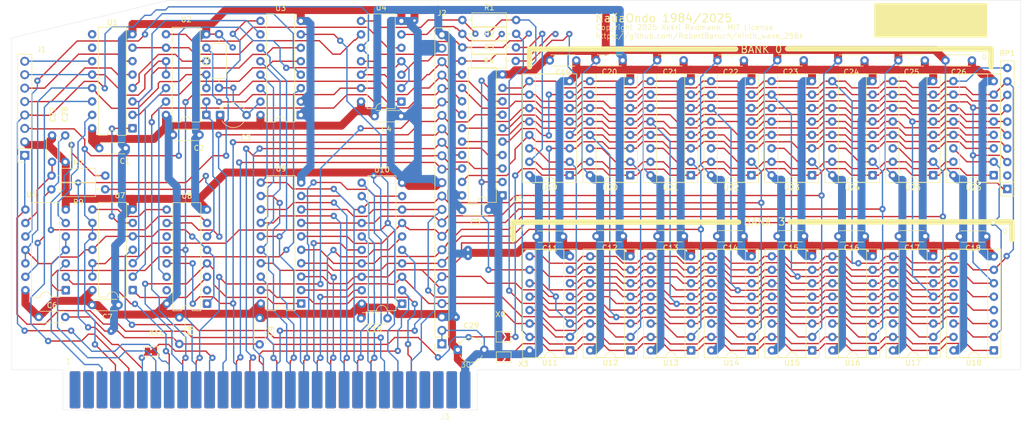
<source format=kicad_pcb>
(kicad_pcb (version 20241229) (generator "pcbnew") (generator_version "9.0")
  (layers (0 "F.Cu" signal) (2 "B.Cu" signal) (13 "F.Paste" user) (15 "B.Paste" user) (5 "F.SilkS" user "F.Silkscreen") (7 "B.SilkS" user "B.Silkscreen") (1 "F.Mask" user) (3 "B.Mask" user) (25 "Edge.Cuts" user))
  (net 0 "")
  (net 1 "GNDREF")
  (net 2 "/A7")
  (net 3 "/A0")
  (net 4 "/A5")
  (net 5 "/A1")
  (net 6 "/A4")
  (net 7 "/A3")
  (net 8 "/A6")
  (net 9 "/A2")
  (net 10 "/~{PRAS}")
  (net 11 "/~{C07X}")
  (net 12 "/~{PCAS}")
  (net 13 "/~{CASEN}")
  (net 14 "/PH1")
  (net 15 "/R{slash}~{W}")
  (net 16 "/R{slash}W80")
  (net 17 "/B3A8")
  (net 18 "/B0A8")
  (net 19 "/~{ENVID}")
  (net 20 "/~{80VID}")
  (net 21 "/~{ENTMG}")
  (net 22 "/14M")
  (net 23 "/VC")
  (net 24 "/SEGA")
  (net 25 "/~{EN80}")
  (net 26 "/~{ALTVID}")
  (net 27 "/3.58M")
  (net 28 "/~{SYNC}")
  (net 29 "/~{SEROUT}")
  (net 30 "/ROMEN2")
  (net 31 "/GR")
  (net 32 "/VID7M")
  (net 37 "/~{CLRGAT}")
  (net 39 "/ROMEN1")
  (net 40 "/H0")
  (net 41 "/SEGB")
  (net 42 "/AN3")
  (net 43 "/~{FRCTXT}")
  (net 44 "/~{WNDW}")
  (net 45 "/Q3")
  (net 46 "/7M")
  (net 47 "/~{LDPS}")
  (net 48 "/PRAS")
  (net 49 "/~{PH1}")
  (net 50 "/RST")
  (net 51 "/~{E2}")
  (net 52 "/B~{R}{slash}W")
  (net 53 "Net-(U2-Pad12)")
  (net 54 "/BRA0")
  (net 55 "/B~{RA3}")
  (net 56 "Net-(U8-Q1)")
  (net 57 "Net-(U8-~{Q1})")
  (net 58 "/PH0")
  (net 59 "/MD5")
  (net 60 "/RA6")
  (net 61 "/VID2")
  (net 62 "/VID6")
  (net 63 "/RA4")
  (net 64 "/RA1")
  (net 65 "/VID5")
  (net 66 "/MD7")
  (net 67 "/VID3")
  (net 68 "/MD1")
  (net 69 "/~{RA10}")
  (net 70 "/MD4")
  (net 71 "/MD3")
  (net 72 "/VID0")
  (net 73 "/VID4")
  (net 74 "/RA7")
  (net 75 "/MD6")
  (net 76 "/RA0")
  (net 77 "/~{RA9}")
  (net 78 "/MD0")
  (net 79 "/RA3")
  (net 80 "/VID7")
  (net 81 "/MD2")
  (net 82 "/RA5")
  (net 83 "/RA2")
  (net 84 "/VID1")
  (net 85 "+5V")
  (net 86 "/~{BANK3}")
  (net 87 "/~{BANK0}")
  (net 88 "/~{BANK0PH1}")
  (net 89 "Net-(U2-Pad8)")
  (net 90 "Net-(R2-Pad1)")
  (net 91 "Net-(R4-Pad1)")
  (net 92 "Net-(R3-Pad1)")
  (net 93 "Net-(R1-Pad1)")
  (net 94 "/~{CAS0}")
  (net 95 "/~{CAS3}")
  (net 96 "Net-(U1A-E)")
  (net 97 "/J1.8")
  (net 98 "/J1.7")
  (net 99 "/MD1'")
  (net 100 "/MD0'")
  (net 101 "/MD3'")
  (net 102 "/MD2'")
  (net 103 "/~{PH1}d")
  (net 104 "/PH1d")
  (net 105 "/~{RAS3}")
  (net 106 "/~{RAS0}")
  (net 107 "/~{E1}")
  (net 108 "/MemoryBank0/D3")
  (net 109 "/MemoryBank0/D2")
  (net 110 "/MemoryBank0/D6")
  (net 111 "/MemoryBank0/D4")
  (net 112 "/MemoryBank0/D5")
  (net 113 "/MemoryBank0/D1")
  (net 114 "/MemoryBank0/D0")
  (net 115 "/MemoryBank0/D7")
  (net 116 "/A8")
  (net 117 "/~{BANK1}")
  (net 118 "/~{BANK2}")
  (net 119 "unconnected-(RP1-R1-Pad2)")
  (footprint "Package_DIP:DIP-16_W7.62mm" (layer "F.Cu") (at 75.3618 113.3856 180)
    (property "Reference" "U1")
    (property "Value" "74LS139")
  )
  (footprint "Capacitor_THT:C_Disc_D4.3mm_W1.9mm_P5.00mm" (layer "F.Cu") (at 225.044 133.7818 180)
    (property "Reference" "C17")
    (property "Value" "100n")
  )
  (footprint "Jumper:SolderJumper-2_P1.3mm_Open_TrianglePad1.0x1.5mm" (layer "F.Cu") (at 145.452 156.6418)
    (property "Reference" "X3")
    (property "Value" "Conn_01x02")
  )
  (footprint "Package_DIP:DIP-14_W7.62mm" (layer "F.Cu") (at 89.3064 110.8556 180)
    (property "Reference" "U2")
    (property "Value" "74LS11")
  )
  (footprint "Package_DIP:DIP-16_W7.62mm" (layer "F.Cu") (at 107.1372 110.8656 180)
    (property "Reference" "U3")
    (property "Value" "74LS173")
  )
  (footprint "Resistor_THT:R_Axial_DIN0207_L6.3mm_D2.5mm_P10.16mm_Horizontal" (layer "F.Cu") (at 60.071 122.3264)
    (property "Reference" "R7")
    (property "Value" "270R")
  )
  (footprint "Package_DIP:DIP-16_W7.62mm_Socket" (layer "F.Cu") (at 180.829857 155.3718 180)
    (property "Reference" "U13")
    (property "Value" "HM50256P-15")
  )
  (footprint "Resistor_THT:R_Axial_DIN0207_L6.3mm_D2.5mm_P10.16mm_Horizontal" (layer "F.Cu") (at 137.6426 92.9132)
    (property "Reference" "R1")
    (property "Value" "560R")
  )
  (footprint "Capacitor_THT:C_Disc_D4.3mm_W1.9mm_P5.00mm" (layer "F.Cu") (at 99.3648 149.225 -90)
    (property "Reference" "C9")
    (property "Value" "100n")
  )
  (footprint "Capacitor_THT:C_Disc_D4.3mm_W1.9mm_P5.00mm" (layer "F.Cu") (at 83.011 114.6302)
    (property "Reference" "C2")
    (property "Value" "100n")
  )
  (footprint "Package_DIP:DIP-16_W7.62mm_Socket" (layer "F.Cu") (at 180.786314 122.2502 180)
    (property "Reference" "U21")
    (property "Value" "HM50256P-15")
  )
  (footprint "Package_DIP:DIP-20_W7.62mm" (layer "F.Cu") (at 145.2118 126.0602 180)
    (property "Reference" "U5")
    (property "Value" "74LS373")
  )
  (footprint "Package_DIP:DIP-16_W7.62mm_Socket" (layer "F.Cu") (at 226.564371 155.3718 180)
    (property "Reference" "U17")
    (property "Value" "HM50256P-15")
  )
  (footprint "Package_DIP:DIP-16_W7.62mm" (layer "F.Cu") (at 89.4334 146.5326 180)
    (property "Reference" "U8")
    (property "Value" "74LS175")
  )
  (footprint "Capacitor_THT:C_Disc_D4.3mm_W1.9mm_P5.00mm" (layer "F.Cu") (at 202.1586 133.7818 180)
    (property "Reference" "C15")
    (property "Value" "100n")
  )
  (footprint "Capacitor_THT:C_Disc_D4.3mm_W1.9mm_P5.00mm" (layer "F.Cu") (at 190.8048 100.5586 180)
    (property "Reference" "C22")
    (property "Value" "100n")
  )
  (footprint "Capacitor_THT:C_Disc_D4.3mm_W1.9mm_P5.00mm" (layer "F.Cu") (at 57.6618 149.0472)
    (property "Reference" "C6")
    (property "Value" "100n")
  )
  (footprint "Connector_PinSocket_2.54mm:PinSocket_1x08_P2.54mm_Vertical" (layer "F.Cu") (at 55.0164 118.491 180)
    (property "Reference" "J1")
    (property "Value" "Conn_01x08")
  )
  (footprint "Capacitor_THT:CP_Radial_Tantal_D4.5mm_P5.00mm" (layer "F.Cu") (at 91.901 110.871)
    (property "Reference" "C3")
    (property "Value" "10u")
  )
  (footprint "Connector_AppleII:AuxPeriph" (layer "F.Cu") (at 101.346 158.75)
    (property "Reference" "J3")
    (property "Value" "Aux")
    (fp_line (start -39.116 0.254) (end -39.116 7.874) (stroke (width 0.05)) (layer "Edge.Cuts"))
    (fp_line (start -39.116 7.874) (end 39.116 7.874) (stroke (width 0.05)) (layer "Edge.Cuts"))
    (fp_line (start 39.116 7.874) (end 39.116 0.254) (stroke (width 0.05)) (layer "Edge.Cuts"))
  )
  (footprint "Capacitor_THT:C_Disc_D4.3mm_W1.9mm_P5.00mm" (layer "F.Cu") (at 167.9194 100.5332 180)
    (property "Reference" "C20")
    (property "Value" "100n")
  )
  (footprint "Package_DIP:DIP-20_W7.62mm" (layer "F.Cu") (at 126.2634 146.5326 180)
    (property "Reference" "U10")
    (property "Value" "74LS374")
  )
  (footprint "Resistor_THT:R_Axial_DIN0207_L6.3mm_D2.5mm_P10.16mm_Horizontal" (layer "F.Cu") (at 60.0456 124.9172)
    (property "Reference" "R9")
    (property "Value" "560R")
  )
  (footprint "Package_DIP:DIP-16_W7.62mm_Socket" (layer "F.Cu") (at 215.130743 155.3718 180)
    (property "Reference" "U16")
    (property "Value" "HM50256P-15")
  )
  (footprint "Capacitor_THT:C_Disc_D4.3mm_W1.9mm_P5.00mm" (layer "F.Cu") (at 118.5202 149.3012)
    (property "Reference" "C10")
    (property "Value" "100n")
  )
  (footprint "Connector_PinSocket_2.54mm:PinSocket_1x24_P2.54mm_Vertical" (layer "F.Cu") (at 133.7818 154.1272 180)
    (property "Reference" "J2")
    (property "Value" "Conn_01x24")
  )
  (footprint "Capacitor_THT:C_Disc_D4.3mm_W1.9mm_P5.00mm" (layer "F.Cu") (at 167.9702 133.7818 180)
    (property "Reference" "C12")
    (property "Value" "100n")
  )
  (footprint "Capacitor_THT:C_Disc_D4.3mm_W1.9mm_P5.00mm" (layer "F.Cu") (at 236.5756 133.8326 180)
    (property "Reference" "C18")
    (property "Value" "100n")
  )
  (footprint "Package_DIP:DIP-16_W7.62mm_Socket" (layer "F.Cu") (at 226.535343 122.2502 180)
    (property "Reference" "U25")
    (property "Value" "HM50256P-15")
  )
  (footprint "Jumper:SolderJumper-2_P1.3mm_Open_TrianglePad1.0x1.5mm" (layer "F.Cu") (at 145.4266 152.8124)
    (property "Reference" "X0")
    (property "Value" "Conn_01x02")
  )
  (footprint "Capacitor_THT:C_Disc_D4.3mm_W1.9mm_P5.00mm" (layer "F.Cu") (at 159.1526 100.5586 180)
    (property "Reference" "C19")
    (property "Value" "100n")
  )
  (footprint "Package_DIP:DIP-16_W7.62mm_Socket" (layer "F.Cu") (at 203.697114 155.3718 180)
    (property "Reference" "U15")
    (property "Value" "HM50256P-15")
  )
  (footprint "Resistor_THT:R_Axial_DIN0207_L6.3mm_D2.5mm_P10.16mm_Horizontal" (layer "F.Cu") (at 137.6172 98.0948)
    (property "Reference" "R3")
    (property "Value" "560R")
  )
  (footprint "Resistor_THT:R_Axial_DIN0207_L6.3mm_D2.5mm_P10.16mm_Horizontal" (layer "F.Cu") (at 137.5664 100.6602)
    (property "Reference" "R4")
    (property "Value" "560R")
  )
  (footprint "Capacitor_THT:C_Disc_D4.3mm_W1.9mm_P5.00mm" (layer "F.Cu") (at 179.4256 100.5332 180)
    (property "Reference" "C21")
    (property "Value" "100n")
  )
  (footprint "Capacitor_THT:C_Disc_D4.3mm_W1.9mm_P5.00mm" (layer "F.Cu") (at 233.8578 100.5586 180)
    (property "Reference" "C26")
    (property "Value" "100n")
  )
  (footprint "Resistor_THT:R_Array_SIP10" (layer "F.Cu") (at 240.538 124.841 90)
    (property "Reference" "RP1")
    (property "Value" "1k00")
  )
  (footprint "Package_DIP:DIP-16_W7.62mm_Socket" (layer "F.Cu") (at 157.9626 155.3718 180)
    (property "Reference" "U11")
    (property "Value" "HM50256P-15")
  )
  (footprint "Package_DIP:DIP-14_W7.62mm" (layer "F.Cu") (at 62.7634 143.9926 180)
    (property "Reference" "U6")
    (property "Value" "74LS51")
  )
  (footprint "Capacitor_THT:C_Disc_D4.3mm_W1.9mm_P5.00mm" (layer "F.Cu") (at 190.754 133.7818 180)
    (property "Reference" "C14")
    (property "Value" "100n")
  )
  (footprint "Package_DIP:DIP-20_W7.62mm" (layer "F.Cu") (at 107.2134 146.5072 180)
    (property "Reference" "U9")
    (property "Value" "74LS245")
  )
  (footprint "Package_DIP:DIP-14_W7.62mm" (layer "F.Cu") (at 75.4126 143.9672 180)
    (property "Reference" "U7")
    (property "Value" "74LS00")
  )
  (footprint "Capacitor_THT:C_Disc_D4.3mm_W1.9mm_P5.00mm" (layer "F.Cu") (at 224.9678 100.5586 180)
    (property "Reference" "C25")
    (property "Value" "100n")
  )
  (footprint "Capacitor_THT:C_Disc_D4.3mm_W1.9mm_P5.00mm" (layer "F.Cu") (at 69.0918 117.1448)
    (property "Reference" "C1")
    (property "Value" "100n")
  )
  (footprint "Package_DIP:DIP-16_W7.62mm_Socket" (layer "F.Cu") (at 192.223571 122.2502 180)
    (property "Reference" "U22")
    (property "Value" "HM50256P-15")
  )
  (footprint "Capacitor_THT:C_Disc_D4.3mm_W1.9mm_P5.00mm" (layer "F.Cu") (at 156.6672 133.858 180)
    (property "Reference" "C11")
    (property "Value" "100n")
  )
  (footprint "Resistor_THT:R_Axial_DIN0207_L6.3mm_D2.5mm_P10.16mm_Horizontal" (layer "F.Cu") (at 137.6426 95.5294)
    (property "Reference" "R2")
    (property "Value" "560R")
  )
  (footprint "Resistor_THT:R_Axial_DIN0207_L6.3mm_D2.5mm_P10.16mm_Horizontal" (layer "F.Cu") (at 91.694 105.7402 90)
    (property "Reference" "R8")
    (property "Value" "2K2")
  )
  (footprint "Capacitor_THT:C_Disc_D4.3mm_W1.9mm_P5.00mm" (layer "F.Cu") (at 60.1726 119.7318 90)
    (property "Reference" "C27")
    (property "Value" "200p")
  )
  (footprint "Capacitor_THT:C_Disc_D4.3mm_W1.9mm_P5.00mm" (layer "F.Cu") (at 179.4764 133.7818 180)
    (property "Reference" "C13")
    (property "Value" "100n")
  )
  (footprint "Package_DIP:DIP-16_W7.62mm_Socket" (layer "F.Cu") (at 237.998 155.3718 180)
    (property "Reference" "U18")
    (property "Value" "HM50256P-15")
  )
  (footprint "Package_DIP:DIP-16_W7.62mm_Socket" (layer "F.Cu") (at 157.9118 122.2502 180)
    (property "Reference" "U19")
    (property "Value" "HM50256P-15")
  )
  (footprint "Package_DIP:DIP-14_W7.62mm" (layer "F.Cu") (at 126.1314 108.3356 180)
    (property "Reference" "U4")
    (property "Value" "74LS32")
  )
  (footprint "Package_DIP:DIP-16_W7.62mm_Socket" (layer "F.Cu") (at 169.349057 122.2502 180)
    (property "Reference" "U20")
    (property "Value" "HM50256P-15")
  )
  (footprint "Capacitor_THT:C_Disc_D4.3mm_W1.9mm_P5.00mm" (layer "F.Cu") (at 84.201 149.1488 -90)
    (property "Reference" "C8")
    (property "Value" "100n")
  )
  (footprint "Package_DIP:DIP-16_W7.62mm_Socket" (layer "F.Cu") (at 169.396229 155.3718 180)
    (property "Reference" "U12")
    (property "Value" "HM50256P-15")
  )
  (footprint "Capacitor_THT:C_Disc_D4.3mm_W1.9mm_P5.00mm" (layer "F.Cu") (at 67.7202 146.7866)
    (property "Reference" "C7")
    (property "Value" "100n")
  )
  (footprint "Package_DIP:DIP-16_W7.62mm_Socket" (layer "F.Cu") (at 237.9726 122.2502 180)
    (property "Reference" "U26")
    (property "Value" "HM50256P-15")
  )
  (footprint "Package_DIP:DIP-16_W7.62mm_Socket" (layer "F.Cu") (at 192.263486 155.3718 180)
    (property "Reference" "U14")
    (property "Value" "HM50256P-15")
  )
  (footprint "Package_DIP:DIP-16_W7.62mm_Socket" (layer "F.Cu") (at 215.098086 122.2502 180)
    (property "Reference" "U24")
    (property "Value" "HM50256P-15")
  )
  (footprint "Capacitor_THT:C_Disc_D4.3mm_W1.9mm_P5.00mm" (layer "F.Cu") (at 213.6394 133.8072 180)
    (property "Reference" "C16")
    (property "Value" "100n")
  )
  (footprint "Capacitor_THT:C_Disc_D4.3mm_W1.9mm_P5.00mm" (layer "F.Cu") (at 62.6618 114.7318 -90)
    (property "Reference" "C28")
    (property "Value" "200p")
  )
  (footprint "Capacitor_THT:CP_Radial_Tantal_D4.5mm_P5.00mm" (layer "F.Cu") (at 136.7828 155.2448)
    (property "Reference" "C29")
    (property "Value" "10u")
  )
  (footprint "Jumper:SolderJumper-2_P1.3mm_Bridged_Pad1.0x1.5mm" (layer "F.Cu") (at 78.852 155.6004)
    (property "Reference" "XA1")
    (property "Value" "Conn_01x02")
  )
  (footprint "Capacitor_THT:C_Disc_D4.3mm_W1.9mm_P5.00mm" (layer "F.Cu") (at 213.5848 100.5586 180)
    (property "Reference" "C24")
    (property "Value" "100n")
  )
  (footprint "Capacitor_THT:C_Disc_D4.3mm_W1.9mm_P5.00mm" (layer "F.Cu") (at 137.5956 128.8034)
    (property "Reference" "C5")
    (property "Value" "100n")
  )
  (footprint "Capacitor_THT:C_Disc_D4.3mm_W1.9mm_P5.00mm" (layer "F.Cu") (at 202.104 100.5332 180)
    (property "Reference" "C23")
    (property "Value" "100n")
  )
  (footprint "Package_DIP:DIP-16_W7.62mm_Socket" (layer "F.Cu") (at 203.660829 122.2502 180)
    (property "Reference" "U23")
    (property "Value" "HM50256P-15")
  )
  (footprint "Capacitor_THT:C_Disc_D4.3mm_W1.9mm_P5.00mm" (layer "F.Cu") (at 121.0856 111.0996)
    (property "Reference" "C4")
    (property "Value" "100n")
  )
  (gr_line (start 147.193 131.1148) (end 189.7888 131.1148) (stroke (width 1.016)) (layer "F.SilkS"))
  (gr_rect (start 215.4682 89.789) (end 236.6772 96.1644) (stroke (width 0.1)) (fill yes) (layer "F.SilkS"))
  (gr_line (start 150.3172 98.3996) (end 150.3172 101.7524) (stroke (width 1.016)) (layer "F.SilkS"))
  (gr_line (start 150.3172 98.3996) (end 189.2554 98.3996) (stroke (width 1.016)) (layer "F.SilkS"))
  (gr_line (start 237.4646 98.3488) (end 237.4646 101.7016) (stroke (width 1.016)) (layer "F.SilkS"))
  (gr_line (start 199.0344 98.3488) (end 237.4646 98.3488) (stroke (width 1.016)) (layer "F.SilkS"))
  (gr_line (start 241.4016 131.064) (end 241.4016 134.4168) (stroke (width 1.016)) (layer "F.SilkS"))
  (gr_line (start 199.5678 131.064) (end 241.4016 131.064) (stroke (width 1.016)) (layer "F.SilkS"))
  (gr_line (start 147.193 131.1148) (end 147.193 134.4676) (stroke (width 1.016)) (layer "F.SilkS"))
  (gr_line (start 52.578 96.266) (end 52.578 159.004) (stroke (width 0.05)) (layer "Edge.Cuts"))
  (gr_line (start 243.078 89.154) (end 82.296 89.154) (stroke (width 0.05)) (layer "Edge.Cuts"))
  (gr_line (start 140.462 159.004) (end 243.078 159.004) (stroke (width 0.05)) (layer "Edge.Cuts"))
  (gr_line (start 52.578 96.266) (end 82.296 89.154) (stroke (width 0.05)) (layer "Edge.Cuts"))
  (gr_line (start 243.078 159.004) (end 243.078 89.154) (stroke (width 0.05)) (layer "Edge.Cuts"))
  (gr_line (start 62.23 159.004) (end 52.578 159.004) (stroke (width 0.05)) (layer "Edge.Cuts"))
  (gr_text "0" (at 235.6612 100.4824 0) (layer "F.SilkS") (effects (font (size 1 1) (thickness 0.1)) (justify left bottom)))
  (gr_text "Copyright 2025 Xekri Redmane, MIT License\nhttps://github.com/RobertBaruch/ninth_wave_256k" (at 162.7378 96.4946 0) (layer "F.SilkS") (effects (font (size 1 1) (thickness 0.1)) (justify left bottom)))
  (gr_text "1" (at 62.738 157.988 0) (layer "F.SilkS") (effects (font (size 1 1) (thickness 0.1)) (justify left bottom)))
  (gr_text "0" (at 239.5474 133.4516 0) (layer "F.SilkS") (effects (font (size 1 1) (thickness 0.1)) (justify left bottom)))
  (gr_text "NaŭaOndo 1984/2025" (at 162.6108 93.4466 0) (layer "F.SilkS") (effects (font (size 1.524 1.524) (thickness 0.1905)) (justify left bottom)))
  (gr_text "BANK 3" (at 190.627 131.8768 0) (layer "F.SilkS") (effects (font (size 1.397 1.397) (thickness 0.1905)) (justify left bottom)))
  (gr_text "BANK 0" (at 190.0428 99.2632 0) (layer "F.SilkS") (effects (font (size 1.397 1.397) (thickness 0.1905)) (justify left bottom)))
  (gr_text "30" (at 137.287 158.6738 0) (layer "F.SilkS") (effects (font (size 1 1) (thickness 0.1)) (justify left bottom)))
  (gr_text "7" (at 151.4348 100.5586 0) (layer "F.SilkS") (effects (font (size 1 1) (thickness 0.1)) (justify left bottom)))
  (gr_text "7" (at 148.2598 133.2484 0) (layer "F.SilkS") (effects (font (size 1 1) (thickness 0.1)) (justify left bottom)))
  (segment (start 62.7634 126.7206) (end 75.3872 126.7206) (width 1.5) (layer "F.Cu") (net 1))
  (segment (start 185.9026 98.5774) (end 197.0786 98.5774) (width 1.5) (layer "F.Cu") (net 1))
  (segment (start 164.6428 98.7552) (end 164.8206 98.5774) (width 1.5) (layer "F.Cu") (net 1))
  (segment (start 151.2062 102.4128) (end 147.6248 102.4128) (width 1.5) (layer "F.Cu") (net 1))
  (segment (start 126.0856 91.0336) (end 128.6256 91.0336) (width 1.5) (layer "F.Cu") (net 1))
  (segment (start 88.011 127.3302) (end 88.011 126.7206) (width 1.5) (layer "F.Cu") (net 1))
  (segment (start 133.2992 123.6472) (end 133.7818 123.6472) (width 1.5) (layer "F.Cu") (net 1))
  (segment (start 107.1372 93.0856) (end 107.1372 91.0844) (width 1.5) (layer "F.Cu") (net 1))
  (segment (start 75.3872 126.7206) (end 88.011 126.7206) (width 1.5) (layer "F.Cu") (net 1))
  (segment (start 208.5848 98.6282) (end 208.6356 98.5774) (width 1.5) (layer "F.Cu") (net 1))
  (segment (start 128.6256 91.0336) (end 130.8354 91.0336) (width 1.5) (layer "F.Cu") (net 1))
  (segment (start 174.4218 99.3902) (end 174.4256 99.394) (width 1.5) (layer "F.Cu") (net 1))
  (segment (start 197.0786 98.5774) (end 208.6356 98.5774) (width 1.5) (layer "F.Cu") (net 1))
  (segment (start 164.719 91.0082) (end 164.719 98.8314) (width 1.5) (layer "F.Cu") (net 1))
  (segment (start 162.7378 98.7552) (end 162.7378 100.3516) (width 1.5) (layer "F.Cu") (net 1))
  (segment (start 107.2134 121.7676) (end 107.2388 121.7422) (width 1.5) (layer "F.Cu") (net 1))
  (segment (start 72.5932 151.7142) (end 73.8378 152.9588) (width 0.254) (layer "F.Cu") (net 1))
  (segment (start 60.1726 115.3668) (end 60.1726 114.7318) (width 1.5) (layer "F.Cu") (net 1))
  (segment (start 107.2388 121.7422) (end 125.095 121.7422) (width 1.5) (layer "F.Cu") (net 1))
  (segment (start 83.011 152.9588) (end 84.201 154.1488) (width 0.254) (layer "F.Cu") (net 1))
  (segment (start 55.6006 116.5352) (end 59.0042 116.5352) (width 1.5) (layer "F.Cu") (net 1))
  (segment (start 92.9894 121.7422) (end 107.2388 121.7422) (width 1.5) (layer "F.Cu") (net 1))
  (segment (start 62.7634 126.7206) (end 62.7634 119.8334) (width 1.5) (layer "F.Cu") (net 1))
  (segment (start 75.3872 93.6752) (end 89.281 93.6752) (width 1.5) (layer "F.Cu") (net 1))
  (segment (start 84.201 154.1488) (end 99.2886 154.1488) (width 0.254) (layer "F.Cu") (net 1))
  (segment (start 90.2716 93.6752) (end 92.9132 91.0336) (width 1.5) (layer "F.Cu") (net 1))
  (segment (start 62.7634 128.7526) (end 62.7634 126.7206) (width 1.5) (layer "F.Cu") (net 1))
  (segment (start 75.4126 126.746) (end 75.3872 126.7206) (width 1.5) (layer "F.Cu") (net 1))
  (segment (start 126.1314 93.0956) (end 126.1314 91.0794) (width 1.5) (layer "F.Cu") (net 1))
  (segment (start 208.5848 100.5586) (end 208.5848 98.6282) (width 1.5) (layer "F.Cu") (net 1))
  (segment (start 107.2134 123.6472) (end 107.2134 121.7676) (width 1.5) (layer "F.Cu") (net 1))
  (segment (start 197.0786 98.5774) (end 197.104 98.6028) (width 1.5) (layer "F.Cu") (net 1))
  (segment (start 132.6642 124.2822) (end 133.2992 123.6472) (width 1.5) (layer "F.Cu") (net 1))
  (segment (start 107.1372 91.0844) (end 107.188 91.0336) (width 1.5) (layer "F.Cu") (net 1))
  (segment (start 162.7378 100.3516) (end 162.9194 100.5332) (width 1.5) (layer "F.Cu") (net 1))
  (segment (start 89.281 95.5902) (end 89.3064 95.6156) (width 1.5) (layer "F.Cu") (net 1))
  (segment (start 70.1294 151.7142) (end 71.3232 151.7142) (width 0.254) (layer "F.Cu") (net 1))
  (segment (start 75.3618 93.7006) (end 75.3872 93.6752) (width 1.5) (layer "F.Cu") (net 1))
  (segment (start 164.6428 98.7552) (end 162.7378 98.7552) (width 1.5) (layer "F.Cu") (net 1))
  (segment (start 185.8048 98.6752) (end 185.8048 100.5586) (width 1.5) (layer "F.Cu") (net 1))
  (segment (start 174.4218 98.5774) (end 185.9026 98.5774) (width 1.5) (layer "F.Cu") (net 1))
  (segment (start 91.694 95.5802) (end 89.3418 95.5802) (width 0.254) (layer "F.Cu") (net 1))
  (segment (start 162.7378 98.7552) (end 154.8638 98.7552) (width 1.5) (layer "F.Cu") (net 1))
  (segment (start 197.104 98.6028) (end 197.104 100.5332) (width 1.5) (layer "F.Cu") (net 1))
  (segment (start 62.7634 119.8334) (end 62.6618 119.7318) (width 1.5) (layer "F.Cu") (net 1))
  (segment (start 164.8206 98.5774) (end 174.4218 98.5774) (width 1.5) (layer "F.Cu") (net 1))
  (segment (start 219.964 98.5774) (end 226.9998 98.5774) (width 1.5) (layer "F.Cu") (net 1))
  (segment (start 174.4218 98.5774) (end 174.4218 99.3902) (width 1.5) (layer "F.Cu") (net 1))
  (segment (start 59.0042 116.5352) (end 60.1726 115.3668) (width 1.5) (layer "F.Cu") (net 1))
  (segment (start 130.8354 91.0336) (end 130.8608 91.0082) (width 1.5) (layer "F.Cu") (net 1))
  (segment (start 88.011 126.7206) (end 92.9894 121.7422) (width 1.5) (layer "F.Cu") (net 1))
  (segment (start 55.0164 115.951) (end 55.6006 116.5352) (width 1.5) (layer "F.Cu") (net 1))
  (segment (start 89.281 93.6752) (end 89.281 95.5902) (width 1.5) (layer "F.Cu") (net 1))
  (segment (start 130.8608 91.0082) (end 164.719 91.0082) (width 1.5) (layer "F.Cu") (net 1))
  (segment (start 89.3418 95.5802) (end 89.3064 95.6156) (width 0.254) (layer "F.Cu") (net 1))
  (segment (start 89.4334 128.7526) (end 88.011 127.3302) (width 1.5) (layer "F.Cu") (net 1))
  (segment (start 128.6002 93.0148) (end 128.6002 91.059) (width 1.5) (layer "F.Cu") (net 1))
  (segment (start 59.4652 116.5352) (end 59.0042 116.5352) (width 1.5) (layer "F.Cu") (net 1))
  (segment (start 127.635 124.2822) (end 132.6642 124.2822) (width 1.5) (layer "F.Cu") (net 1))
  (segment (start 219.9678 98.5812) (end 219.964 98.5774) (width 1.5) (layer "F.Cu") (net 1))
  (segment (start 146.8374 103.2002) (end 145.2118 103.2002) (width 1.5) (layer "F.Cu") (net 1))
  (segment (start 67.4624 149.0472) (end 70.1294 151.7142) (width 0.254) (layer "F.Cu") (net 1))
  (segment (start 219.9678 100.5586) (end 219.9678 98.5812) (width 1.5) (layer "F.Cu") (net 1))
  (segment (start 128.6002 91.059) (end 128.6256 91.0336) (width 1.5) (layer "F.Cu") (net 1))
  (segment (start 208.6356 98.5774) (end 219.964 98.5774) (width 1.5) (layer "F.Cu") (net 1))
  (segment (start 226.9998 98.5774) (end 226.9998 98.7006) (width 1.5) (layer "F.Cu") (net 1))
  (segment (start 126.1314 91.0794) (end 126.0856 91.0336) (width 1.5) (layer "F.Cu") (net 1))
  (segment (start 154.8638 98.7552) (end 151.2062 102.4128) (width 1.5) (layer "F.Cu") (net 1))
  (segment (start 147.6248 102.4128) (end 146.8374 103.2002) (width 1.5) (layer "F.Cu") (net 1))
  (segment (start 125.095 121.7422) (end 127.635 124.2822) (width 1.5) (layer "F.Cu") (net 1))
  (segment (start 89.281 93.6752) (end 90.2716 93.6752) (width 1.5) (layer "F.Cu") (net 1))
  (segment (start 71.3232 151.7142) (end 72.5932 151.7142) (width 0.254) (layer "F.Cu") (net 1))
  (segment (start 62.6618 119.7318) (end 59.4652 116.5352) (width 1.5) (layer "F.Cu") (net 1))
  (segment (start 185.9026 98.5774) (end 185.8048 98.6752) (width 1.5) (layer "F.Cu") (net 1))
  (segment (start 92.9132 91.0336) (end 107.188 91.0336) (width 1.5) (layer "F.Cu") (net 1))
  (segment (start 62.6618 149.0472) (end 67.4624 149.0472) (width 0.254) (layer "F.Cu") (net 1))
  (segment (start 107.188 91.0336) (end 126.0856 91.0336) (width 1.5) (layer "F.Cu") (net 1))
  (segment (start 75.3618 95.6056) (end 75.3618 93.7006) (width 1.5) (layer "F.Cu") (net 1))
  (segment (start 174.4256 99.394) (end 174.4256 100.5332) (width 1.5) (layer "F.Cu") (net 1))
  (segment (start 73.8378 152.9588) (end 83.011 152.9588) (width 0.254) (layer "F.Cu") (net 1))
  (segment (start 75.4126 128.7272) (end 75.4126 126.746) (width 1.5) (layer "F.Cu") (net 1))
  (segment (start 164.719 98.8314) (end 164.6428 98.7552) (width 1.5) (layer "F.Cu") (net 1))
  (segment (start 99.2886 154.1488) (end 99.3648 154.225) (width 0.254) (layer "F.Cu") (net 1))
  (segment (start 226.9998 98.7006) (end 228.8578 100.5586) (width 1.5) (layer "F.Cu") (net 1))
  (via (at 94.2848 98.0948) (size 1.2) (drill 0.5) (layers "F.Cu" "B.Cu") (net 1))
  (via (at 120.904 122.3264) (size 1.2) (drill 0.5) (layers "F.Cu" "B.Cu") (net 1))
  (via (at 128.6002 93.0148) (size 1.2) (drill 0.5) (layers "F.Cu" "B.Cu") (net 1))
  (via (at 71.3232 151.7142) (size 1.2) (drill 0.5) (layers "F.Cu" "B.Cu") (net 1))
  (segment (start 149.1996 156.083) (end 151.3332 156.083) (width 1.5) (layer "B.Cu") (net 1))
  (segment (start 160.2486 119.1514) (end 160.274 119.126) (width 0.254) (layer "B.Cu") (net 1))
  (segment (start 71.882 147.6248) (end 71.882 151.1554) (width 1.5) (layer "B.Cu") (net 1))
  (segment (start 171.8056 120.889486) (end 173.166314 122.2502) (width 0.254) (layer "B.Cu") (net 1))
  (segment (start 129.2352 98.8822) (end 129.2352 95.1738) (width 1.5) (layer "B.Cu") (net 1))
  (segment (start 220.726 123.1392) (end 220.726 154.432) (width 1.5) (layer "B.Cu") (net 1))
  (segment (start 127.1778 111.0996) (end 129.2352 109.0422) (width 1.5) (layer "B.Cu") (net 1))
  (segment (start 217.5002 120.835057) (end 218.915343 122.2502) (width 0.254) (layer "B.Cu") (net 1))
  (segment (start 129.2352 121.8438) (end 129.2352 122.9106) (width 1.5) (layer "B.Cu") (net 1))
  (segment (start 124.1552 109.1692) (end 124.1552 93.0656) (width 1.5) (layer "B.Cu") (net 1))
  (segment (start 174.4256 100.5332) (end 171.8056 103.1532) (width 0.254) (layer "B.Cu") (net 1))
  (segment (start 133.7818 151.5872) (end 140.335 151.5872) (width 0.254) (layer "B.Cu") (net 1))
  (segment (start 144.1958 126.0602) (end 145.2118 126.0602) (width 1.5) (layer "B.Cu") (net 1))
  (segment (start 140.335 151.5872) (end 141.7828 153.035) (width 0.254) (layer "B.Cu") (net 1))
  (segment (start 74.0918 117.1448) (end 73.3552 116.4082) (width 1.5) (layer "B.Cu") (net 1))
  (segment (start 75.4126 128.7272) (end 74.2188 128.7272) (width 1.5) (layer "B.Cu") (net 1))
  (segment (start 231.1146 155.3718) (end 230.378 155.3718) (width 1.5) (layer "B.Cu") (net 1))
  (segment (start 219.7862 155.3718) (end 218.944371 155.3718) (width 1.5) (layer "B.Cu") (net 1))
  (segment (start 141.2494 156.083) (end 144.4498 156.083) (width 1.5) (layer "B.Cu") (net 1))
  (segment (start 73.3044 134.3406) (end 73.3044 130.0988) (width 1.5) (layer "B.Cu") (net 1))
  (segment (start 151.3332 156.0576) (end 152.0952 155.2956) (width 1.5) (layer "B.Cu") (net 1))
  (segment (start 196.040829 122.2502) (end 196.879029 123.0884) (width 1.5) (layer "B.Cu") (net 1))
  (segment (start 72.7202 146.7866) (end 71.882 147.6248) (width 1.5) (layer "B.Cu") (net 1))
  (segment (start 88.011 114.6302) (end 87.9348 114.6302) (width 1.5) (layer "B.Cu") (net 1))
  (segment (start 142.5956 128.8034) (end 143.6624 128.8034) (width 1.5) (layer "B.Cu") (net 1))
  (segment (start 161.729057 122.2502) (end 162.541857 123.063) (width 1.5) (layer "B.Cu") (net 1))
  (segment (start 150.2918 122.2502) (end 151.13 123.0884) (width 1.5) (layer "B.Cu") (net 1))
  (segment (start 124.6886 111.0996) (end 124.1044 111.6838) (width 1.5) (layer "B.Cu") (net 1))
  (segment (start 151.13 123.0884) (end 152.0952 123.0884) (width 1.5) (layer "B.Cu") (net 1))
  (segment (start 107.2134 122.301) (end 107.2134 123.6472) (width 1.5) (layer "B.Cu") (net 1))
  (segment (start 160.2486 120.769743) (end 160.2486 119.1514) (width 0.254) (layer "B.Cu") (net 1))
  (segment (start 231.14 123.0376) (end 232.2068 123.0376) (width 1.5) (layer "B.Cu") (net 1))
  (segment (start 228.8578 100.5586) (end 228.8578 120.7554) (width 0.254) (layer "B.Cu") (net 1))
  (segment (start 132.1816 122.9614) (end 129.286 122.9614) (width 1.5) (layer "B.Cu") (net 1))
  (segment (start 208.5848 100.5586) (end 205.8924 103.251) (width 0.254) (layer "B.Cu") (net 1))
  (segment (start 74.0918 117.6528) (end 74.0918 117.1448) (width 1.5) (layer "B.Cu") (net 1))
  (segment (start 228.8578 120.7554) (end 230.3526 122.2502) (width 0.254) (layer "B.Cu") (net 1))
  (segment (start 232.2068 123.0376) (end 232.2068 154.2796) (width 1.5) (layer "B.Cu") (net 1))
  (segment (start 194.6656 102.9716) (end 194.6656 120.874971) (width 0.254) (layer "B.Cu") (net 1))
  (segment (start 174.004514 123.0884) (end 175.0314 123.0884) (width 1.5) (layer "B.Cu") (net 1))
  (segment (start 133.7818 151.5872) (end 133.7818 154.1272) (width 0.254) (layer "B.Cu") (net 1))
  (segment (start 87.3506 113.9698) (end 87.3506 96.7232) (width 1.5) (layer "B.Cu") (net 1))
  (segment (start 185.467171 123.1138) (end 186.436 123.1138) (width 1.5) (layer "B.Cu") (net 1))
  (segment (start 107.1372 93.0856) (end 108.3764 93.0856) (width 1.5) (layer "B.Cu") (net 1))
  (segment (start 163.6522 123.063) (end 163.6522 154.305) (width 1.5) (layer "B.Cu") (net 1))
  (segment (start 129.2352 119.6086) (end 127.3302 121.5136) (width 1.5) (layer "B.Cu") (net 1))
  (segment (start 129.2098 95.1738) (end 127.9144 93.8784) (width 1.5) (layer "B.Cu") (net 1))
  (segment (start 205.8924 120.664514) (end 207.478086 122.2502) (width 0.254) (layer "B.Cu") (net 1))
  (segment (start 138.176 158.2166) (end 140.3096 156.083) (width 1.5) (layer "B.Cu") (net 1))
  (segment (start 232.2068 154.2796) (end 231.1146 155.3718) (width 1.5) (layer "B.Cu") (net 1))
  (segment (start 108.966 106.7562) (end 108.966 111.7854) (width 1.5) (layer "B.Cu") (net 1))
  (segment (start 124.1552 93.0656) (end 126.1014 93.0656) (width 1.5) (layer "B.Cu") (net 1))
  (segment (start 127.6604 121.8438) (end 127.3302 121.5136) (width 1.5) (layer "B.Cu") (net 1))
  (segment (start 219.9678 100.5586) (end 217.5002 103.0262) (width 0.254) (layer "B.Cu") (net 1))
  (segment (start 141.7828 153.035) (end 141.7828 155.2448) (width 0.254) (layer "B.Cu") (net 1))
  (segment (start 197.8406 154.2288) (end 196.6976 155.3718) (width 1.5) (layer "B.Cu") (net 1))
  (segment (start 108.3764 93.0856) (end 108.966 93.6752) (width 1.5) (layer "B.Cu") (net 1))
  (segment (start 149.1742 156.0576) (end 149.1996 156.083) (width 1.5) (layer "B.Cu") (net 1))
  (segment (start 128.5194 93.0956) (end 128.6002 93.0148) (width 1.5) (layer "B.Cu") (net 1))
  (segment (start 107.3966 108.3256) (end 107.1372 108.3256) (width 1.5) (layer "B.Cu") (net 1))
  (segment (start 133.7818 98.2472) (end 132.5626 98.2472) (width 1.5) (layer "B.Cu") (net 1))
  (segment (start 186.436 123.1138) (end 186.436 154.3304) (width 1.5) (layer "B.Cu") (net 1))
  (segment (start 74.676 128.7272) (end 75.4126 128.7272) (width 1.5) (layer "B.Cu") (net 1))
  (segment (start 126.0856 111.0996) (end 127.1778 111.0996) (width 1.5) (layer "B.Cu") (net 1))
  (segment (start 143.8148 103.2002) (end 143.1798 103.8352) (width 1.5) (layer "B.Cu") (net 1))
  (segment (start 123.5202 149.3012) (end 123.5202 133.8834) (width 0.254) (layer "B.Cu") (net 1))
  (segment (start 209.3214 154.2542) (end 208.2038 155.3718) (width 1.5) (layer "B.Cu") (net 1))
  (segment (start 88.011 114.6302) (end 87.3506 113.9698) (width 1.5) (layer "B.Cu") (net 1))
  (segment (start 108.8136 109.0676) (end 108.8136 110.0328) (width 1.5) (layer "B.Cu") (net 1))
  (segment (start 197.8406 123.0884) (end 197.8406 154.2288) (width 1.5) (layer "B.Cu") (net 1))
  (segment (start 133.7818 98.2472) (end 133.1468 98.2472) (width 1.5) (layer "B.Cu") (net 1))
  (segment (start 124.1552 120.523) (end 126.2634 122.6312) (width 1.5) (layer "B.Cu") (net 1))
  (segment (start 129.2352 109.0422) (end 129.2352 98.8822) (width 1.5) (layer "B.Cu") (net 1))
  (segment (start 196.879029 123.0884) (end 197.8406 123.0884) (width 1.5) (layer "B.Cu") (net 1))
  (segment (start 143.6624 128.8034) (end 144.4498 129.5908) (width 1.5) (layer "B.Cu") (net 1))
  (segment (start 127.8128 111.0996) (end 129.2352 112.522) (width 1.5) (layer "B.Cu") (net 1))
  (segment (start 143.1798 125.0442) (end 143.1798 127.8382) (width 1.5) (layer "B.Cu") (net 1))
  (segment (start 144.1958 126.0602) (end 144.1958 126.6444) (width 1.5) (layer "B.Cu") (net 1))
  (segment (start 72.0852 146.1516) (end 72.0852 135.5598) (width 1.5) (layer "B.Cu") (net 1))
  (segment (start 73.3044 130.0988) (end 74.676 128.7272) (width 1.5) (layer "B.Cu") (net 1))
  (segment (start 145.2118 103.2002) (end 143.8148 103.2002) (width 1.5) (layer "B.Cu") (net 1))
  (segment (start 126.1314 93.0956) (end 128.5194 93.0956) (width 1.5) (layer "B.Cu") (net 1))
  (segment (start 138.176 162.814) (end 138.176 158.2166) (width 1.5) (layer "B.Cu") (net 1))
  (segment (start 122.2248 132.588) (end 123.5202 133.8834) (width 0.254) (layer "B.Cu") (net 1))
  (segment (start 175.0314 154.3304) (end 173.99 155.3718) (width 1.5) (layer "B.Cu") (net 1))
  (segment (start 143.1798 103.8352) (end 143.1798 125.0442) (width 1.5) (layer "B.Cu") (net 1))
  (segment (start 197.104 100.5332) (end 194.6656 102.9716) (width 0.254) (layer "B.Cu") (net 1))
  (segment (start 126.0856 111.0996) (end 124.1552 109.1692) (width 1.5) (layer "B.Cu") (net 1))
  (segment (start 107.1372 110.8656) (end 108.0462 110.8656) (width 1.5) (layer "B.Cu") (net 1))
  (segment (start 129.286 122.9614) (end 126.5936 122.9614) (width 1.5) (layer "B.Cu") (net 1))
  (segment (start 218.915343 122.2502) (end 219.804343 123.1392) (width 1.5) (layer "B.Cu") (net 1))
  (segment (start 161.729057 122.2502) (end 160.2486 120.769743) (width 0.254) (layer "B.Cu") (net 1))
  (segment (start 205.8924 103.251) (end 205.8924 120.664514) (width 0.254) (layer "B.Cu") (net 1))
  (segment (start 129.2352 112.522) (end 129.2352 119.6086) (width 1.5) (layer "B.Cu") (net 1))
  (segment (start 124.1044 120.523) (end 124.1552 120.523) (width 1.5) (layer "B.Cu") (net 1))
  (segment (start 127.1778 111.0996) (end 127.8128 111.0996) (width 1.5) (layer "B.Cu") (net 1))
  (segment (start 126.5936 122.9614) (end 126.2634 122.6312) (width 1.5) (layer "B.Cu") (net 1))
  (segment (start 209.3214 123.1138) (end 209.3214 154.2542) (width 1.5) (layer "B.Cu") (net 1))
  (segment (start 72.7202 146.7866) (end 72.0852 146.1516) (width 1.5) (layer "B.Cu") (net 1))
  (segment (start 87.9348 114.6302) (end 87.1982 115.3668) (width 1.5) (layer "B.Cu") (net 1))
  (segment (start 124.1552 109.1692) (end 124.1044 109.22) (width 1.5) (layer "B.Cu") (net 1))
  (segment (start 88.2904 128.7526) (end 89.4334 128.7526) (width 1.5) (layer "B.Cu") (net 1))
  (segment (start 126.0856 111.0996) (end 124.6886 111.0996) (width 1.5) (layer "B.Cu") (net 1))
  (segment (start 133.7818 123.6472) (end 132.8674 123.6472) (width 1.5) (layer "B.Cu") (net 1))
  (segment (start 142.5956 128.4732) (end 142.5956 128.8034) (width 1.5) (layer "B.Cu") (net 1))
  (segment (start 163.6522 154.305) (end 162.5854 155.3718) (width 1.5) (layer "B.Cu") (net 1))
  (segment (start 140.3096 156.083) (end 141.2494 156.083) (width 1.5) (layer "B.Cu") (net 1))
  (segment (start 182.626 120.272629) (end 184.603571 122.2502) (width 0.254) (layer "B.Cu") (net 1))
  (segment (start 171.8056 103.1532) (end 171.8056 120.889486) (width 0.254) (layer "B.Cu") (net 1))
  (segment (start 108.966 106.7562) (end 107.3966 108.3256) (width 1.5) (layer "B.Cu") (net 1))
  (segment (start 185.3946 155.3718) (end 184.643486 155.3718) (width 1.5) (layer "B.Cu") (net 1))
  (segment (start 122.2248 132.588) (end 122.2248 124.8918) (width 0.254) (layer "B.Cu") (net 1))
  (segment (start 94.2086 98.0948) (end 94.2848 98.0948) (width 0.254) (layer "B.Cu") (net 1))
  (segment (start 219.804343 123.1392) (end 220.726 123.1392) (width 1.5) (layer "B.Cu") (net 1))
  (segment (start 182.626 103.7374) (end 182.626 120.272629) (width 0.254) (layer "B.Cu") (net 1))
  (segment (start 173.99 155.3718) (end 173.209857 155.3718) (width 1.5) (layer "B.Cu") (net 1))
  (segment (start 144.4498 156.083) (end 149.1488 156.083) (width 1.5) (layer "B.Cu") (net 1))
  (segment (start 108.8136 110.0328) (end 107.97 110.0328) (width 1.5) (layer "B.Cu") (net 1))
  (segment (start 73.3552 96.5962) (end 74.3458 95.6056) (width 1.5) (layer "B.Cu") (net 1))
  (segment (start 108.0462 110.8656) (end 108.966 111.7854) (width 1.5) (layer "B.Cu") (net 1))
  (segment (start 144.4498 127.0508) (end 144.4498 129.5908) (width 1.5) (layer "B.Cu") (net 1))
  (segment (start 108.0716 108.3256) (end 108.8136 109.0676) (width 1.5) (layer "B.Cu") (net 1))
  (segment (start 74.2188 128.7272) (end 73.3552 127.8636) (width 1.5) (layer "B.Cu") (net 1))
  (segment (start 71.882 151.1554) (end 71.3232 151.7142) (width 1.5) (layer "B.Cu") (net 1))
  (segment (start 129.2352 122.9106) (end 129.286 122.9614) (width 1.5) (layer "B.Cu") (net 1))
  (segment (start 144.526 126.9746) (end 144.4498 127.0508) (width 1.5) (layer "B.Cu") (net 1))
  (segment (start 87.1982 115.3668) (end 87.1982 127.6604) (width 1.5) (layer "B.Cu") (net 1))
  (segment (start 151.3332 156.083) (end 151.3332 156.0576) (width 1.5) (layer "B.Cu") (net 1))
  (segment (start 173.166314 122.2502) (end 174.004514 123.0884) (width 1.5) (layer "B.Cu") (net 1))
  (segment (start 143.2052 127.8636) (end 142.5956 128.4732) (width 1.5) (layer "B.Cu") (net 1))
  (segment (start 184.603571 122.2502) (end 185.467171 123.1138) (width 1.5) (layer "B.Cu") (net 1))
  (segment (start 87.3506 96.7232) (end 88.4582 95.6156) (width 1.5) (layer "B.Cu") (net 1))
  (segment (start 152.0952 155.2956) (end 152.0952 136.271) (width 1.5) (layer "B.Cu") (net 1))
  (segment (start 108.966 120.5484) (end 107.2134 122.301) (width 1.5) (layer "B.Cu") (net 1))
  (segment (start 131.9276 98.8822) (end 129.2352 98.8822) (width 1.5) (layer "B.Cu") (net 1))
  (segment (start 129.2352 119.6086) (end 129.2352 121.8438) (width 1.5) (layer "B.Cu") (net 1))
  (segment (start 129.2352 121.8438) (end 127.6604 121.8438) (width 1.5) (layer "B.Cu") (net 1))
  (segment (start 129.2352 95.1738) (end 129.2098 95.1738) (width 1.5) (layer "B.Cu") (net 1))
  (segment (start 108.966 93.6752) (end 108.966 106.7562) (width 1.5) (layer "B.Cu") (net 1))
  (segment (start 107.97 110.0328) (end 107.1372 110.8656) (width 1.5) (layer "B.Cu") (net 1))
  (segment (start 149.1488 156.083) (end 149.1742 156.0576) (width 1.5) (layer "B.Cu") (net 1))
  (segment (start 230.3526 122.2502) (end 231.14 123.0376) (width 1.5) (layer "B.Cu") (net 1))
  (segment (start 152.0952 136.271) (end 152.1206 136.2456) (width 1.5) (layer "B.Cu") (net 1))
  (segment (start 144.4498 129.5908) (end 144.4498 156.083) (width 1.5) (layer "B.Cu") (net 1))
  (segment (start 186.436 154.3304) (end 185.3946 155.3718) (width 1.5) (layer "B.Cu") (net 1))
  (segment (start 73.3552 116.4082) (end 73.3552 96.5962) (width 1.5) (layer "B.Cu") (net 1))
  (segment (start 196.6976 155.3718) (end 196.077114 155.3718) (width 1.5) (layer "B.Cu") (net 1))
  (segment (start 132.334 97.4344) (end 130.2004 97.4344) (width 1.5) (layer "B.Cu") (net 1))
  (segment (start 126.2634 122.5804) (end 126.2634 123.6726) (width 1.5) (layer "B.Cu") (net 1))
  (segment (start 194.6656 120.874971) (end 196.040829 122.2502) (width 0.254) (layer "B.Cu") (net 1))
  (segment (start 143.1798 125.0442) (end 144.1958 126.0602) (width 1.5) (layer "B.Cu") (net 1))
  (segment (start 160.274 103.1786) (end 162.9194 100.5332) (width 0.254) (layer "B.Cu") (net 1))
  (segment (start 217.5002 103.0262) (end 217.5002 120.835057) (width 0.254) (layer "B.Cu") (net 1))
  (segment (start 87.1982 127.6604) (end 88.2904 128.7526) (width 1.5) (layer "B.Cu") (net 1))
  (segment (start 127.3302 121.5136) (end 126.2634 122.5804) (width 1.5) (layer "B.Cu") (net 1))
  (segment (start 207.478086 122.2502) (end 208.341686 123.1138) (width 1.5) (layer "B.Cu") (net 1))
  (segment (start 73.3552 127.8636) (end 73.3552 118.3894) (width 1.5) (layer "B.Cu") (net 1))
  (segment (start 143.1798 127.8382) (end 143.2052 127.8636) (width 1.5) (layer "B.Cu") (net 1))
  (segment (start 73.3552 118.3894) (end 74.0918 117.6528) (width 1.5) (layer "B.Cu") (net 1))
  (segment (start 162.541857 123.063) (end 163.6522 123.063) (width 1.5) (layer "B.Cu") (net 1))
  (segment (start 120.904 123.571) (end 122.2248 124.8918) (width 0.254) (layer "B.Cu") (net 1))
  (segment (start 126.1014 93.0656) (end 126.1314 93.0956) (width 1.5) (layer "B.Cu") (net 1))
  (segment (start 91.694 95.5802) (end 94.2086 98.0948) (width 0.254) (layer "B.Cu") (net 1))
  (segment (start 220.726 154.432) (end 219.7862 155.3718) (width 1.5) (layer "B.Cu") (net 1))
  (segment (start 185.8048 100.5586) (end 182.626 103.7374) (width 0.254) (layer "B.Cu") (net 1))
  (segment (start 74.3458 95.6056) (end 75.3618 95.6056) (width 1.5) (layer "B.Cu") (net 1))
  (segment (start 133.1468 98.2472) (end 132.334 97.4344) (width 1.5) (layer "B.Cu") (net 1))
  (segment (start 152.0952 136.2202) (end 152.1206 136.2456) (width 1.5) (layer "B.Cu") (net 1))
  (segment (start 162.5854 155.3718) (end 161.776229 155.3718) (width 1.5) (layer "B.Cu") (net 1))
  (segment (start 107.1372 108.3256) (end 108.0716 108.3256) (width 1.5) (layer "B.Cu") (net 1))
  (segment (start 124.1044 111.6838) (end 124.1044 120.523) (width 1.5) (layer "B.Cu") (net 1))
  (segment (start 120.904 123.571) (end 120.904 122.3264) (width 0.254) (layer "B.Cu") (net 1))
  (segment (start 126.2634 122.6312) (end 126.2634 123.6726) (width 1.5) (layer "B.Cu") (net 1))
  (segment (start 72.0852 135.5598) (end 73.3044 134.3406) (width 1.5) (layer "B.Cu") (net 1))
  (segment (start 108.966 111.7854) (end 108.966 120.5484) (width 1.5) (layer "B.Cu") (net 1))
  (segment (start 152.0952 123.0884) (end 152.0952 136.2202) (width 1.5) (layer "B.Cu") (net 1))
  (segment (start 129.2352 109.0422) (end 129.2352 112.522) (width 1.5) (layer "B.Cu") (net 1))
  (segment (start 160.274 119.126) (end 160.274 103.1786) (width 0.254) (layer "B.Cu") (net 1))
  (segment (start 124.1044 109.22) (end 124.1044 111.6838) (width 1.5) (layer "B.Cu") (net 1))
  (segment (start 132.8674 123.6472) (end 132.1816 122.9614) (width 1.5) (layer "B.Cu") (net 1))
  (segment (start 132.5626 98.2472) (end 131.9276 98.8822) (width 1.5) (layer "B.Cu") (net 1))
  (segment (start 144.1958 126.6444) (end 144.526 126.9746) (width 1.5) (layer "B.Cu") (net 1))
  (segment (start 88.4582 95.6156) (end 89.3064 95.6156) (width 1.5) (layer "B.Cu") (net 1))
  (segment (start 208.2038 155.3718) (end 207.510743 155.3718) (width 1.5) (layer "B.Cu") (net 1))
  (segment (start 175.0314 123.0884) (end 175.0314 154.3304) (width 1.5) (layer "B.Cu") (net 1))
  (segment (start 208.341686 123.1138) (end 209.3214 123.1138) (width 1.5) (layer "B.Cu") (net 1))
  (segment (start 183.261 137.5918) (end 181.9656 138.8872) (width 0.254) (layer "F.Cu") (net 2))
  (segment (start 156.4894 105.7402) (end 159.0548 105.7402) (width 0.254) (layer "F.Cu") (net 2))
  (segment (start 150.2918 104.4702) (end 148.9964 105.7656) (width 0.254) (layer "F.Cu") (net 2))
  (segment (start 161.729057 104.4702) (end 166.7764 104.4702) (width 0.254) (layer "F.Cu") (net 2))
  (segment (start 204.724 105.7402) (end 205.994 104.4702) (width 0.254) (layer "F.Cu") (net 2))
  (segment (start 221.4118 104.4702) (end 222.6056 105.664) (width 0.254) (layer "F.Cu") (net 2))
  (segment (start 170.6118 138.8618) (end 167.9448 138.8618) (width 0.254) (layer "F.Cu") (net 2))
  (segment (start 187.1472 137.5918) (end 184.643486 137.5918) (width 0.254) (layer "F.Cu") (net 2))
  (segment (start 188.4426 138.8872) (end 187.1472 137.5918) (width 0.254) (layer "F.Cu") (net 2))
  (segment (start 184.643486 137.5918) (end 183.261 137.5918) (width 0.254) (layer "F.Cu") (net 2))
  (segment (start 194.6402 137.5918) (end 193.3448 138.8872) (width 0.254) (layer "F.Cu") (net 2))
  (segment (start 155.2194 104.4702) (end 156.4894 105.7402) (width 0.254) (layer "F.Cu") (net 2))
  (segment (start 207.510743 137.5918) (end 206.1718 137.5918) (width 0.254) (layer "F.Cu") (net 2))
  (segment (start 194.564 104.4702) (end 196.040829 104.4702) (width 0.254) (layer "F.Cu") (net 2))
  (segment (start 159.0294 138.8872) (end 154.1018 138.8872) (width 0.254) (layer "F.Cu") (net 2))
  (segment (start 161.776229 137.5918) (end 160.3248 137.5918) (width 0.254) (layer "F.Cu") (net 2))
  (segment (start 154.1018 138.8872) (end 152.8064 137.5918) (width 0.254) (layer "F.Cu") (net 2))
  (segment (start 209.931 137.5918) (end 207.510743 137.5918) (width 0.254) (layer "F.Cu") (net 2))
  (segment (start 160.3248 137.5918) (end 159.0294 138.8872) (width 0.254) (layer "F.Cu") (net 2))
  (segment (start 212.4202 138.8872) (end 211.2264 138.8872) (width 0.254) (layer "F.Cu") (net 2))
  (segment (start 227.7364 138.811) (end 228.9556 137.5918) (width 0.254) (layer "F.Cu") (net 2))
  (segment (start 227.6602 105.664) (end 228.854 104.4702) (width 0.254) (layer "F.Cu") (net 2))
  (segment (start 189.5856 104.4702) (end 190.8556 105.7402) (width 0.254) (layer "F.Cu") (net 2))
  (segment (start 183.0578 104.4702) (end 184.603571 104.4702) (width 0.254) (layer "F.Cu") (net 2))
  (segment (start 184.603571 104.4702) (end 189.5856 104.4702) (width 0.254) (layer "F.Cu") (net 2))
  (segment (start 181.7878 105.7402) (end 183.0578 104.4702) (width 0.254) (layer "F.Cu") (net 2))
  (segment (start 152.8064 137.5918) (end 150.3426 137.5918) (width 0.254) (layer "F.Cu") (net 2))
  (segment (start 217.5764 137.5918) (end 218.944371 137.5918) (width 0.254) (layer "F.Cu") (net 2))
  (segment (start 145.2372 105.7656) (end 148.9964 105.7656) (width 0.254) (layer "F.Cu") (net 2))
  (segment (start 193.294 105.7402) (end 194.564 104.4702) (width 0.254) (layer "F.Cu") (net 2))
  (segment (start 179.4002 138.8872) (end 178.1048 137.5918) (width 0.254) (layer "F.Cu") (net 2))
  (segment (start 168.021 105.7148) (end 170.4086 105.7148) (width 0.254) (layer "F.Cu") (net 2))
  (segment (start 171.8818 137.5918) (end 170.6118 138.8618) (width 0.254) (layer "F.Cu") (net 2))
  (segment (start 178.1556 104.4702) (end 179.4256 105.7402) (width 0.254) (layer "F.Cu") (net 2))
  (segment (start 170.4086 105.7148) (end 171.6532 104.4702) (width 0.254) (layer "F.Cu") (net 2))
  (segment (start 159.0548 105.7402) (end 160.3248 104.4702) (width 0.254) (layer "F.Cu") (net 2))
  (segment (start 171.6532 104.4702) (end 173.166314 104.4702) (width 0.254) (layer "F.Cu") (net 2))
  (segment (start 173.209857 137.5918) (end 171.8818 137.5918) (width 0.254) (layer "F.Cu") (net 2))
  (segment (start 206.1718 137.5918) (end 204.9272 138.8364) (width 0.254) (layer "F.Cu") (net 2))
  (segment (start 222.5548 138.811) (end 227.7364 138.811) (width 0.254) (layer "F.Cu") (net 2))
  (segment (start 221.3356 137.5918) (end 222.5548 138.811) (width 0.254) (layer "F.Cu") (net 2))
  (segment (start 173.166314 104.4702) (end 178.1556 104.4702) (width 0.254) (layer "F.Cu") (net 2))
  (segment (start 218.915343 104.4702) (end 221.4118 104.4702) (width 0.254) (layer "F.Cu") (net 2))
  (segment (start 196.040829 104.4702) (end 201.041 104.4702) (width 0.254) (layer "F.Cu") (net 2))
  (segment (start 228.854 104.4702) (end 230.3526 104.4702) (width 0.254) (layer "F.Cu") (net 2))
  (segment (start 178.1048 137.5918) (end 173.209857 137.5918) (width 0.254) (layer "F.Cu") (net 2))
  (segment (start 150.2918 104.4702) (end 155.2194 104.4702) (width 0.254) (layer "F.Cu") (net 2))
  (segment (start 166.7764 104.4702) (end 168.021 105.7148) (width 0.254) (layer "F.Cu") (net 2))
  (segment (start 222.6056 105.664) (end 227.6602 105.664) (width 0.254) (layer "F.Cu") (net 2))
  (segment (start 167.9448 138.8618) (end 166.6748 137.5918) (width 0.254) (layer "F.Cu") (net 2))
  (segment (start 217.3986 104.4702) (end 218.915343 104.4702) (width 0.254) (layer "F.Cu") (net 2))
  (segment (start 228.9556 137.5918) (end 230.378 137.5918) (width 0.254) (layer "F.Cu") (net 2))
  (segment (start 145.2372 105.7656) (end 145.2118 105.7402) (width 0.254) (layer "F.Cu") (net 2))
  (segment (start 209.931 104.4702) (end 211.201 105.7402) (width 0.254) (layer "F.Cu") (net 2))
  (segment (start 199.7456 138.8364) (end 198.501 137.5918) (width 0.254) (layer "F.Cu") (net 2))
  (segment (start 202.311 105.7402) (end 204.724 105.7402) (width 0.254) (layer "F.Cu") (net 2))
  (segment (start 207.478086 104.4702) (end 209.931 104.4702) (width 0.254) (layer "F.Cu") (net 2))
  (segment (start 190.8556 105.7402) (end 193.294 105.7402) (width 0.254) (layer "F.Cu") (net 2))
  (segment (start 201.041 104.4702) (end 202.311 105.7402) (width 0.254) (layer "F.Cu") (net 2))
  (segment (start 212.4202 138.8872) (end 216.281 138.8872) (width 0.254) (layer "F.Cu") (net 2))
  (segment (start 166.6748 137.5918) (end 161.776229 137.5918) (width 0.254) (layer "F.Cu") (net 2))
  (segment (start 179.4256 105.7402) (end 181.7878 105.7402) (width 0.254) (layer "F.Cu") (net 2))
  (segment (start 196.077114 137.5918) (end 194.6402 137.5918) (width 0.254) (layer "F.Cu") (net 2))
  (segment (start 216.281 138.8872) (end 217.5764 137.5918) (width 0.254) (layer "F.Cu") (net 2))
  (segment (start 211.2264 138.8872) (end 209.931 137.5918) (width 0.254) (layer "F.Cu") (net 2))
  (segment (start 218.944371 137.5918) (end 221.3356 137.5918) (width 0.254) (layer "F.Cu") (net 2))
  (segment (start 216.1286 105.7402) (end 217.3986 104.4702) (width 0.254) (layer "F.Cu") (net 2))
  (segment (start 193.3448 138.8872) (end 188.4426 138.8872) (width 0.254) (layer "F.Cu") (net 2))
  (segment (start 204.9272 138.8364) (end 199.7456 138.8364) (width 0.254) (layer "F.Cu") (net 2))
  (segment (start 198.501 137.5918) (end 196.077114 137.5918) (width 0.254) (layer "F.Cu") (net 2))
  (segment (start 160.3248 104.4702) (end 161.729057 104.4702) (width 0.254) (layer "F.Cu") (net 2))
  (segment (start 181.9656 138.8872) (end 179.4002 138.8872) (width 0.254) (layer "F.Cu") (net 2))
  (segment (start 205.994 104.4702) (end 207.478086 104.4702) (width 0.254) (layer "F.Cu") (net 2))
  (segment (start 211.201 105.7402) (end 216.1286 105.7402) (width 0.254) (layer "F.Cu") (net 2))
  (via (at 212.4202 138.8872) (size 1.2) (drill 0.5) (layers "F.Cu" "B.Cu") (net 2))
  (segment (start 211.2264 138.8618) (end 211.2518 138.8872) (width 0.254) (layer "B.Cu") (net 2))
  (segment (start 207.478086 104.4702) (end 211.2264 108.218514) (width 0.254) (layer "B.Cu") (net 2))
  (segment (start 230.3526 104.4702) (end 232.8164 104.4702) (width 0.254) (layer "B.Cu") (net 2))
  (segment (start 235.3056 101.981) (end 240.538 101.981) (width 0.254) (layer "B.Cu") (net 2))
  (segment (start 211.2518 138.8872) (end 212.4202 138.8872) (width 0.254) (layer "B.Cu") (net 2))
  (segment (start 211.2264 108.218514) (end 211.2264 138.8618) (width 0.254) (layer "B.Cu") (net 2))
  (segment (start 232.8164 104.4702) (end 235.3056 101.981) (width 0.254) (layer "B.Cu") (net 2))
  (segment (start 151.4348 110.871) (end 152.654 112.0902) (width 0.254) (layer "F.Cu") (net 3))
  (segment (start 176.911 145.2118) (end 180.829857 145.2118) (width 0.254) (layer "F.Cu") (net 3))
  (segment (start 240.4872 112.0902) (end 240.538 112.141) (width 0.254) (layer "F.Cu") (net 3))
  (segment (start 203.697114 145.2118) (end 204.9018 145.2118) (width 0.254) (layer "F.Cu") (net 3))
  (segment (start 190.8302 112.0902) (end 192.223571 112.0902) (width 0.254) (layer "F.Cu") (net 3))
  (segment (start 221.2848 143.9164) (end 222.5802 145.2118) (width 0.254) (layer "F.Cu") (net 3))
  (segment (start 226.535343 112.0902) (end 222.631 112.0902) (width 0.254) (layer "F.Cu") (net 3))
  (segment (start 193.294 112.0902) (end 194.6148 110.7694) (width 0.254) (layer "F.Cu") (net 3))
  (segment (start 215.098086 112.0902) (end 216.154 112.0902) (width 0.254) (layer "F.Cu") (net 3))
  (segment (start 178.1048 112.0902) (end 180.786314 112.0902) (width 0.254) (layer "F.Cu") (net 3))
  (segment (start 194.691 143.9164) (end 198.501 143.9164) (width 0.254) (layer "F.Cu") (net 3))
  (segment (start 188.341 145.2118) (end 192.263486 145.2118) (width 0.254) (layer "F.Cu") (net 3))
  (segment (start 221.3102 110.8202) (end 222.6056 112.1156) (width 0.254) (layer "F.Cu") (net 3))
  (segment (start 198.501 143.9164) (end 199.7964 145.2118) (width 0.254) (layer "F.Cu") (net 3))
  (segment (start 169.349057 112.0902) (end 170.4848 112.0902) (width 0.254) (layer "F.Cu") (net 3))
  (segment (start 217.424 110.8202) (end 221.3102 110.8202) (width 0.254) (layer "F.Cu") (net 3))
  (segment (start 211.2264 112.0902) (end 215.098086 112.0902) (width 0.254) (layer "F.Cu") (net 3))
  (segment (start 193.3956 145.2118) (end 194.691 143.9164) (width 0.254) (layer "F.Cu") (net 3))
  (segment (start 152.654 112.0902) (end 157.9118 112.0902) (width 0.254) (layer "F.Cu") (net 3))
  (segment (start 231.5464 110.7948) (end 232.8418 112.0902) (width 0.254) (layer "F.Cu") (net 3))
  (segment (start 232.8418 112.0902) (end 237.9726 112.0902) (width 0.254) (layer "F.Cu") (net 3))
  (segment (start 211.1756 145.2118) (end 215.130743 145.2118) (width 0.254) (layer "F.Cu") (net 3))
  (segment (start 166.751 143.9672) (end 167.9956 145.2118) (width 0.254) (layer "F.Cu") (net 3))
  (segment (start 204.9018 145.2118) (end 206.1464 143.9672) (width 0.254) (layer "F.Cu") (net 3))
  (segment (start 217.551 143.9164) (end 221.2848 143.9164) (width 0.254) (layer "F.Cu") (net 3))
  (segment (start 222.631 112.0902) (end 222.6056 112.1156) (width 0.254) (layer "F.Cu") (net 3))
  (segment (start 206.0194 110.8202) (end 209.9818 110.8202) (width 0.254) (layer "F.Cu") (net 3))
  (segment (start 171.831 143.9672) (end 175.6664 143.9672) (width 0.254) (layer "F.Cu") (net 3))
  (segment (start 175.6664 143.9672) (end 176.911 145.2118) (width 0.254) (layer "F.Cu") (net 3))
  (segment (start 215.130743 145.2118) (end 216.2556 145.2118) (width 0.254) (layer "F.Cu") (net 3))
  (segment (start 209.9818 110.8202) (end 210.9978 111.8362) (width 0.254) (layer "F.Cu") (net 3))
  (segment (start 216.2556 145.2118) (end 217.551 143.9164) (width 0.254) (layer "F.Cu") (net 3))
  (segment (start 181.9656 145.2118) (end 183.2356 143.9418) (width 0.254) (layer "F.Cu") (net 3))
  (segment (start 206.1464 143.9672) (end 209.931 143.9672) (width 0.254) (layer "F.Cu") (net 3))
  (segment (start 237.9726 112.0902) (end 240.4872 112.0902) (width 0.254) (layer "F.Cu") (net 3))
  (segment (start 183.2356 143.9418) (end 187.071 143.9418) (width 0.254) (layer "F.Cu") (net 3))
  (segment (start 232.8164 143.9418) (end 234.0864 145.2118) (width 0.254) (layer "F.Cu") (net 3))
  (segment (start 167.9956 145.2118) (end 169.396229 145.2118) (width 0.254) (layer "F.Cu") (net 3))
  (segment (start 157.9118 112.0902) (end 159.0294 112.0902) (width 0.254) (layer "F.Cu") (net 3))
  (segment (start 204.7494 112.0902) (end 206.0194 110.8202) (width 0.254) (layer "F.Cu") (net 3))
  (segment (start 228.854 143.9418) (end 232.8164 143.9418) (width 0.254) (layer "F.Cu") (net 3))
  (segment (start 170.4848 112.0902) (end 171.7802 110.7948) (width 0.254) (layer "F.Cu") (net 3))
  (segment (start 209.931 143.9672) (end 211.1756 145.2118) (width 0.254) (layer "F.Cu") (net 3))
  (segment (start 187.071 143.9418) (end 188.341 145.2118) (width 0.254) (layer "F.Cu") (net 3))
  (segment (start 165.354 112.0902) (end 169.349057 112.0902) (width 0.254) (layer "F.Cu") (net 3))
  (segment (start 210.9978 111.8616) (end 211.2264 112.0902) (width 0.254) (layer "F.Cu") (net 3))
  (segment (start 194.6148 110.7694) (end 200.9902 110.7694) (width 0.254) (layer "F.Cu") (net 3))
  (segment (start 234.0864 145.2118) (end 237.998 145.2118) (width 0.254) (layer "F.Cu") (net 3))
  (segment (start 159.1564 145.2118) (end 160.401 143.9672) (width 0.254) (layer "F.Cu") (net 3))
  (segment (start 160.3248 110.7948) (end 164.0586 110.7948) (width 0.254) (layer "F.Cu") (net 3))
  (segment (start 210.9978 111.8362) (end 210.9978 111.8616) (width 0.254) (layer "F.Cu") (net 3))
  (segment (start 145.2118 113.3602) (end 146.3548 113.3602) (width 0.254) (layer "F.Cu") (net 3))
  (segment (start 183.2102 110.7694) (end 189.5094 110.7694) (width 0.254) (layer "F.Cu") (net 3))
  (segment (start 159.0294 112.0902) (end 160.3248 110.7948) (width 0.254) (layer "F.Cu") (net 3))
  (segment (start 192.223571 112.0902) (end 193.294 112.0902) (width 0.254) (layer "F.Cu") (net 3))
  (segment (start 170.5864 145.2118) (end 171.831 143.9672) (width 0.254) (layer "F.Cu") (net 3))
  (segment (start 216.154 112.0902) (end 217.424 110.8202) (width 0.254) (layer "F.Cu") (net 3))
  (segment (start 180.829857 145.2118) (end 181.9656 145.2118) (width 0.254) (layer "F.Cu") (net 3))
  (segment (start 228.9556 110.7948) (end 231.5464 110.7948) (width 0.254) (layer "F.Cu") (net 3))
  (segment (start 157.9626 145.2118) (end 159.1564 145.2118) (width 0.254) (layer "F.Cu") (net 3))
  (segment (start 171.7802 110.7948) (end 176.8094 110.7948) (width 0.254) (layer "F.Cu") (net 3))
  (segment (start 226.564371 145.2118) (end 227.584 145.2118) (width 0.254) (layer "F.Cu") (net 3))
  (segment (start 164.0586 110.7948) (end 165.354 112.0902) (width 0.254) (layer "F.Cu") (net 3))
  (segment (start 200.9902 110.7694) (end 202.311 112.0902) (width 0.254) (layer "F.Cu") (net 3))
  (segment (start 176.8094 110.7948) (end 178.1048 112.0902) (width 0.254) (layer "F.Cu") (net 3))
  (segment (start 227.6602 112.0902) (end 228.9556 110.7948) (width 0.254) (layer "F.Cu") (net 3))
  (segment (start 146.3548 113.3602) (end 148.844 110.871) (width 0.254) (layer "F.Cu") (net 3))
  (segment (start 203.660829 112.0902) (end 204.7494 112.0902) (width 0.254) (layer "F.Cu") (net 3))
  (segment (start 222.5802 145.2118) (end 226.564371 145.2118) (width 0.254) (layer "F.Cu") (net 3))
  (segment (start 148.844 110.871) (end 151.4348 110.871) (width 0.254) (layer "F.Cu") (net 3))
  (segment (start 181.8894 112.0902) (end 183.2102 110.7694) (width 0.254) (layer "F.Cu") (net 3))
  (segment (start 160.401 143.9672) (end 166.751 143.9672) (width 0.254) (layer "F.Cu") (net 3))
  (segment (start 180.786314 112.0902) (end 181.8894 112.0902) (width 0.254) (layer "F.Cu") (net 3))
  (segment (start 226.535343 112.0902) (end 227.6602 112.0902) (width 0.254) (layer "F.Cu") (net 3))
  (segment (start 169.396229 145.2118) (end 170.5864 145.2118) (width 0.254) (layer "F.Cu") (net 3))
  (segment (start 227.584 145.2118) (end 228.854 143.9418) (width 0.254) (layer "F.Cu") (net 3))
  (segment (start 189.5094 110.7694) (end 190.8302 112.0902) (width 0.254) (layer "F.Cu") (net 3))
  (segment (start 199.7964 145.2118) (end 203.697114 145.2118) (width 0.254) (layer "F.Cu") (net 3))
  (segment (start 192.263486 145.2118) (end 193.3956 145.2118) (width 0.254) (layer "F.Cu") (net 3))
  (segment (start 202.311 112.0902) (end 203.660829 112.0902) (width 0.254) (layer "F.Cu") (net 3))
  (via (at 222.6056 112.1156) (size 1.2) (drill 0.5) (layers "F.Cu" "B.Cu") (net 3))
  (segment (start 222.631 141.278429) (end 222.631 112.141) (width 0.254) (layer "B.Cu") (net 3))
  (segment (start 222.631 112.141) (end 222.6056 112.1156) (width 0.254) (layer "B.Cu") (net 3))
  (segment (start 226.564371 145.2118) (end 222.631 141.278429) (width 0.254) (layer "B.Cu") (net 3))
  (segment (start 184.603571 107.0102) (end 189.5094 107.0102) (width 0.254) (layer "F.Cu") (net 4))
  (segment (start 173.166314 107.0102) (end 178.2064 107.0102) (width 0.254) (layer "F.Cu") (net 4))
  (segment (start 150.241 106.9594) (end 150.2918 107.0102) (width 0.254) (layer "F.Cu") (net 4))
  (segment (start 209.9056 140.1318) (end 211.1248 141.351) (width 0.254) (layer "F.Cu") (net 4))
  (segment (start 222.6818 141.4526) (end 227.711 141.4526) (width 0.254) (layer "F.Cu") (net 4))
  (segment (start 178.1048 140.1318) (end 179.4256 141.4526) (width 0.254) (layer "F.Cu") (net 4))
  (segment (start 166.751 140.1318) (end 168.0718 141.4526) (width 0.254) (layer "F.Cu") (net 4))
  (segment (start 161.776229 140.1318) (end 166.751 140.1318) (width 0.254) (layer "F.Cu") (net 4))
  (segment (start 145.2118 123.5202) (end 141.3002 123.5202) (width 0.254) (layer "F.Cu") (net 4))
  (segment (start 201.0664 107.0102) (end 202.3364 108.2802) (width 0.254) (layer "F.Cu") (net 4))
  (segment (start 204.851 141.4018) (end 206.121 140.1318) (width 0.254) (layer "F.Cu") (net 4))
  (segment (start 158.9278 108.2802) (end 160.1978 107.0102) (width 0.254) (layer "F.Cu") (net 4))
  (segment (start 181.8894 141.4526) (end 183.2102 140.1318) (width 0.254) (layer "F.Cu") (net 4))
  (segment (start 171.704 107.0102) (end 173.166314 107.0102) (width 0.254) (layer "F.Cu") (net 4))
  (segment (start 221.3356 107.0102) (end 222.5294 108.204) (width 0.254) (layer "F.Cu") (net 4))
  (segment (start 216.2556 141.351) (end 217.4748 140.1318) (width 0.254) (layer "F.Cu") (net 4))
  (segment (start 144.6784 106.9594) (end 150.241 106.9594) (width 0.254) (layer "F.Cu") (net 4))
  (segment (start 173.209857 140.1318) (end 178.1048 140.1318) (width 0.254) (layer "F.Cu") (net 4))
  (segment (start 227.6602 108.204) (end 228.854 107.0102) (width 0.254) (layer "F.Cu") (net 4))
  (segment (start 227.711 141.4526) (end 229.0318 140.1318) (width 0.254) (layer "F.Cu") (net 4))
  (segment (start 189.5094 107.0102) (end 190.7286 108.2294) (width 0.254) (layer "F.Cu") (net 4))
  (segment (start 184.643486 140.1318) (end 187.071 140.1318) (width 0.254) (layer "F.Cu") (net 4))
  (segment (start 150.2918 107.0102) (end 151.384 107.0102) (width 0.254) (layer "F.Cu") (net 4))
  (segment (start 171.8056 140.1318) (end 173.209857 140.1318) (width 0.254) (layer "F.Cu") (net 4))
  (segment (start 151.384 107.0102) (end 152.654 108.2802) (width 0.254) (layer "F.Cu") (net 4))
  (segment (start 206.0448 107.0102) (end 207.478086 107.0102) (width 0.254) (layer "F.Cu") (net 4))
  (segment (start 239.395 108.204) (end 240.538 107.061) (width 0.254) (layer "F.Cu") (net 4))
  (segment (start 187.071 140.1318) (end 188.341 141.4018) (width 0.254) (layer "F.Cu") (net 4))
  (segment (start 144.653 106.9848) (end 144.6784 106.9594) (width 0.254) (layer "F.Cu") (net 4))
  (segment (start 170.4848 108.2294) (end 171.704 107.0102) (width 0.254) (layer "F.Cu") (net 4))
  (segment (start 207.510743 140.1318) (end 209.9056 140.1318) (width 0.254) (layer "F.Cu") (net 4))
  (segment (start 229.0318 140.1318) (end 230.378 140.1318) (width 0.254) (layer "F.Cu") (net 4))
  (segment (start 218.915343 107.0102) (end 221.3356 107.0102) (width 0.254) (layer "F.Cu") (net 4))
  (segment (start 178.2064 107.0102) (end 179.4764 108.2802) (width 0.254) (layer "F.Cu") (net 4))
  (segment (start 143.8656 106.9848) (end 144.653 106.9848) (width 0.254) (layer "F.Cu") (net 4))
  (segment (start 217.4748 140.1318) (end 218.944371 140.1318) (width 0.254) (layer "F.Cu") (net 4))
  (segment (start 196.040829 107.0102) (end 201.0664 107.0102) (width 0.254) (layer "F.Cu") (net 4))
  (segment (start 233.9594 108.204) (end 239.395 108.204) (width 0.254) (layer "F.Cu") (net 4))
  (segment (start 150.3426 140.1318) (end 152.7302 140.1318) (width 0.254) (layer "F.Cu") (net 4))
  (segment (start 222.5294 108.204) (end 227.6602 108.204) (width 0.254) (layer "F.Cu") (net 4))
  (segment (start 193.3194 108.2294) (end 194.5386 107.0102) (width 0.254) (layer "F.Cu") (net 4))
  (segment (start 202.3364 108.2802) (end 204.7748 108.2802) (width 0.254) (layer "F.Cu") (net 4))
  (segment (start 190.7286 108.2294) (end 193.3194 108.2294) (width 0.254) (layer "F.Cu") (net 4))
  (segment (start 179.4764 108.2802) (end 181.8894 108.2802) (width 0.254) (layer "F.Cu") (net 4))
  (segment (start 170.4848 141.4526) (end 171.8056 140.1318) (width 0.254) (layer "F.Cu") (net 4))
  (segment (start 152.7302 140.1318) (end 154.0002 141.4018) (width 0.254) (layer "F.Cu") (net 4))
  (segment (start 230.3526 107.0102) (end 232.7656 107.0102) (width 0.254) (layer "F.Cu") (net 4))
  (segment (start 154.0002 141.4018) (end 159.0802 141.4018) (width 0.254) (layer "F.Cu") (net 4))
  (segment (start 183.2102 140.1318) (end 184.643486 140.1318) (width 0.254) (layer "F.Cu") (net 4))
  (segment (start 159.0802 141.4018) (end 160.3502 140.1318) (width 0.254) (layer "F.Cu") (net 4))
  (segment (start 193.4464 141.4018) (end 194.7164 140.1318) (width 0.254) (layer "F.Cu") (net 4))
  (segment (start 221.361 140.1318) (end 222.6818 141.4526) (width 0.254) (layer "F.Cu") (net 4))
  (segment (start 160.3502 140.1318) (end 161.776229 140.1318) (width 0.254) (layer "F.Cu") (net 4))
  (segment (start 160.1978 107.0102) (end 161.729057 107.0102) (width 0.254) (layer "F.Cu") (net 4))
  (segment (start 161.729057 107.0102) (end 166.7002 107.0102) (width 0.254) (layer "F.Cu") (net 4))
  (segment (start 168.0718 141.4526) (end 170.4848 141.4526) (width 0.254) (layer "F.Cu") (net 4))
  (segment (start 211.1248 141.351) (end 216.2556 141.351) (width 0.254) (layer "F.Cu") (net 4))
  (segment (start 211.1502 108.204) (end 216.3572 108.204) (width 0.254) (layer "F.Cu") (net 4))
  (segment (start 206.121 140.1318) (end 207.510743 140.1318) (width 0.254) (layer "F.Cu") (net 4))
  (segment (start 194.5386 107.0102) (end 196.040829 107.0102) (width 0.254) (layer "F.Cu") (net 4))
  (segment (start 217.551 107.0102) (end 218.915343 107.0102) (width 0.254) (layer "F.Cu") (net 4))
  (segment (start 228.854 107.0102) (end 230.3526 107.0102) (width 0.254) (layer "F.Cu") (net 4))
  (segment (start 166.7002 107.0102) (end 167.9194 108.2294) (width 0.254) (layer "F.Cu") (net 4))
  (segment (start 167.9194 108.2294) (end 170.4848 108.2294) (width 0.254) (layer "F.Cu") (net 4))
  (segment (start 216.3572 108.204) (end 217.551 107.0102) (width 0.254) (layer "F.Cu") (net 4))
  (segment (start 198.4248 140.1318) (end 199.6948 141.4018) (width 0.254) (layer "F.Cu") (net 4))
  (segment (start 141.2748 104.394) (end 143.8656 106.9848) (width 0.254) (layer "F.Cu") (net 4))
  (segment (start 199.6948 141.4018) (end 200.9394 141.4018) (width 0.254) (layer "F.Cu") (net 4))
  (segment (start 207.478086 107.0102) (end 209.9564 107.0102) (width 0.254) (layer "F.Cu") (net 4))
  (segment (start 142.5702 140.1318) (end 150.3426 140.1318) (width 0.254) (layer "F.Cu") (net 4))
  (segment (start 179.4256 141.4526) (end 181.8894 141.4526) (width 0.254) (layer "F.Cu") (net 4))
  (segment (start 209.9564 107.0102) (end 211.1502 108.204) (width 0.254) (layer "F.Cu") (net 4))
  (segment (start 194.7164 140.1318) (end 196.077114 140.1318) (width 0.254) (layer "F.Cu") (net 4))
  (segment (start 204.7748 108.2802) (end 206.0448 107.0102) (width 0.254) (layer "F.Cu") (net 4))
  (segment (start 183.1594 107.0102) (end 184.603571 107.0102) (width 0.254) (layer "F.Cu") (net 4))
  (segment (start 200.9394 141.4018) (end 204.851 141.4018) (width 0.254) (layer "F.Cu") (net 4))
  (segment (start 218.944371 140.1318) (end 221.361 140.1318) (width 0.254) (layer "F.Cu") (net 4))
  (segment (start 141.3002 123.5202) (end 141.2748 123.5456) (width 0.254) (layer "F.Cu") (net 4))
  (segment (start 152.654 108.2802) (end 158.9278 108.2802) (width 0.254) (layer "F.Cu") (net 4))
  (segment (start 188.341 141.4018) (end 193.4464 141.4018) (width 0.254) (layer "F.Cu") (net 4))
  (segment (start 232.7656 107.0102) (end 233.9594 108.204) (width 0.254) (layer "F.Cu") (net 4))
  (segment (start 181.8894 108.2802) (end 183.1594 107.0102) (width 0.254) (layer "F.Cu") (net 4))
  (segment (start 196.077114 140.1318) (end 198.4248 140.1318) (width 0.254) (layer "F.Cu") (net 4))
  (via (at 142.5702 140.1318) (size 1.2) (drill 0.5) (layers "F.Cu" "B.Cu") (net 4))
  (via (at 200.9394 141.4018) (size 1.2) (drill 0.5) (layers "F.Cu" "B.Cu") (net 4))
  (via (at 141.2748 104.394) (size 1.2) (drill 0.5) (layers "F.Cu" "B.Cu") (net 4))
  (via (at 141.2748 123.5456) (size 1.2) (drill 0.5) (layers "F.Cu" "B.Cu") (net 4))
  (segment (start 141.2748 129.8702) (end 142.5702 131.1656) (width 0.254) (layer "B.Cu") (net 4))
  (segment (start 141.2748 123.5456) (end 141.2748 129.8702) (width 0.254) (layer "B.Cu") (net 4))
  (segment (start 141.2748 123.5456) (end 141.2748 104.394) (width 0.254) (layer "B.Cu") (net 4))
  (segment (start 142.5702 131.1656) (end 142.5702 140.1318) (width 0.254) (layer "B.Cu") (net 4))
  (segment (start 199.771 110.740371) (end 199.771 140.2334) (width 0.254) (layer "B.Cu") (net 4))
  (segment (start 196.040829 107.0102) (end 199.771 110.740371) (width 0.254) (layer "B.Cu") (net 4))
  (segment (start 199.771 140.2334) (end 200.9394 141.4018) (width 0.254) (layer "B.Cu") (net 4))
  (segment (start 228.9302 138.811) (end 232.791 138.811) (width 0.254) (layer "F.Cu") (net 5))
  (segment (start 159.1818 140.1318) (end 160.401 138.9126) (width 0.254) (layer "F.Cu") (net 5))
  (segment (start 171.8564 105.6894) (end 178.1302 105.6894) (width 0.254) (layer "F.Cu") (net 5))
  (segment (start 202.3872 107.0102) (end 203.660829 107.0102) (width 0.254) (layer "F.Cu") (net 5))
  (segment (start 180.829857 140.1318) (end 181.9656 140.1318) (width 0.254) (layer "F.Cu") (net 5))
  (segment (start 194.7164 138.7856) (end 198.3994 138.7856) (width 0.254) (layer "F.Cu") (net 5))
  (segment (start 237.998 140.1318) (end 240.411 137.7188) (width 0.254) (layer "F.Cu") (net 5))
  (segment (start 169.396229 140.1318) (end 170.5102 140.1318) (width 0.254) (layer "F.Cu") (net 5))
  (segment (start 203.697114 140.1318) (end 204.851 140.1318) (width 0.254) (layer "F.Cu") (net 5))
  (segment (start 179.451 107.0102) (end 180.786314 107.0102) (width 0.254) (layer "F.Cu") (net 5))
  (segment (start 166.7764 138.9126) (end 167.9956 140.1318) (width 0.254) (layer "F.Cu") (net 5))
  (segment (start 211.1502 140.1318) (end 215.130743 140.1318) (width 0.254) (layer "F.Cu") (net 5))
  (segment (start 217.5764 138.811) (end 221.2848 138.811) (width 0.254) (layer "F.Cu") (net 5))
  (segment (start 216.2556 140.1318) (end 217.5764 138.811) (width 0.254) (layer "F.Cu") (net 5))
  (segment (start 193.2432 107.0102) (end 194.564 105.6894) (width 0.254) (layer "F.Cu") (net 5))
  (segment (start 178.2064 138.8872) (end 179.451 140.1318) (width 0.254) (layer "F.Cu") (net 5))
  (segment (start 226.564371 140.1318) (end 227.6094 140.1318) (width 0.254) (layer "F.Cu") (net 5))
  (segment (start 152.781 114.7318) (end 153.9748 114.7318) (width 0.254) (layer "F.Cu") (net 5))
  (segment (start 170.5102 140.1318) (end 171.7548 138.8872) (width 0.254) (layer "F.Cu") (net 5))
  (segment (start 167.9956 140.1318) (end 169.396229 140.1318) (width 0.254) (layer "F.Cu") (net 5))
  (segment (start 188.341 140.1318) (end 192.263486 140.1318) (width 0.254) (layer "F.Cu") (net 5))
  (segment (start 226.535343 107.0102) (end 227.5078 107.0102) (width 0.254) (layer "F.Cu") (net 5))
  (segment (start 157.9118 107.0102) (end 159.0548 107.0102) (width 0.254) (layer "F.Cu") (net 5))
  (segment (start 170.5356 107.0102) (end 171.8564 105.6894) (width 0.254) (layer "F.Cu") (net 5))
  (segment (start 153.9748 107.0102) (end 157.9118 107.0102) (width 0.254) (layer "F.Cu") (net 5))
  (segment (start 190.881 107.0102) (end 192.223571 107.0102) (width 0.254) (layer "F.Cu") (net 5))
  (segment (start 159.0548 107.0102) (end 160.3756 105.6894) (width 0.254) (layer "F.Cu") (net 5))
  (segment (start 171.7548 138.8872) (end 178.2064 138.8872) (width 0.254) (layer "F.Cu") (net 5))
  (segment (start 145.2118 115.9002) (end 146.3548 115.9002) (width 0.254) (layer "F.Cu") (net 5))
  (segment (start 204.851 140.1318) (end 206.1718 138.811) (width 0.254) (layer "F.Cu") (net 5))
  (segment (start 192.223571 107.0102) (end 193.2432 107.0102) (width 0.254) (layer "F.Cu") (net 5))
  (segment (start 206.0448 105.7148) (end 209.931 105.7148) (width 0.254) (layer "F.Cu") (net 5))
  (segment (start 234.1118 140.1318) (end 237.998 140.1318) (width 0.254) (layer "F.Cu") (net 5))
  (segment (start 187.0456 138.8364) (end 188.341 140.1318) (width 0.254) (layer "F.Cu") (net 5))
  (segment (start 232.791 138.811) (end 234.1118 140.1318) (width 0.254) (layer "F.Cu") (net 5))
  (segment (start 192.263486 140.1318) (end 193.3702 140.1318) (width 0.254) (layer "F.Cu") (net 5))
  (segment (start 204.7494 107.0102) (end 206.0448 105.7148) (width 0.254) (layer "F.Cu") (net 5))
  (segment (start 179.451 140.1318) (end 180.829857 140.1318) (width 0.254) (layer "F.Cu") (net 5))
  (segment (start 215.130743 140.1318) (end 216.2556 140.1318) (width 0.254) (layer "F.Cu") (net 5))
  (segment (start 227.6094 140.1318) (end 228.9302 138.811) (width 0.254) (layer "F.Cu") (net 5))
  (segment (start 183.261 138.8364) (end 187.0456 138.8364) (width 0.254) (layer "F.Cu") (net 5))
  (segment (start 228.9048 105.6132) (end 232.6386 105.6132) (width 0.254) (layer "F.Cu") (net 5))
  (segment (start 166.7256 105.6894) (end 168.0464 107.0102) (width 0.254) (layer "F.Cu") (net 5))
  (segment (start 215.098086 107.0102) (end 216.154 107.0102) (width 0.254) (layer "F.Cu") (net 5))
  (segment (start 148.8186 113.4364) (end 151.4856 113.4364) (width 0.254) (layer "F.Cu") (net 5))
  (segment (start 169.349057 107.0102) (end 170.5356 107.0102) (width 0.254) (layer "F.Cu") (net 5))
  (segment (start 217.5002 105.664) (end 221.3102 105.664) (width 0.254) (layer "F.Cu") (net 5))
  (segment (start 227.5078 107.0102) (end 228.9048 105.6132) (width 0.254) (layer "F.Cu") (net 5))
  (segment (start 193.3702 140.1318) (end 194.7164 138.7856) (width 0.254) (layer "F.Cu") (net 5))
  (segment (start 146.3548 115.9002) (end 148.8186 113.4364) (width 0.254) (layer "F.Cu") (net 5))
  (segment (start 168.0464 107.0102) (end 169.349057 107.0102) (width 0.254) (layer "F.Cu") (net 5))
  (segment (start 211.2264 107.0102) (end 215.098086 107.0102) (width 0.254) (layer "F.Cu") (net 5))
  (segment (start 203.660829 107.0102) (end 204.7494 107.0102) (width 0.254) (layer "F.Cu") (net 5))
  (segment (start 198.3994 138.7856) (end 199.7456 140.1318) (width 0.254) (layer "F.Cu") (net 5))
  (segment (start 237.9726 107.0102) (end 240.4618 104.521) (width 0.254) (layer "F.Cu") (net 5))
  (segment (start 222.6056 140.1318) (end 226.564371 140.1318) (width 0.254) (layer "F.Cu") (net 5))
  (segment (start 181.9656 140.1318) (end 183.261 138.8364) (width 0.254) (layer "F.Cu") (net 5))
  (segment (start 240.4618 104.521) (end 240.538 104.521) (width 0.254) (layer "F.Cu") (net 5))
  (segment (start 157.9626 140.1318) (end 159.1818 140.1318) (width 0.254) (layer "F.Cu") (net 5))
  (segment (start 151.4856 113.4364) (end 152.781 114.7318) (width 0.254) (layer "F.Cu") (net 5))
  (segment (start 209.8294 138.811) (end 211.1502 140.1318) (width 0.254) (layer "F.Cu") (net 5))
  (segment (start 221.3102 105.664) (end 222.6564 107.0102) (width 0.254) (layer "F.Cu") (net 5))
  (segment (start 209.931 105.7148) (end 211.2264 107.0102) (width 0.254) (layer "F.Cu") (net 5))
  (segment (start 234.0356 107.0102) (end 237.9726 107.0102) (width 0.254) (layer "F.Cu") (net 5))
  (segment (start 206.1718 138.811) (end 209.8294 138.811) (width 0.254) (layer "F.Cu") (net 5))
  (segment (start 222.6564 107.0102) (end 226.535343 107.0102) (width 0.254) (layer "F.Cu") (net 5))
  (segment (start 199.7456 140.1318) (end 203.697114 140.1318) (width 0.254) (layer "F.Cu") (net 5))
  (segment (start 194.564 105.6894) (end 201.0664 105.6894) (width 0.254) (layer "F.Cu") (net 5))
  (segment (start 189.5348 105.664) (end 190.881 107.0102) (width 0.254) (layer "F.Cu") (net 5))
  (segment (start 180.786314 107.0102) (end 181.8132 107.0102) (width 0.254) (layer "F.Cu") (net 5))
  (segment (start 160.401 138.9126) (end 166.7764 138.9126) (width 0.254) (layer "F.Cu") (net 5))
  (segment (start 183.1594 105.664) (end 189.5348 105.664) (width 0.254) (layer "F.Cu") (net 5))
  (segment (start 160.3756 105.6894) (end 166.7256 105.6894) (width 0.254) (layer "F.Cu") (net 5))
  (segment (start 201.0664 105.6894) (end 202.3872 107.0102) (width 0.254) (layer "F.Cu") (net 5))
  (segment (start 221.2848 138.811) (end 222.6056 140.1318) (width 0.254) (layer "F.Cu") (net 5))
  (segment (start 181.8132 107.0102) (end 183.1594 105.664) (width 0.254) (layer "F.Cu") (net 5))
  (segment (start 240.411 137.7188) (end 240.411 137.541) (width 0.254) (layer "F.Cu") (net 5))
  (segment (start 178.1302 105.6894) (end 179.451 107.0102) (width 0.254) (layer "F.Cu") (net 5))
  (segment (start 232.6386 105.6132) (end 234.0356 107.0102) (width 0.254) (layer "F.Cu") (net 5))
  (segment (start 216.154 107.0102) (end 217.5002 105.664) (width 0.254) (layer "F.Cu") (net 5))
  (via (at 153.9748 107.0102) (size 1.2) (drill 0.5) (layers "F.Cu" "B.Cu") (net 5))
  (via (at 240.411 137.541) (size 1.2) (drill 0.5) (layers "F.Cu" "B.Cu") (net 5))
  (via (at 153.9748 114.7318) (size 1.2) (drill 0.5) (layers "F.Cu" "B.Cu") (net 5))
  (segment (start 153.9748 114.7318) (end 153.9748 107.0102) (width 0.254) (layer "B.Cu") (net 5))
  (segment (start 241.681 105.664) (end 240.538 104.521) (width 0.254) (layer "B.Cu") (net 5))
  (segment (start 240.411 137.541) (end 241.681 136.271) (width 0.254) (layer "B.Cu") (net 5))
  (segment (start 241.681 136.271) (end 241.681 105.664) (width 0.254) (layer "B.Cu") (net 5))
  (segment (start 152.6794 142.6718) (end 153.924 143.9164) (width 0.254) (layer "F.Cu") (net 6))
  (segment (start 167.9194 143.9672) (end 170.5102 143.9672) (width 0.254) (layer "F.Cu") (net 6))
  (segment (start 193.2432 110.8456) (end 194.5386 109.5502) (width 0.254) (layer "F.Cu") (net 6))
  (segment (start 196.077114 142.6718) (end 198.374 142.6718) (width 0.254) (layer "F.Cu") (net 6))
  (segment (start 171.8056 142.6718) (end 173.209857 142.6718) (width 0.254) (layer "F.Cu") (net 6))
  (segment (start 161.729057 109.5502) (end 164.0586 109.5502) (width 0.254) (layer "F.Cu") (net 6))
  (segment (start 209.9818 109.5502) (end 211.2518 110.8202) (width 0.254) (layer "F.Cu") (net 6))
  (segment (start 178.0286 143.9418) (end 182.0164 143.9418) (width 0.254) (layer "F.Cu") (net 6))
  (segment (start 228.854 109.5502) (end 230.3526 109.5502) (width 0.254) (layer "F.Cu") (net 6))
  (segment (start 206.2226 142.6718) (end 207.510743 142.6718) (width 0.254) (layer "F.Cu") (net 6))
  (segment (start 202.311 110.7948) (end 204.8002 110.7948) (width 0.254) (layer "F.Cu") (net 6))
  (segment (start 239.395 110.744) (end 240.538 109.601) (width 0.254) (layer "F.Cu") (net 6))
  (segment (start 150.3426 142.6718) (end 152.6794 142.6718) (width 0.254) (layer "F.Cu") (net 6))
  (segment (start 194.7418 142.6718) (end 196.077114 142.6718) (width 0.254) (layer "F.Cu") (net 6))
  (segment (start 159.004 110.8202) (end 160.274 109.5502) (width 0.254) (layer "F.Cu") (net 6))
  (segment (start 216.3064 143.9164) (end 217.551 142.6718) (width 0.254) (layer "F.Cu") (net 6))
  (segment (start 160.274 109.5502) (end 161.729057 109.5502) (width 0.254) (layer "F.Cu") (net 6))
  (segment (start 178.1302 109.5502) (end 179.3494 110.7694) (width 0.254) (layer "F.Cu") (net 6))
  (segment (start 218.915343 109.5502) (end 221.361 109.5502) (width 0.254) (layer "F.Cu") (net 6))
  (segment (start 201.0664 109.5502) (end 202.311 110.7948) (width 0.254) (layer "F.Cu") (net 6))
  (segment (start 216.281 110.8202) (end 217.551 109.5502) (width 0.254) (layer "F.Cu") (net 6))
  (segment (start 171.7548 109.5502) (end 173.166314 109.5502) (width 0.254) (layer "F.Cu") (net 6))
  (segment (start 152.7556 110.8202) (end 159.004 110.8202) (width 0.254) (layer "F.Cu") (net 6))
  (segment (start 231.4702 109.5502) (end 232.664 110.744) (width 0.254) (layer "F.Cu") (net 6))
  (segment (start 164.0586 109.5502) (end 165.3286 110.8202) (width 0.254) (layer "F.Cu") (net 6))
  (segment (start 159.1564 143.9164) (end 160.401 142.6718) (width 0.254) (layer "F.Cu") (net 6))
  (segment (start 166.624 142.6718) (end 167.9194 143.9672) (width 0.254) (layer "F.Cu") (net 6))
  (segment (start 218.944371 142.6718) (end 221.3102 142.6718) (width 0.254) (layer "F.Cu") (net 6))
  (segment (start 184.603571 109.5502) (end 189.5856 109.5502) (width 0.254) (layer "F.Cu") (net 6))
  (segment (start 181.9402 110.7694) (end 183.1594 109.5502) (width 0.254) (layer "F.Cu") (net 6))
  (segment (start 142.5702 113.3602) (end 137.5918 113.3602) (width 0.254) (layer "F.Cu") (net 6))
  (segment (start 170.5102 143.9672) (end 171.8056 142.6718) (width 0.254) (layer "F.Cu") (net 6))
  (segment (start 160.401 142.6718) (end 161.776229 142.6718) (width 0.254) (layer "F.Cu") (net 6))
  (segment (start 188.3664 143.9926) (end 189.6364 143.9926) (width 0.254) (layer "F.Cu") (net 6))
  (segment (start 187.0456 142.6718) (end 188.3664 143.9926) (width 0.254) (layer "F.Cu") (net 6))
  (segment (start 222.5802 110.7694) (end 227.6348 110.7694) (width 0.254) (layer "F.Cu") (net 6))
  (segment (start 207.478086 109.5502) (end 209.9818 109.5502) (width 0.254) (layer "F.Cu") (net 6))
  (segment (start 143.8402 112.0902) (end 142.5702 113.3602) (width 0.254) (layer "F.Cu") (net 6))
  (segment (start 198.374 142.6718) (end 199.6186 143.9164) (width 0.254) (layer "F.Cu") (net 6))
  (segment (start 217.551 109.5502) (end 218.915343 109.5502) (width 0.254) (layer "F.Cu") (net 6))
  (segment (start 176.7586 142.6718) (end 178.0286 143.9418) (width 0.254) (layer "F.Cu") (net 6))
  (segment (start 150.2918 109.5502) (end 151.4856 109.5502) (width 0.254) (layer "F.Cu") (net 6))
  (segment (start 229.0318 142.6718) (end 230.378 142.6718) (width 0.254) (layer "F.Cu") (net 6))
  (segment (start 207.510743 142.6718) (end 209.931 142.6718) (width 0.254) (layer "F.Cu") (net 6))
  (segment (start 194.5386 109.5502) (end 196.040829 109.5502) (width 0.254) (layer "F.Cu") (net 6))
  (segment (start 222.5548 143.9164) (end 227.7872 143.9164) (width 0.254) (layer "F.Cu") (net 6))
  (segment (start 204.978 143.9164) (end 206.2226 142.6718) (width 0.254) (layer "F.Cu") (net 6))
  (segment (start 184.643486 142.6718) (end 187.0456 142.6718) (width 0.254) (layer "F.Cu") (net 6))
  (segment (start 189.5856 109.5502) (end 190.881 110.8456) (width 0.254) (layer "F.Cu") (net 6))
  (segment (start 193.421 143.9926) (end 194.7418 142.6718) (width 0.254) (layer "F.Cu") (net 6))
  (segment (start 150.2918 109.5502) (end 149.0218 109.5502) (width 0.254) (layer "F.Cu") (net 6))
  (segment (start 230.3526 109.5502) (end 231.4702 109.5502) (width 0.254) (layer "F.Cu") (net 6))
  (segment (start 179.3494 110.7694) (end 181.9402 110.7694) (width 0.254) (layer "F.Cu") (net 6))
  (segment (start 153.924 143.9164) (end 159.1564 143.9164) (width 0.254) (layer "F.Cu") (net 6))
  (segment (start 149.0218 109.5502) (end 146.4818 112.0902) (width 0.254) (layer "F.Cu") (net 6))
  (segment (start 232.664 110.744) (end 239.395 110.744) (width 0.254) (layer "F.Cu") (net 6))
  (segment (start 206.0448 109.5502) (end 207.478086 109.5502) (width 0.254) (layer "F.Cu") (net 6))
  (segment (start 227.6348 110.7694) (end 228.854 109.5502) (width 0.254) (layer "F.Cu") (net 6))
  (segment (start 183.2864 142.6718) (end 184.643486 142.6718) (width 0.254) (layer "F.Cu") (net 6))
  (segment (start 146.4818 112.0902) (end 143.8402 112.0902) (width 0.254) (layer "F.Cu") (net 6))
  (segment (start 221.3102 142.6718) (end 222.5548 143.9164) (width 0.254) (layer "F.Cu") (net 6))
  (segment (start 227.7872 143.9164) (end 229.0318 142.6718) (width 0.254) (layer "F.Cu") (net 6))
  (segment (start 173.209857 142.6718) (end 176.7586 142.6718) (width 0.254) (layer "F.Cu") (net 6))
  (segment (start 183.1594 109.5502) (end 184.603571 109.5502) (width 0.254) (layer "F.Cu") (net 6))
  (segment (start 217.551 142.6718) (end 218.944371 142.6718) (width 0.254) (layer "F.Cu") (net 6))
  (segment (start 189.6364 143.9926) (end 193.421 143.9926) (width 0.254) (layer "F.Cu") (net 6))
  (segment (start 165.3286 110.8202) (end 170.4848 110.8202) (width 0.254) (layer "F.Cu") (net 6))
  (segment (start 173.166314 109.5502) (end 178.1302 109.5502) (width 0.254) (layer "F.Cu") (net 6))
  (segment (start 170.4848 110.8202) (end 171.7548 109.5502) (width 0.254) (layer "F.Cu") (net 6))
  (segment (start 204.8002 110.7948) (end 206.0448 109.5502) (width 0.254) (layer "F.Cu") (net 6))
  (segment (start 161.776229 142.6718) (end 166.624 142.6718) (width 0.254) (layer "F.Cu") (net 6))
  (segment (start 182.0164 143.9418) (end 183.2864 142.6718) (width 0.254) (layer "F.Cu") (net 6))
  (segment (start 221.361 109.5502) (end 222.5802 110.7694) (width 0.254) (layer "F.Cu") (net 6))
  (segment (start 151.4856 109.5502) (end 152.7556 110.8202) (width 0.254) (layer "F.Cu") (net 6))
  (segment (start 199.6186 143.9164) (end 204.978 143.9164) (width 0.254) (layer "F.Cu") (net 6))
  (segment (start 196.040829 109.5502) (end 201.0664 109.5502) (width 0.254) (layer "F.Cu") (net 6))
  (segment (start 190.881 110.8456) (end 193.2432 110.8456) (width 0.254) (layer "F.Cu") (net 6))
  (segment (start 209.931 142.6718) (end 211.1756 143.9164) (width 0.254) (layer "F.Cu") (net 6))
  (segment (start 211.2518 110.8202) (end 216.281 110.8202) (width 0.254) (layer "F.Cu") (net 6))
  (segment (start 211.1756 143.9164) (end 216.3064 143.9164) (width 0.254) (layer "F.Cu") (net 6))
  (via (at 189.6364 143.9926) (size 1.2) (drill 0.5) (layers "F.Cu" "B.Cu") (net 6))
  (segment (start 189.6364 143.9926) (end 188.3664 142.7226) (width 0.254) (layer "B.Cu") (net 6))
  (segment (start 188.3664 142.7226) (end 188.3664 113.313029) (width 0.254) (layer "B.Cu") (net 6))
  (segment (start 188.3664 113.313029) (end 184.603571 109.5502) (width 0.254) (layer "B.Cu") (net 6))
  (segment (start 221.3102 145.2118) (end 222.6056 146.5072) (width 0.254) (layer "F.Cu") (net 7))
  (segment (start 166.7002 146.5072) (end 170.5102 146.5072) (width 0.254) (layer "F.Cu") (net 7))
  (segment (start 184.643486 145.2118) (end 187.071 145.2118) (width 0.254) (layer "F.Cu") (net 7))
  (segment (start 190.7794 113.3348) (end 193.3194 113.3348) (width 0.254) (layer "F.Cu") (net 7))
  (segment (start 228.854 145.2118) (end 230.378 145.2118) (width 0.254) (layer "F.Cu") (net 7))
  (segment (start 231.4194 112.0902) (end 232.6132 113.284) (width 0.254) (layer "F.Cu") (net 7))
  (segment (start 217.4494 112.0902) (end 218.915343 112.0902) (width 0.254) (layer "F.Cu") (net 7))
  (segment (start 175.514 145.2118) (end 176.8602 146.558) (width 0.254) (layer "F.Cu") (net 7))
  (segment (start 209.931 112.0902) (end 211.201 113.3602) (width 0.254) (layer "F.Cu") (net 7))
  (segment (start 164.0332 112.0902) (end 165.3032 113.3602) (width 0.254) (layer "F.Cu") (net 7))
  (segment (start 196.040829 112.0902) (end 200.8886 112.0902) (width 0.254) (layer "F.Cu") (net 7))
  (segment (start 228.9302 112.0902) (end 230.3526 112.0902) (width 0.254) (layer "F.Cu") (net 7))
  (segment (start 217.551 145.2118) (end 218.944371 145.2118) (width 0.254) (layer "F.Cu") (net 7))
  (segment (start 204.8764 146.431) (end 206.0956 145.2118) (width 0.254) (layer "F.Cu") (net 7))
  (segment (start 184.603571 112.0902) (end 189.5348 112.0902) (width 0.254) (layer "F.Cu") (net 7))
  (segment (start 193.3194 113.3348) (end 194.564 112.0902) (width 0.254) (layer "F.Cu") (net 7))
  (segment (start 142.5956 115.9002) (end 137.5918 115.9002) (width 0.254) (layer "F.Cu") (net 7))
  (segment (start 200.8886 112.0902) (end 202.1586 113.3602) (width 0.254) (layer "F.Cu") (net 7))
  (segment (start 159.1056 113.3602) (end 160.3756 112.0902) (width 0.254) (layer "F.Cu") (net 7))
  (segment (start 222.6056 146.5072) (end 227.5586 146.5072) (width 0.254) (layer "F.Cu") (net 7))
  (segment (start 207.478086 112.0902) (end 209.931 112.0902) (width 0.254) (layer "F.Cu") (net 7))
  (segment (start 183.3372 145.2118) (end 184.643486 145.2118) (width 0.254) (layer "F.Cu") (net 7))
  (segment (start 211.201 113.3602) (end 216.1794 113.3602) (width 0.254) (layer "F.Cu") (net 7))
  (segment (start 159.1056 146.5072) (end 160.401 145.2118) (width 0.254) (layer "F.Cu") (net 7))
  (segment (start 189.5348 112.0902) (end 190.7794 113.3348) (width 0.254) (layer "F.Cu") (net 7))
  (segment (start 143.8656 114.6302) (end 142.5956 115.9002) (width 0.254) (layer "F.Cu") (net 7))
  (segment (start 160.401 145.2118) (end 161.776229 145.2118) (width 0.254) (layer "F.Cu") (net 7))
  (segment (start 150.2918 112.0902) (end 151.4348 112.0902) (width 0.254) (layer "F.Cu") (net 7))
  (segment (start 150.3426 145.2118) (end 152.7302 145.2118) (width 0.254) (layer "F.Cu") (net 7))
  (segment (start 165.3032 113.3602) (end 170.4848 113.3602) (width 0.254) (layer "F.Cu") (net 7))
  (segment (start 221.1832 113.284) (end 227.7364 113.284) (width 0.254) (layer "F.Cu") (net 7))
  (segment (start 154.0256 146.5072) (end 159.1056 146.5072) (width 0.254) (layer "F.Cu") (net 7))
  (segment (start 150.2918 112.0902) (end 148.971 112.0902) (width 0.254) (layer "F.Cu") (net 7))
  (segment (start 188.3664 146.5072) (end 193.3702 146.5072) (width 0.254) (layer "F.Cu") (net 7))
  (segment (start 227.7364 113.284) (end 228.9302 112.0902) (width 0.254) (layer "F.Cu") (net 7))
  (segment (start 187.071 145.2118) (end 188.3664 146.5072) (width 0.254) (layer "F.Cu") (net 7))
  (segment (start 170.4848 113.3602) (end 171.7548 112.0902) (width 0.254) (layer "F.Cu") (net 7))
  (segment (start 173.166314 112.0902) (end 175.6156 112.0902) (width 0.254) (layer "F.Cu") (net 7))
  (segment (start 216.2556 146.5072) (end 217.551 145.2118) (width 0.254) (layer "F.Cu") (net 7))
  (segment (start 193.3702 146.5072) (end 194.6656 145.2118) (width 0.254) (layer "F.Cu") (net 7))
  (segment (start 178.1048 146.558) (end 181.991 146.558) (width 0.254) (layer "F.Cu") (net 7))
  (segment (start 202.1586 113.3602) (end 204.6986 113.3602) (width 0.254) (layer "F.Cu") (net 7))
  (segment (start 205.9686 112.0902) (end 207.478086 112.0902) (width 0.254) (layer "F.Cu") (net 7))
  (segment (start 219.9894 112.0902) (end 221.1832 113.284) (width 0.254) (layer "F.Cu") (net 7))
  (segment (start 160.3756 112.0902) (end 161.729057 112.0902) (width 0.254) (layer "F.Cu") (net 7))
  (segment (start 204.6986 113.3602) (end 205.9686 112.0902) (width 0.254) (layer "F.Cu") (net 7))
  (segment (start 175.6156 112.0902) (end 176.8348 113.3094) (width 0.254) (layer "F.Cu") (net 7))
  (segment (start 211.2518 146.5072) (end 216.2556 146.5072) (width 0.254) (layer "F.Cu") (net 7))
  (segment (start 161.776229 145.2118) (end 165.4048 145.2118) (width 0.254) (layer "F.Cu") (net 7))
  (segment (start 181.991 146.558) (end 183.3372 145.2118) (width 0.254) (layer "F.Cu") (net 7))
  (segment (start 206.0956 145.2118) (end 207.510743 145.2118) (width 0.254) (layer "F.Cu") (net 7))
  (segment (start 171.8056 145.2118) (end 173.209857 145.2118) (width 0.254) (layer "F.Cu") (net 7))
  (segment (start 199.7202 146.431) (end 204.8764 146.431) (width 0.254) (layer "F.Cu") (net 7))
  (segment (start 176.8348 113.3094) (end 181.9402 113.3094) (width 0.254) (layer "F.Cu") (net 7))
  (segment (start 181.9402 113.3094) (end 183.1594 112.0902) (width 0.254) (layer "F.Cu") (net 7))
  (segment (start 148.971 112.0902) (end 146.431 114.6302) (width 0.254) (layer "F.Cu") (net 7))
  (segment (start 170.5102 146.5072) (end 171.8056 145.2118) (width 0.254) (layer "F.Cu") (net 7))
  (segment (start 176.8602 146.558) (end 178.1048 146.558) (width 0.254) (layer "F.Cu") (net 7))
  (segment (start 198.501 145.2118) (end 199.7202 146.431) (width 0.254) (layer "F.Cu") (net 7))
  (segment (start 218.915343 112.0902) (end 219.9894 112.0902) (width 0.254) (layer "F.Cu") (net 7))
  (segment (start 161.729057 112.0902) (end 164.0332 112.0902) (width 0.254) (layer "F.Cu") (net 7))
  (segment (start 146.431 114.6302) (end 143.8656 114.6302) (width 0.254) (layer "F.Cu") (net 7))
  (segment (start 230.3526 112.0902) (end 231.4194 112.0902) (width 0.254) (layer "F.Cu") (net 7))
  (segment (start 218.944371 145.2118) (end 221.3102 145.2118) (width 0.254) (layer "F.Cu") (net 7))
  (segment (start 194.564 112.0902) (end 196.040829 112.0902) (width 0.254) (layer "F.Cu") (net 7))
  (segment (start 151.4348 112.0902) (end 152.7048 113.3602) (width 0.254) (layer "F.Cu") (net 7))
  (segment (start 232.6132 113.284) (end 239.141 113.284) (width 0.254) (layer "F.Cu") (net 7))
  (segment (start 209.9564 145.2118) (end 211.2518 146.5072) (width 0.254) (layer "F.Cu") (net 7))
  (segment (start 227.5586 146.5072) (end 228.854 145.2118) (width 0.254) (layer "F.Cu") (net 7))
  (segment (start 173.209857 145.2118) (end 175.514 145.2118) (width 0.254) (layer "F.Cu") (net 7))
  (segment (start 194.6656 145.2118) (end 196.077114 145.2118) (width 0.254) (layer "F.Cu") (net 7))
  (segment (start 152.7048 113.3602) (end 159.1056 113.3602) (width 0.254) (layer "F.Cu") (net 7))
  (segment (start 183.1594 112.0902) (end 184.603571 112.0902) (width 0.254) (layer "F.Cu") (net 7))
  (segment (start 152.7302 145.2118) (end 154.0256 146.5072) (width 0.254) (layer "F.Cu") (net 7))
  (segment (start 239.141 113.284) (end 240.538 114.681) (width 0.254) (layer "F.Cu") (net 7))
  (segment (start 165.4048 145.2118) (end 166.7002 146.5072) (width 0.254) (layer "F.Cu") (net 7))
  (segment (start 216.1794 113.3602) (end 217.4494 112.0902) (width 0.254) (layer "F.Cu") (net 7))
  (segment (start 171.7548 112.0902) (end 173.166314 112.0902) (width 0.254) (layer "F.Cu") (net 7))
  (segment (start 196.077114 145.2118) (end 198.501 145.2118) (width 0.254) (layer "F.Cu") (net 7))
  (segment (start 207.510743 145.2118) (end 209.9564 145.2118) (width 0.254) (layer "F.Cu") (net 7))
  (via (at 178.1048 146.558) (size 1.2) (drill 0.5) (layers "F.Cu" "B.Cu") (net 7))
  (segment (start 176.8602 115.784086) (end 176.8602 145.3134) (width 0.254) (layer "B.Cu") (net 7))
  (segment (start 173.166314 112.0902) (end 176.8602 115.784086) (width 0.254) (layer "B.Cu") (net 7))
  (segment (start 176.8602 145.3134) (end 178.1048 146.558) (width 0.254) (layer "B.Cu") (net 7))
  (segment (start 159.0548 149.0472) (end 160.3502 147.7518) (width 0.254) (layer "F.Cu") (net 8))
  (segment (start 165.4302 149.0726) (end 166.7002 149.0726) (width 0.254) (layer "F.Cu") (net 8))
  (segment (start 171.7802 114.6302) (end 173.166314 114.6302) (width 0.254) (layer "F.Cu") (net 8))
  (segment (start 231.4702 114.6302) (end 232.7656 115.9256) (width 0.254) (layer "F.Cu") (net 8))
  (segment (start 183.1594 114.6302) (end 184.603571 114.6302) (width 0.254) (layer "F.Cu") (net 8))
  (segment (start 216.2302 115.8748) (end 217.4748 114.6302) (width 0.254) (layer "F.Cu") (net 8))
  (segment (start 209.9564 114.6302) (end 211.201 115.8748) (width 0.254) (layer "F.Cu") (net 8))
  (segment (start 147.5994 117.3226) (end 147.5994 119.1514) (width 0.254) (layer "F.Cu") (net 8))
  (segment (start 150.2918 114.6302) (end 147.5994 117.3226) (width 0.254) (layer "F.Cu") (net 8))
  (segment (start 171.831 147.7518) (end 173.209857 147.7518) (width 0.254) (layer "F.Cu") (net 8))
  (segment (start 218.915343 114.6302) (end 220.0148 114.6302) (width 0.254) (layer "F.Cu") (net 8))
  (segment (start 187.0202 147.7518) (end 188.341 149.0726) (width 0.254) (layer "F.Cu") (net 8))
  (segment (start 151.5364 115.8748) (end 150.2918 114.6302) (width 0.254) (layer "F.Cu") (net 8))
  (segment (start 181.8894 115.9002) (end 183.1594 114.6302) (width 0.254) (layer "F.Cu") (net 8))
  (segment (start 146.5072 121.8184) (end 145.9992 122.3264) (width 0.254) (layer "F.Cu") (net 8))
  (segment (start 166.7002 149.0726) (end 170.5102 149.0726) (width 0.254) (layer "F.Cu") (net 8))
  (segment (start 196.077114 147.7518) (end 198.4502 147.7518) (width 0.254) (layer "F.Cu") (net 8))
  (segment (start 205.994 114.6302) (end 207.478086 114.6302) (width 0.254) (layer "F.Cu") (net 8))
  (segment (start 194.691 147.7518) (end 196.077114 147.7518) (width 0.254) (layer "F.Cu") (net 8))
  (segment (start 138.7856 122.301) (end 137.5918 123.4948) (width 0.254) (layer "F.Cu") (net 8))
  (segment (start 221.2848 147.7518) (end 222.5548 149.0218) (width 0.254) (layer "F.Cu") (net 8))
  (segment (start 211.201 115.8748) (end 216.2302 115.8748) (width 0.254) (layer "F.Cu") (net 8))
  (segment (start 152.7302 147.7518) (end 154.0256 149.0472) (width 0.254) (layer "F.Cu") (net 8))
  (segment (start 170.4594 115.951) (end 171.7802 114.6302) (width 0.254) (layer "F.Cu") (net 8))
  (segment (start 239.836494 116.468694) (end 239.836494 116.519494) (width 0.254) (layer "F.Cu") (net 8))
  (segment (start 209.8294 147.7518) (end 211.0994 149.0218) (width 0.254) (layer "F.Cu") (net 8))
  (segment (start 221.2594 115.8748) (end 227.7364 115.8748) (width 0.254) (layer "F.Cu") (net 8))
  (segment (start 193.3194 115.9256) (end 194.6148 114.6302) (width 0.254) (layer "F.Cu") (net 8))
  (segment (start 160.3756 114.6302) (end 159.131 115.8748) (width 0.254) (layer "F.Cu") (net 8))
  (segment (start 137.5918 123.4948) (end 137.5918 123.5202) (width 0.254) (layer "F.Cu") (net 8))
  (segment (start 175.5648 114.6302) (end 176.8348 115.9002) (width 0.254) (layer "F.Cu") (net 8))
  (segment (start 217.551 147.7518) (end 218.944371 147.7518) (width 0.254) (layer "F.Cu") (net 8))
  (segment (start 176.8348 115.9002) (end 181.8894 115.9002) (width 0.254) (layer "F.Cu") (net 8))
  (segment (start 184.603571 114.6302) (end 187.0202 114.6302) (width 0.254) (layer "F.Cu") (net 8))
  (segment (start 239.2934 115.9256) (end 239.836494 116.468694) (width 0.254) (layer "F.Cu") (net 8))
  (segment (start 220.0148 114.6302) (end 221.2594 115.8748) (width 0.254) (layer "F.Cu") (net 8))
  (segment (start 207.478086 114.6302) (end 209.9564 114.6302) (width 0.254) (layer "F.Cu") (net 8))
  (segment (start 145.9992 122.3264) (end 145.9738 122.301) (width 0.254) (layer "F.Cu") (net 8))
  (segment (start 181.9402 149.0726) (end 183.261 147.7518) (width 0.254) (layer "F.Cu") (net 8))
  (segment (start 230.3526 114.6302) (end 231.4702 114.6302) (width 0.254) (layer "F.Cu") (net 8))
  (segment (start 227.711 149.0218) (end 228.981 147.7518) (width 0.254) (layer "F.Cu") (net 8))
  (segment (start 187.0202 114.6302) (end 188.3156 115.9256) (width 0.254) (layer "F.Cu") (net 8))
  (segment (start 176.8602 149.0726) (end 181.9402 149.0726) (width 0.254) (layer "F.Cu") (net 8))
  (segment (start 161.729057 114.6302) (end 164.1094 114.6302) (width 0.254) (layer "F.Cu") (net 8))
  (segment (start 232.7656 115.9256) (end 239.2934 115.9256) (width 0.254) (layer "F.Cu") (net 8))
  (segment (start 147.5994 119.1514) (end 146.5072 120.2436) (width 0.254) (layer "F.Cu") (net 8))
  (segment (start 194.6148 114.6302) (end 196.040829 114.6302) (width 0.254) (layer "F.Cu") (net 8))
  (segment (start 160.3502 147.7518) (end 161.776229 147.7518) (width 0.254) (layer "F.Cu") (net 8))
  (segment (start 183.261 147.7518) (end 184.643486 147.7518) (width 0.254) (layer "F.Cu") (net 8))
  (segment (start 188.3156 115.9256) (end 193.3194 115.9256) (width 0.254) (layer "F.Cu") (net 8))
  (segment (start 222.5548 149.0218) (end 227.711 149.0218) (width 0.254) (layer "F.Cu") (net 8))
  (segment (start 170.5102 149.0726) (end 171.831 147.7518) (width 0.254) (layer "F.Cu") (net 8))
  (segment (start 173.166314 114.6302) (end 175.5648 114.6302) (width 0.254) (layer "F.Cu") (net 8))
  (segment (start 200.9902 114.6302) (end 202.311 115.951) (width 0.254) (layer "F.Cu") (net 8))
  (segment (start 218.944371 147.7518) (end 221.2848 147.7518) (width 0.254) (layer "F.Cu") (net 8))
  (segment (start 161.776229 147.7518) (end 164.1094 147.7518) (width 0.254) (layer "F.Cu") (net 8))
  (segment (start 216.281 149.0218) (end 217.551 147.7518) (width 0.254) (layer "F.Cu") (net 8))
  (segment (start 161.729057 114.6302) (end 160.3756 114.6302) (width 0.254) (layer "F.Cu") (net 8))
  (segment (start 211.0994 149.0218) (end 216.281 149.0218) (width 0.254) (layer "F.Cu") (net 8))
  (segment (start 154.0256 149.0472) (end 159.0548 149.0472) (width 0.254) (layer "F.Cu") (net 8))
  (segment (start 228.981 147.7518) (end 230.378 147.7518) (width 0.254) (layer "F.Cu") (net 8))
  (segment (start 239.836494 116.519494) (end 240.538 117.221) (width 0.254) (layer "F.Cu") (net 8))
  (segment (start 150.3426 147.7518) (end 152.7302 147.7518) (width 0.254) (layer "F.Cu") (net 8))
  (segment (start 164.1094 147.7518) (end 165.4302 149.0726) (width 0.254) (layer "F.Cu") (net 8))
  (segment (start 146.5072 120.2436) (end 146.5072 121.8184) (width 0.254) (layer "F.Cu") (net 8))
  (segment (start 188.341 149.0726) (end 193.3702 149.0726) (width 0.254) (layer "F.Cu") (net 8))
  (segment (start 196.040829 114.6302) (end 200.9902 114.6302) (width 0.254) (layer "F.Cu") (net 8))
  (segment (start 173.209857 147.7518) (end 175.5394 147.7518) (width 0.254) (layer "F.Cu") (net 8))
  (segment (start 193.3702 149.0726) (end 194.691 147.7518) (width 0.254) (layer "F.Cu") (net 8))
  (segment (start 184.643486 147.7518) (end 187.0202 147.7518) (width 0.254) (layer "F.Cu") (net 8))
  (segment (start 175.5394 147.7518) (end 176.8602 149.0726) (width 0.254) (layer "F.Cu") (net 8))
  (segment (start 227.7364 115.8748) (end 228.981 114.6302) (width 0.254) (layer "F.Cu") (net 8))
  (segment (start 198.4502 147.7518) (end 199.7456 149.0472) (width 0.254) (layer "F.Cu") (net 8))
  (segment (start 145.9738 122.301) (end 138.7856 122.301) (width 0.254) (layer "F.Cu") (net 8))
  (segment (start 207.510743 147.7518) (end 209.8294 147.7518) (width 0.254) (layer "F.Cu") (net 8))
  (segment (start 217.4748 114.6302) (end 218.915343 114.6302) (width 0.254) (layer "F.Cu") (net 8))
  (segment (start 202.311 115.951) (end 204.6732 115.951) (width 0.254) (layer "F.Cu") (net 8))
  (segment (start 159.131 115.8748) (end 151.5364 115.8748) (width 0.254) (layer "F.Cu") (net 8))
  (segment (start 165.4302 115.951) (end 170.4594 115.951) (width 0.254) (layer "F.Cu") (net 8))
  (segment (start 164.1094 114.6302) (end 165.4302 115.951) (width 0.254) (layer "F.Cu") (net 8))
  (segment (start 228.981 114.6302) (end 230.3526 114.6302) (width 0.254) (layer "F.Cu") (net 8))
  (segment (start 204.6732 115.951) (end 205.994 114.6302) (width 0.254) (layer "F.Cu") (net 8))
  (segment (start 204.851 149.0472) (end 206.1464 147.7518) (width 0.254) (layer "F.Cu") (net 8))
  (segment (start 199.7456 149.0472) (end 204.851 149.0472) (width 0.254) (layer "F.Cu") (net 8))
  (segment (start 206.1464 147.7518) (end 207.510743 147.7518) (width 0.254) (layer "F.Cu") (net 8))
  (via (at 166.7002 149.0726) (size 1.2) (drill 0.5) (layers "F.Cu" "B.Cu") (net 8))
  (segment (start 166.7002 149.0726) (end 165.481 147.8534) (width 0.254) (layer "B.Cu") (net 8))
  (segment (start 165.481 118.382143) (end 161.729057 114.6302) (width 0.254) (layer "B.Cu") (net 8))
  (segment (start 165.481 147.8534) (end 165.481 118.382143) (width 0.254) (layer "B.Cu") (net 8))
  (segment (start 217.424 108.3056) (end 221.3864 108.3056) (width 0.254) (layer "F.Cu") (net 9))
  (segment (start 181.8386 109.5502) (end 183.1086 108.2802) (width 0.254) (layer "F.Cu") (net 9))
  (segment (start 222.631 109.5502) (end 226.535343 109.5502) (width 0.254) (layer "F.Cu") (net 9))
  (segment (start 227.6348 109.5502) (end 226.535343 109.5502) (width 0.254) (layer "F.Cu") (net 9))
  (segment (start 160.3756 141.4526) (end 166.7256 141.4526) (width 0.254) (layer "F.Cu") (net 9))
  (segment (start 183.1086 108.2802) (end 189.611 108.2802) (width 0.254) (layer "F.Cu") (net 9))
  (segment (start 181.991 142.6718) (end 183.3118 141.351) (width 0.254) (layer "F.Cu") (net 9))
  (segment (start 188.2648 142.6718) (end 192.263486 142.6718) (width 0.254) (layer "F.Cu") (net 9))
  (segment (start 151.4602 108.2802) (end 152.6794 109.4994) (width 0.254) (layer "F.Cu") (net 9))
  (segment (start 171.7548 108.2548) (end 178.1048 108.2548) (width 0.254) (layer "F.Cu") (net 9))
  (segment (start 155.067 109.5502) (end 157.9118 109.5502) (width 0.254) (layer "F.Cu") (net 9))
  (segment (start 222.631 142.6718) (end 226.564371 142.6718) (width 0.254) (layer "F.Cu") (net 9))
  (segment (start 178.1048 141.4526) (end 179.324 142.6718) (width 0.254) (layer "F.Cu") (net 9))
  (segment (start 215.098086 109.5502) (end 216.1794 109.5502) (width 0.254) (layer "F.Cu") (net 9))
  (segment (start 164.2872 108.2802) (end 165.5572 109.5502) (width 0.254) (layer "F.Cu") (net 9))
  (segment (start 228.8794 141.4018) (end 232.8418 141.4018) (width 0.254) (layer "F.Cu") (net 9))
  (segment (start 155.0162 109.4994) (end 155.067 109.5502) (width 0.254) (layer "F.Cu") (net 9))
  (segment (start 194.691 141.3764) (end 198.4502 141.3764) (width 0.254) (layer "F.Cu") (net 9))
  (segment (start 193.3194 109.5502) (end 194.5894 108.2802) (width 0.254) (layer "F.Cu") (net 9))
  (segment (start 199.7456 142.6718) (end 203.697114 142.6718) (width 0.254) (layer "F.Cu") (net 9))
  (segment (start 206.121 108.204) (end 209.8548 108.204) (width 0.254) (layer "F.Cu") (net 9))
  (segment (start 209.8548 108.204) (end 211.201 109.5502) (width 0.254) (layer "F.Cu") (net 9))
  (segment (start 141.4272 109.5756) (end 146.3548 109.5756) (width 0.254) (layer "F.Cu") (net 9))
  (segment (start 228.8032 108.3818) (end 227.6348 109.5502) (width 0.254) (layer "F.Cu") (net 9))
  (segment (start 234.0864 109.474) (end 232.9942 108.3818) (width 0.254) (layer "F.Cu") (net 9))
  (segment (start 160.274 108.2802) (end 164.2872 108.2802) (width 0.254) (layer "F.Cu") (net 9))
  (segment (start 192.263486 142.6718) (end 193.3956 142.6718) (width 0.254) (layer "F.Cu") (net 9))
  (segment (start 166.7256 141.4526) (end 167.9448 142.6718) (width 0.254) (layer "F.Cu") (net 9))
  (segment (start 239.268 118.491) (end 234.061 118.491) (width 0.254) (layer "F.Cu") (net 9))
  (segment (start 232.8418 141.4018) (end 234.1118 142.6718) (width 0.254) (layer "F.Cu") (net 9))
  (segment (start 152.6794 109.4994) (end 155.0162 109.4994) (width 0.254) (layer "F.Cu") (net 9))
  (segment (start 137.5918 105.7402) (end 141.4272 109.5756) (width 0.254) (layer "F.Cu") (net 9))
  (segment (start 240.538 119.761) (end 239.268 118.491) (width 0.254) (layer "F.Cu") (net 9))
  (segment (start 179.4002 109.5502) (end 180.786314 109.5502) (width 0.254) (layer "F.Cu") (net 9))
  (segment (start 165.5572 109.5502) (end 169.349057 109.5502) (width 0.254) (layer "F.Cu") (net 9))
  (segment (start 203.697114 142.6718) (end 204.7494 142.6718) (width 0.254) (layer "F.Cu") (net 9))
  (segment (start 211.2264 142.6718) (end 215.130743 142.6718) (width 0.254) (layer "F.Cu") (net 9))
  (segment (start 146.3548 109.5756) (end 147.6502 108.2802) (width 0.254) (layer "F.Cu") (net 9))
  (segment (start 194.5894 108.2802) (end 200.9648 108.2802) (width 0.254) (layer "F.Cu") (net 9))
  (segment (start 169.349057 109.5502) (end 170.4594 109.5502) (width 0.254) (layer "F.Cu") (net 9))
  (segment (start 202.2348 109.5502) (end 203.660829 109.5502) (width 0.254) (layer "F.Cu") (net 9))
  (segment (start 234.1626 109.5502) (end 237.9726 109.5502) (width 0.254) (layer "F.Cu") (net 9))
  (segment (start 234.1118 142.6718) (end 237.998 142.6718) (width 0.254) (layer "F.Cu") (net 9))
  (segment (start 180.829857 142.6718) (end 181.991 142.6718) (width 0.254) (layer "F.Cu") (net 9))
  (segment (start 221.3864 108.3056) (end 222.631 109.5502) (width 0.254) (layer "F.Cu") (net 9))
  (segment (start 170.4594 109.5502) (end 171.7548 108.2548) (width 0.254) (layer "F.Cu") (net 9))
  (segment (start 206.0702 141.351) (end 209.9056 141.351) (width 0.254) (layer "F.Cu") (net 9))
  (segment (start 167.9448 142.6718) (end 169.396229 142.6718) (width 0.254) (layer "F.Cu") (net 9))
  (segment (start 157.9626 142.6718) (end 159.1564 142.6718) (width 0.254) (layer "F.Cu") (net 9))
  (segment (start 217.551 141.4272) (end 221.3864 141.4272) (width 0.254) (layer "F.Cu") (net 9))
  (segment (start 170.5356 142.6718) (end 171.7548 141.4526) (width 0.254) (layer "F.Cu") (net 9))
  (segment (start 193.3956 142.6718) (end 194.691 141.3764) (width 0.254) (layer "F.Cu") (net 9))
  (segment (start 216.3064 142.6718) (end 217.551 141.4272) (width 0.254) (layer "F.Cu") (net 9))
  (segment (start 159.1564 142.6718) (end 160.3756 141.4526) (width 0.254) (layer "F.Cu") (net 9))
  (segment (start 159.004 109.5502) (end 160.274 108.2802) (width 0.254) (layer "F.Cu") (net 9))
  (segment (start 183.3118 141.351) (end 186.944 141.351) (width 0.254) (layer "F.Cu") (net 9))
  (segment (start 216.1794 109.5502) (end 217.424 108.3056) (width 0.254) (layer "F.Cu") (net 9))
  (segment (start 211.201 109.5502) (end 215.098086 109.5502) (width 0.254) (layer "F.Cu") (net 9))
  (segment (start 169.396229 142.6718) (end 170.5356 142.6718) (width 0.254) (layer "F.Cu") (net 9))
  (segment (start 178.1048 108.2548) (end 179.4002 109.5502) (width 0.254) (layer "F.Cu") (net 9))
  (segment (start 180.786314 109.5502) (end 181.8386 109.5502) (width 0.254) (layer "F.Cu") (net 9))
  (segment (start 209.9056 141.351) (end 211.2264 142.6718) (width 0.254) (layer "F.Cu") (net 9))
  (segment (start 204.7748 109.5502) (end 206.121 108.204) (width 0.254) (layer "F.Cu") (net 9))
  (segment (start 147.6502 108.2802) (end 151.4602 108.2802) (width 0.254) (layer "F.Cu") (net 9))
  (segment (start 200.9648 108.2802) (end 202.2348 109.5502) (width 0.254) (layer "F.Cu") (net 9))
  (segment (start 226.564371 142.6718) (end 227.6094 142.6718) (width 0.254) (layer "F.Cu") (net 9))
  (segment (start 198.4502 141.3764) (end 199.7456 142.6718) (width 0.254) (layer "F.Cu") (net 9))
  (segment (start 157.9118 109.5502) (end 159.004 109.5502) (width 0.254) (layer "F.Cu") (net 9))
  (segment (start 204.7494 142.6718) (end 206.0702 141.351) (width 0.254) (layer "F.Cu") (net 9))
  (segment (start 234.0864 109.474) (end 234.1626 109.5502) (width 0.254) (layer "F.Cu") (net 9))
  (segment (start 203.660829 109.5502) (end 204.7748 109.5502) (width 0.254) (layer "F.Cu") (net 9))
  (segment (start 171.7548 141.4526) (end 178.1048 141.4526) (width 0.254) (layer "F.Cu") (net 9))
  (segment (start 190.881 109.5502) (end 192.223571 109.5502) (width 0.254) (layer "F.Cu") (net 9))
  (segment (start 179.324 142.6718) (end 180.829857 142.6718) (width 0.254) (layer "F.Cu") (net 9))
  (segment (start 232.9942 108.3818) (end 228.8032 108.3818) (width 0.254) (layer "F.Cu") (net 9))
  (segment (start 192.223571 109.5502) (end 193.3194 109.5502) (width 0.254) (layer "F.Cu") (net 9))
  (segment (start 227.6094 142.6718) (end 228.8794 141.4018) (width 0.254) (layer "F.Cu") (net 9))
  (segment (start 215.130743 142.6718) (end 216.3064 142.6718) (width 0.254) (layer "F.Cu") (net 9))
  (segment (start 186.944 141.351) (end 188.2648 142.6718) (width 0.254) (layer "F.Cu") (net 9))
  (segment (start 221.3864 141.4272) (end 222.631 142.6718) (width 0.254) (layer "F.Cu") (net 9))
  (segment (start 189.611 108.2802) (end 190.881 109.5502) (width 0.254) (layer "F.Cu") (net 9))
  (via (at 234.061 118.491) (size 1.2) (drill 0.5) (layers "F.Cu" "B.Cu") (net 9))
  (via (at 234.0864 109.474) (size 1.2) (drill 0.5) (layers "F.Cu" "B.Cu") (net 9))
  (segment (start 234.061 109.4994) (end 234.0864 109.474) (width 0.254) (layer "B.Cu") (net 9))
  (segment (start 234.061 118.491) (end 234.061 109.4994) (width 0.254) (layer "B.Cu") (net 9))
  (segment (start 234.061 138.7348) (end 237.998 142.6718) (width 0.254) (layer "B.Cu") (net 9))
  (segment (start 234.061 118.491) (end 234.061 138.7348) (width 0.254) (layer "B.Cu") (net 9))
  (segment (start 126.1314 100.7156) (end 124.9168 101.9302) (width 0.254) (layer "F.Cu") (net 10))
  (segment (start 66.3448 115.4938) (end 64.3382 113.4872) (width 0.254) (layer "F.Cu") (net 10))
  (segment (start 104.4194 101.9302) (end 124.9168 101.9302) (width 0.254) (layer "F.Cu") (net 10))
  (segment (start 84.0994 118.5672) (end 67.5132 118.5672) (width 0.254) (layer "F.Cu") (net 10))
  (segment (start 66.3448 117.3988) (end 66.3448 117.2972) (width 0.254) (layer "F.Cu") (net 10))
  (segment (start 72.136 162.814) (end 72.136 158.0896) (width 0.254) (layer "F.Cu") (net 10))
  (segment (start 64.3382 113.4872) (end 56.5912 113.4872) (width 0.254) (layer "F.Cu") (net 10))
  (segment (start 72.136 158.0896) (end 68.2752 154.2288) (width 0.254) (layer "F.Cu") (net 10))
  (segment (start 56.5912 113.4872) (end 56.515 113.411) (width 0.254) (layer "F.Cu") (net 10))
  (segment (start 56.515 113.411) (end 55.0164 113.411) (width 0.254) (layer "F.Cu") (net 10))
  (segment (start 66.3448 117.3988) (end 67.5132 118.5672) (width 0.254) (layer "F.Cu") (net 10))
  (segment (start 66.3448 117.2972) (end 66.3448 115.4938) (width 0.254) (layer "F.Cu") (net 10))
  (segment (start 104.4194 101.9302) (end 104.394 101.9556) (width 0.254) (layer "F.Cu") (net 10))
  (via (at 68.2752 154.2288) (size 1.2) (drill 0.5) (layers "F.Cu" "B.Cu") (net 10))
  (via (at 104.394 101.9556) (size 1.2) (drill 0.5) (layers "F.Cu" "B.Cu") (net 10))
  (via (at 84.0994 118.5672) (size 1.2) (drill 0.5) (layers "F.Cu" "B.Cu") (net 10))
  (via (at 66.3448 117.2972) (size 1.2) (drill 0.5) (layers "F.Cu" "B.Cu") (net 10))
  (segment (start 127.5588 104.3682) (end 126.1314 105.7956) (width 0.254) (layer "B.Cu") (net 10))
  (segment (start 104.394 101.854) (end 103.2256 100.6856) (width 0.254) (layer "B.Cu") (net 10))
  (segment (start 85.344 94.2848) (end 95.6056 94.2848) (width 0.254) (layer "B.Cu") (net 10))
  (segment (start 104.394 101.9556) (end 104.394 101.854) (width 0.254) (layer "B.Cu") (net 10))
  (segment (start 66.3448 117.2972) (end 66.3448 129.8194) (width 0.254) (layer "B.Cu") (net 10))
  (segment (start 101.9302 96.8248) (end 103.2256 98.1202) (width 0.254) (layer "B.Cu") (net 10))
  (segment (start 126.1314 100.7156) (end 127.5588 102.143) (width 0.254) (layer "B.Cu") (net 10))
  (segment (start 67.7926 133.8072) (end 67.7926 131.2672) (width 0.254) (layer "B.Cu") (net 10))
  (segment (start 84.0994 95.5294) (end 85.344 94.2848) (width 0.254) (layer "B.Cu") (net 10))
  (segment (start 84.0994 95.5294) (end 84.0994 118.5672) (width 0.254) (layer "B.Cu") (net 10))
  (segment (start 95.6056 94.2848) (end 98.1456 96.8248) (width 0.254) (layer "B.Cu") (net 10))
  (segment (start 127.5588 102.143) (end 127.5588 104.3682) (width 0.254) (layer "B.Cu") (net 10))
  (segment (start 67.7926 133.8072) (end 66.3448 135.255) (width 0.254) (layer "B.Cu") (net 10))
  (segment (start 68.2752 149.7584) (end 66.3448 147.828) (width 0.254) (layer "B.Cu") (net 10))
  (segment (start 66.3448 147.828) (end 66.3448 135.255) (width 0.254) (layer "B.Cu") (net 10))
  (segment (start 67.7926 131.2672) (end 66.3448 129.8194) (width 0.254) (layer "B.Cu") (net 10))
  (segment (start 98.1456 96.8248) (end 101.9302 96.8248) (width 0.254) (layer "B.Cu") (net 10))
  (segment (start 68.2752 154.2288) (end 68.2752 149.7584) (width 0.254) (layer "B.Cu") (net 10))
  (segment (start 103.2256 100.6856) (end 103.2256 98.1202) (width 0.254) (layer "B.Cu") (net 10))
  (segment (start 68.2752 151.003) (end 71.5264 154.2542) (width 0.254) (layer "F.Cu") (net 11))
  (segment (start 94.3102 95.5294) (end 96.754 93.0856) (width 0.254) (layer "F.Cu") (net 11))
  (segment (start 85.4456 123.6472) (end 90.5256 118.5672) (width 0.254) (layer "F.Cu") (net 11))
  (segment (start 77.216 162.814) (end 77.216 158.8008) (width 0.254) (layer "F.Cu") (net 11))
  (segment (start 68.2752 151.003) (end 66.9798 151.003) (width 0.254) (layer "F.Cu") (net 11))
  (segment (start 96.754 93.0856) (end 99.5172 93.0856) (width 0.254) (layer "F.Cu") (net 11))
  (segment (start 65.1002 123.6472) (end 85.4456 123.6472) (width 0.254) (layer "F.Cu") (net 11))
  (segment (start 90.5256 118.5672) (end 93.0402 118.5672) (width 0.254) (layer "F.Cu") (net 11))
  (segment (start 72.6694 154.2542) (end 77.216 158.8008) (width 0.254) (layer "F.Cu") (net 11))
  (segment (start 71.5264 154.2542) (end 72.6694 154.2542) (width 0.254) (layer "F.Cu") (net 11))
  (via (at 66.9798 151.003) (size 1.2) (drill 0.5) (layers "F.Cu" "B.Cu") (net 11))
  (via (at 94.3102 95.5294) (size 1.2) (drill 0.5) (layers "F.Cu" "B.Cu") (net 11))
  (via (at 65.1002 123.6472) (size 1.2) (drill 0.5) (layers "F.Cu" "B.Cu") (net 11))
  (via (at 93.0402 118.5672) (size 1.2) (drill 0.5) (layers "F.Cu" "B.Cu") (net 11))
  (segment (start 95.6564 100.5332) (end 95.6564 96.8756) (width 0.254) (layer "B.Cu") (net 11))
  (segment (start 93.1418 107.4674) (end 93.1418 103.0478) (width 0.254) (layer "B.Cu") (net 11))
  (segment (start 93.0402 118.5672) (end 93.0402 112.141) (width 0.254) (layer "B.Cu") (net 11))
  (segment (start 65.1256 149.1488) (end 65.1256 123.6726) (width 0.254) (layer "B.Cu") (net 11))
  (segment (start 93.4212 107.8484) (end 93.091 107.5182) (width 0.254) (layer "B.Cu") (net 11))
  (segment (start 66.9798 151.003) (end 65.1256 149.1488) (width 0.254) (layer "B.Cu") (net 11))
  (segment (start 93.1418 103.0478) (end 95.6564 100.5332) (width 0.254) (layer "B.Cu") (net 11))
  (segment (start 65.1256 123.6726) (end 65.1002 123.6472) (width 0.254) (layer "B.Cu") (net 11))
  (segment (start 93.4212 111.76) (end 93.4212 107.8484) (width 0.254) (layer "B.Cu") (net 11))
  (segment (start 95.6564 96.8756) (end 94.3102 95.5294) (width 0.254) (layer "B.Cu") (net 11))
  (segment (start 93.0402 112.141) (end 93.4212 111.76) (width 0.254) (layer "B.Cu") (net 11))
  (segment (start 93.091 107.5182) (end 93.1418 107.4674) (width 0.254) (layer "B.Cu") (net 11))
  (segment (start 75.2856 150.495) (end 86.7156 150.495) (width 0.254) (layer "F.Cu") (net 13))
  (segment (start 122.2248 152.9588) (end 102.0826 152.9588) (width 0.254) (layer "F.Cu") (net 13))
  (segment (start 75.2856 150.495) (end 75.2602 150.5204) (width 0.254) (layer "F.Cu") (net 13))
  (segment (start 100.7364 151.6126) (end 102.0826 152.9588) (width 0.254) (layer "F.Cu") (net 13))
  (segment (start 86.7156 150.495) (end 87.8332 151.6126) (width 0.254) (layer "F.Cu") (net 13))
  (segment (start 87.8332 151.6126) (end 100.7364 151.6126) (width 0.254) (layer "F.Cu") (net 13))
  (via (at 122.2248 152.9588) (size 1.2) (drill 0.5) (layers "F.Cu" "B.Cu") (net 13))
  (via (at 75.2602 150.5204) (size 1.2) (drill 0.5) (layers "F.Cu" "B.Cu") (net 13))
  (segment (start 73.9902 137.5156) (end 75.1586 136.3472) (width 0.254) (layer "B.Cu") (net 13))
  (segment (start 122.936 162.814) (end 122.936 157.4038) (width 0.254) (layer "B.Cu") (net 13))
  (segment (start 75.2602 150.5204) (end 75.2602 150.4696) (width 0.254) (layer "B.Cu") (net 13))
  (segment (start 75.1586 136.3472) (end 75.4126 136.3472) (width 0.254) (layer "B.Cu") (net 13))
  (segment (start 73.9902 149.1996) (end 73.9902 137.5156) (width 0.254) (layer "B.Cu") (net 13))
  (segment (start 122.2248 156.6926) (end 122.936 157.4038) (width 0.254) (layer "B.Cu") (net 13))
  (segment (start 75.2602 150.4696) (end 73.9902 149.1996) (width 0.254) (layer "B.Cu") (net 13))
  (segment (start 122.2248 156.6926) (end 122.2248 152.9588) (width 0.254) (layer "B.Cu") (net 13))
  (segment (start 95.4786 132.6134) (end 92.9894 135.1026) (width 0.254) (layer "F.Cu") (net 14))
  (segment (start 70.1802 138.9634) (end 67.8688 138.9634) (width 0.254) (layer "F.Cu") (net 14))
  (segment (start 123.571 131.2926) (end 122.2502 132.6134) (width 0.254) (layer "F.Cu") (net 14))
  (segment (start 107.1372 95.6256) (end 113.3802 95.6256) (width 0.254) (layer "F.Cu") (net 14))
  (segment (start 67.8688 138.9634) (end 67.7926 138.8872) (width 0.254) (layer "F.Cu") (net 14))
  (segment (start 71.5264 137.6172) (end 70.1802 138.9634) (width 0.254) (layer "F.Cu") (net 14))
  (segment (start 113.3802 95.6256) (end 114.5794 96.8248) (width 0.254) (layer "F.Cu") (net 14))
  (segment (start 92.9894 135.1026) (end 79.1464 135.1026) (width 0.254) (layer "F.Cu") (net 14))
  (segment (start 122.2502 132.6134) (end 95.4786 132.6134) (width 0.254) (layer "F.Cu") (net 14))
  (segment (start 79.1464 135.1026) (end 76.6318 137.6172) (width 0.254) (layer "F.Cu") (net 14))
  (segment (start 76.6318 137.6172) (end 71.5264 137.6172) (width 0.254) (layer "F.Cu") (net 14))
  (via (at 114.5794 96.8248) (size 1.2) (drill 0.5) (layers "F.Cu" "B.Cu") (net 14))
  (via (at 123.571 131.2926) (size 1.2) (drill 0.5) (layers "F.Cu" "B.Cu") (net 14))
  (segment (start 115.8494 108.2294) (end 122.2756 114.6556) (width 0.254) (layer "B.Cu") (net 14))
  (segment (start 123.571 155.4734) (end 123.571 151.638) (width 0.254) (layer "B.Cu") (net 14))
  (segment (start 125.476 157.3784) (end 123.571 155.4734) (width 0.254) (layer "B.Cu") (net 14))
  (segment (start 115.8494 98.0948) (end 114.5794 96.8248) (width 0.254) (layer "B.Cu") (net 14))
  (segment (start 122.2756 122.301) (end 122.2756 114.6556) (width 0.254) (layer "B.Cu") (net 14))
  (segment (start 126.2634 146.5326) (end 125.9586 146.5326) (width 0.254) (layer "B.Cu") (net 14))
  (segment (start 115.8494 108.2294) (end 115.8494 98.0948) (width 0.254) (layer "B.Cu") (net 14))
  (segment (start 67.7926 138.8872) (end 67.7926 141.4272) (width 0.254) (layer "B.Cu") (net 14))
  (segment (start 123.571 131.2926) (end 123.571 123.5964) (width 0.254) (layer "B.Cu") (net 14))
  (segment (start 124.8156 150.3934) (end 124.8156 147.8026) (width 0.254) (layer "B.Cu") (net 14))
  (segment (start 122.2756 122.301) (end 123.571 123.5964) (width 0.254) (layer "B.Cu") (net 14))
  (segment (start 124.8918 132.6134) (end 123.571 131.2926) (width 0.254) (layer "B.Cu") (net 14))
  (segment (start 126.0856 146.5326) (end 126.2634 146.5326) (width 0.254) (layer "B.Cu") (net 14))
  (segment (start 124.8156 147.8026) (end 126.0856 146.5326) (width 0.254) (layer "B.Cu") (net 14))
  (segment (start 124.8918 145.4658) (end 125.9586 146.5326) (width 0.254) (layer "B.Cu") (net 14))
  (segment (start 124.8918 145.4658) (end 124.8918 132.6134) (width 0.254) (layer "B.Cu") (net 14))
  (segment (start 123.571 151.638) (end 124.8156 150.3934) (width 0.254) (layer "B.Cu") (net 14))
  (segment (start 125.476 162.814) (end 125.476 157.3784) (width 0.254) (layer "B.Cu") (net 14))
  (segment (start 90.7034 140.0556) (end 89.5604 138.9126) (width 0.254) (layer "F.Cu") (net 15))
  (segment (start 89.4334 138.9126) (end 85.5726 142.7734) (width 0.254) (layer "F.Cu") (net 15))
  (segment (start 100.7618 145.3388) (end 93.1164 145.3388) (width 0.254) (layer "F.Cu") (net 15))
  (segment (start 89.5604 138.9126) (end 89.4334 138.9126) (width 0.254) (layer "F.Cu") (net 15))
  (segment (start 77.7494 142.7734) (end 85.5726 142.7734) (width 0.254) (layer "F.Cu") (net 15))
  (segment (start 101.9302 146.5072) (end 100.7618 145.3388) (width 0.254) (layer "F.Cu") (net 15))
  (segment (start 90.7034 142.9258) (end 90.7034 140.0556) (width 0.254) (layer "F.Cu") (net 15))
  (segment (start 93.1164 145.3388) (end 90.7034 142.9258) (width 0.254) (layer "F.Cu") (net 15))
  (segment (start 107.2134 146.5072) (end 101.9302 146.5072) (width 0.254) (layer "F.Cu") (net 15))
  (via (at 77.7494 142.7734) (size 1.2) (drill 0.5) (layers "F.Cu" "B.Cu") (net 15))
  (segment (start 84.836 158.1404) (end 84.836 162.814) (width 0.254) (layer "B.Cu") (net 15))
  (segment (start 83.6676 156.972) (end 84.836 158.1404) (width 0.254) (layer "B.Cu") (net 15))
  (segment (start 77.7494 142.7734) (end 77.7494 146.558) (width 0.254) (layer "B.Cu") (net 15))
  (segment (start 83.6676 156.9466) (end 83.6676 156.972) (width 0.254) (layer "B.Cu") (net 15))
  (segment (start 82.804 156.083) (end 83.6676 156.9466) (width 0.254) (layer "B.Cu") (net 15))
  (segment (start 77.7494 146.558) (end 82.804 151.6126) (width 0.254) (layer "B.Cu") (net 15))
  (segment (start 82.804 151.6126) (end 82.804 156.083) (width 0.254) (layer "B.Cu") (net 15))
  (segment (start 226.564371 150.2918) (end 227.7364 150.2918) (width 0.254) (layer "F.Cu") (net 16))
  (segment (start 141.097 141.3764) (end 136.3726 141.3764) (width 0.254) (layer "F.Cu") (net 16))
  (segment (start 222.6056 150.2918) (end 226.564371 150.2918) (width 0.254) (layer "F.Cu") (net 16))
  (segment (start 209.8294 148.9964) (end 211.1248 150.2918) (width 0.254) (layer "F.Cu") (net 16))
  (segment (start 188.3156 117.1702) (end 192.223571 117.1702) (width 0.254) (layer "F.Cu") (net 16))
  (segment (start 154.1018 117.1702) (end 157.9118 117.1702) (width 0.254) (layer "F.Cu") (net 16))
  (segment (start 217.5002 149.0726) (end 221.3864 149.0726) (width 0.254) (layer "F.Cu") (net 16))
  (segment (start 165.3286 117.1702) (end 169.349057 117.1702) (width 0.254) (layer "F.Cu") (net 16))
  (segment (start 211.201 117.1702) (end 215.098086 117.1702) (width 0.254) (layer "F.Cu") (net 16))
  (segment (start 203.660829 117.1702) (end 204.8256 117.1702) (width 0.254) (layer "F.Cu") (net 16))
  (segment (start 216.281 150.2918) (end 217.5002 149.0726) (width 0.254) (layer "F.Cu") (net 16))
  (segment (start 221.3864 149.0726) (end 222.6056 150.2918) (width 0.254) (layer "F.Cu") (net 16))
  (segment (start 206.0956 115.9002) (end 209.931 115.9002) (width 0.254) (layer "F.Cu") (net 16))
  (segment (start 221.361 117.1702) (end 226.535343 117.1702) (width 0.254) (layer "F.Cu") (net 16))
  (segment (start 155.2956 145.1864) (end 154.0256 145.1864) (width 0.254) (layer "F.Cu") (net 16))
  (segment (start 164.1348 149.0218) (end 165.4048 150.2918) (width 0.254) (layer "F.Cu") (net 16))
  (segment (start 226.535343 117.1702) (end 227.6348 117.1702) (width 0.254) (layer "F.Cu") (net 16))
  (segment (start 147.7264 142.6718) (end 142.3924 142.6718) (width 0.254) (layer "F.Cu") (net 16))
  (segment (start 211.1248 150.2918) (end 215.130743 150.2918) (width 0.254) (layer "F.Cu") (net 16))
  (segment (start 170.4594 117.1702) (end 171.7294 115.9002) (width 0.254) (layer "F.Cu") (net 16))
  (segment (start 199.771 115.9256) (end 201.0156 117.1702) (width 0.254) (layer "F.Cu") (net 16))
  (segment (start 152.7556 143.9164) (end 148.971 143.9164) (width 0.254) (layer "F.Cu") (net 16))
  (segment (start 170.5356 150.2918) (end 171.7294 149.098) (width 0.254) (layer "F.Cu") (net 16))
  (segment (start 171.7294 115.9002) (end 175.4886 115.9002) (width 0.254) (layer "F.Cu") (net 16))
  (segment (start 187.071 149.0472) (end 188.3156 150.2918) (width 0.254) (layer "F.Cu") (net 16))
  (segment (start 154.051 117.221) (end 154.1018 117.1702) (width 0.254) (layer "F.Cu") (net 16))
  (segment (start 169.396229 150.2918) (end 170.5356 150.2918) (width 0.254) (layer "F.Cu") (net 16))
  (segment (start 165.4048 150.2918) (end 169.396229 150.2918) (width 0.254) (layer "F.Cu") (net 16))
  (segment (start 154.0256 145.1864) (end 152.7556 143.9164) (width 0.254) (layer "F.Cu") (net 16))
  (segment (start 183.2356 115.8748) (end 187.0202 115.8748) (width 0.254) (layer "F.Cu") (net 16))
  (segment (start 192.223571 117.1702) (end 193.3956 117.1702) (width 0.254) (layer "F.Cu") (net 16))
  (segment (start 136.3218 141.4272) (end 133.7818 141.4272) (width 0.254) (layer "F.Cu") (net 16))
  (segment (start 198.3994 149.0218) (end 199.6694 150.2918) (width 0.254) (layer "F.Cu") (net 16))
  (segment (start 175.4886 115.9002) (end 176.7586 117.1702) (width 0.254) (layer "F.Cu") (net 16))
  (segment (start 180.829857 150.2918) (end 182.0672 150.2918) (width 0.254) (layer "F.Cu") (net 16))
  (segment (start 232.7402 148.9964) (end 234.0356 150.2918) (width 0.254) (layer "F.Cu") (net 16))
  (segment (start 199.6694 150.2918) (end 203.697114 150.2918) (width 0.254) (layer "F.Cu") (net 16))
  (segment (start 227.6348 117.1702) (end 228.8794 115.9256) (width 0.254) (layer "F.Cu") (net 16))
  (segment (start 169.349057 117.1702) (end 170.4594 117.1702) (width 0.254) (layer "F.Cu") (net 16))
  (segment (start 182.0672 150.2918) (end 183.3118 149.0472) (width 0.254) (layer "F.Cu") (net 16))
  (segment (start 192.263486 150.2918) (end 193.4464 150.2918) (width 0.254) (layer "F.Cu") (net 16))
  (segment (start 159.131 150.2918) (end 160.401 149.0218) (width 0.254) (layer "F.Cu") (net 16))
  (segment (start 204.9018 150.2918) (end 206.1972 148.9964) (width 0.254) (layer "F.Cu") (net 16))
  (segment (start 136.3726 141.3764) (end 136.3218 141.4272) (width 0.254) (layer "F.Cu") (net 16))
  (segment (start 164.084 115.9256) (end 165.3286 117.1702) (width 0.254) (layer "F.Cu") (net 16))
  (segment (start 183.3118 149.0472) (end 187.071 149.0472) (width 0.254) (layer "F.Cu") (net 16))
  (segment (start 160.401 149.0218) (end 164.1348 149.0218) (width 0.254) (layer "F.Cu") (net 16))
  (segment (start 201.0156 117.1702) (end 203.660829 117.1702) (width 0.254) (layer "F.Cu") (net 16))
  (segment (start 175.641 149.098) (end 176.8348 150.2918) (width 0.254) (layer "F.Cu") (net 16))
  (segment (start 193.4464 150.2918) (end 194.7164 149.0218) (width 0.254) (layer "F.Cu") (net 16))
  (segment (start 234.0356 150.2918) (end 237.998 150.2918) (width 0.254) (layer "F.Cu") (net 16))
  (segment (start 204.8256 117.1702) (end 206.0956 115.9002) (width 0.254) (layer "F.Cu") (net 16))
  (segment (start 181.9402 117.1702) (end 183.2356 115.8748) (width 0.254) (layer "F.Cu") (net 16))
  (segment (start 187.0202 115.8748) (end 188.3156 117.1702) (width 0.254) (layer "F.Cu") (net 16))
  (segment (start 217.3986 115.9256) (end 220.1164 115.9256) (width 0.254) (layer "F.Cu") (net 16))
  (segment (start 194.7164 149.0218) (end 198.3994 149.0218) (width 0.254) (layer "F.Cu") (net 16))
  (segment (start 171.7294 149.098) (end 175.641 149.098) (width 0.254) (layer "F.Cu") (net 16))
  (segment (start 232.7148 117.1702) (end 237.9726 117.1702) (width 0.254) (layer "F.Cu") (net 16))
  (segment (start 159.0548 117.1702) (end 160.2994 115.9256) (width 0.254) (layer "F.Cu") (net 16))
  (segment (start 180.786314 117.1702) (end 181.9402 117.1702) (width 0.254) (layer "F.Cu") (net 16))
  (segment (start 203.697114 150.2918) (end 204.9018 150.2918) (width 0.254) (layer "F.Cu") (net 16))
  (segment (start 188.3156 150.2918) (end 192.263486 150.2918) (width 0.254) (layer "F.Cu") (net 16))
  (segment (start 193.3956 117.1702) (end 194.6402 115.9256) (width 0.254) (layer "F.Cu") (net 16))
  (segment (start 154.0002 117.221) (end 154.051 117.221) (width 0.254) (layer "F.Cu") (net 16))
  (segment (start 157.9626 150.2918) (end 159.131 150.2918) (width 0.254) (layer "F.Cu") (net 16))
  (segment (start 206.1972 148.9964) (end 209.8294 148.9964) (width 0.254) (layer "F.Cu") (net 16))
  (segment (start 231.4702 115.9256) (end 232.7148 117.1702) (width 0.254) (layer "F.Cu") (net 16))
  (segment (start 215.130743 150.2918) (end 216.281 150.2918) (width 0.254) (layer "F.Cu") (net 16))
  (segment (start 220.1164 115.9256) (end 221.361 117.1702) (width 0.254) (layer "F.Cu") (net 16))
  (segment (start 176.8348 150.2918) (end 180.829857 150.2918) (width 0.254) (layer "F.Cu") (net 16))
  (segment (start 228.8794 115.9256) (end 231.4702 115.9256) (width 0.254) (layer "F.Cu") (net 16))
  (segment (start 157.9118 117.1702) (end 159.0548 117.1702) (width 0.254) (layer "F.Cu") (net 16))
  (segment (start 142.3924 142.6718) (end 141.097 141.3764) (width 0.254) (layer "F.Cu") (net 16))
  (segment (start 216.154 117.1702) (end 217.3986 115.9256) (width 0.254) (layer "F.Cu") (net 16))
  (segment (start 229.0318 148.9964) (end 232.7402 148.9964) (width 0.254) (layer "F.Cu") (net 16))
  (segment (start 176.7586 117.1702) (end 180.786314 117.1702) (width 0.254) (layer "F.Cu") (net 16))
  (segment (start 215.098086 117.1702) (end 216.154 117.1702) (width 0.254) (layer "F.Cu") (net 16))
  (segment (start 194.6402 115.9256) (end 199.771 115.9256) (width 0.254) (layer "F.Cu") (net 16))
  (segment (start 227.7364 150.2918) (end 229.0318 148.9964) (width 0.254) (layer "F.Cu") (net 16))
  (segment (start 160.2994 115.9256) (end 164.084 115.9256) (width 0.254) (layer "F.Cu") (net 16))
  (segment (start 148.971 143.9164) (end 147.7264 142.6718) (width 0.254) (layer "F.Cu") (net 16))
  (segment (start 209.931 115.9002) (end 211.201 117.1702) (width 0.254) (layer "F.Cu") (net 16))
  (via (at 155.2956 145.1864) (size 1.2) (drill 0.5) (layers "F.Cu" "B.Cu") (net 16))
  (via (at 154.0002 117.221) (size 1.2) (drill 0.5) (layers "F.Cu" "B.Cu") (net 16))
  (segment (start 128.016 162.814) (end 128.016 157.3784) (width 0.254) (layer "B.Cu") (net 16))
  (segment (start 132.4102 147.8026) (end 132.4102 142.7988) (width 0.254) (layer "B.Cu") (net 16))
  (segment (start 129.8956 155.4988) (end 129.8956 150.3172) (width 0.254) (layer "B.Cu") (net 16))
  (segment (start 133.7818 141.4272) (end 132.4102 142.7988) (width 0.254) (layer "B.Cu") (net 16))
  (segment (start 154.051 117.2718) (end 154.0002 117.221) (width 0.254) (layer "B.Cu") (net 16))
  (segment (start 129.8956 150.3172) (end 132.4102 147.8026) (width 0.254) (layer "B.Cu") (net 16))
  (segment (start 157.9626 150.2918) (end 155.2956 147.6248) (width 0.254) (layer "B.Cu") (net 16))
  (segment (start 128.016 157.3784) (end 129.8956 155.4988) (width 0.254) (layer "B.Cu") (net 16))
  (segment (start 155.2956 147.6248) (end 155.2956 145.1864) (width 0.254) (layer "B.Cu") (net 16))
  (segment (start 154.051 143.9418) (end 154.051 117.2718) (width 0.254) (layer "B.Cu") (net 16))
  (segment (start 155.2956 145.1864) (end 154.051 143.9418) (width 0.254) (layer "B.Cu") (net 16))
  (segment (start 229.0318 154.051) (end 232.7656 154.051) (width 0.254) (layer "F.Cu") (net 17))
  (segment (start 203.697114 155.3718) (end 204.8256 155.3718) (width 0.254) (layer "F.Cu") (net 17))
  (segment (start 211.1248 155.3718) (end 215.130743 155.3718) (width 0.254) (layer "F.Cu") (net 17))
  (segment (start 147.066 156.0576) (end 146.7612 156.0576) (width 0.254) (layer "F.Cu") (net 17))
  (segment (start 175.6156 154.1018) (end 176.8856 155.3718) (width 0.254) (layer "F.Cu") (net 17))
  (segment (start 154.0256 155.3718) (end 152.7556 154.1018) (width 0.254) (layer "F.Cu") (net 17))
  (segment (start 186.9186 154.0764) (end 188.214 155.3718) (width 0.254) (layer "F.Cu") (net 17))
  (segment (start 183.3372 154.0764) (end 186.9186 154.0764) (width 0.254) (layer "F.Cu") (net 17))
  (segment (start 146.7612 156.0576) (end 146.177 156.6418) (width 0.254) (layer "F.Cu") (net 17))
  (segment (start 216.2556 155.3718) (end 217.551 154.0764) (width 0.254) (layer "F.Cu") (net 17))
  (segment (start 226.564371 155.3718) (end 227.711 155.3718) (width 0.254) (layer "F.Cu") (net 17))
  (segment (start 170.4594 155.3718) (end 171.7294 154.1018) (width 0.254) (layer "F.Cu") (net 17))
  (segment (start 182.0418 155.3718) (end 183.3372 154.0764) (width 0.254) (layer "F.Cu") (net 17))
  (segment (start 157.9626 155.3718) (end 159.1564 155.3718) (width 0.254) (layer "F.Cu") (net 17))
  (segment (start 206.0956 154.1018) (end 209.8548 154.1018) (width 0.254) (layer "F.Cu") (net 17))
  (segment (start 171.7294 154.1018) (end 175.6156 154.1018) (width 0.254) (layer "F.Cu") (net 17))
  (segment (start 157.9626 155.3718) (end 154.0256 155.3718) (width 0.254) (layer "F.Cu") (net 17))
  (segment (start 164.1602 154.1526) (end 165.3794 155.3718) (width 0.254) (layer "F.Cu") (net 17))
  (segment (start 198.501 154.1018) (end 199.771 155.3718) (width 0.254) (layer "F.Cu") (net 17))
  (segment (start 188.214 155.3718) (end 192.263486 155.3718) (width 0.254) (layer "F.Cu") (net 17))
  (segment (start 159.1564 155.3718) (end 160.3756 154.1526) (width 0.254) (layer "F.Cu") (net 17))
  (segment (start 149.0218 154.1018) (end 147.066 156.0576) (width 0.254) (layer "F.Cu") (net 17))
  (segment (start 176.8856 155.3718) (end 180.829857 155.3718) (width 0.254) (layer "F.Cu") (net 17))
  (segment (start 199.771 155.3718) (end 203.697114 155.3718) (width 0.254) (layer "F.Cu") (net 17))
  (segment (start 217.551 154.0764) (end 221.3102 154.0764) (width 0.254) (layer "F.Cu") (net 17))
  (segment (start 234.0864 155.3718) (end 237.998 155.3718) (width 0.254) (layer "F.Cu") (net 17))
  (segment (start 160.3756 154.1526) (end 164.1602 154.1526) (width 0.254) (layer "F.Cu") (net 17))
  (segment (start 227.711 155.3718) (end 229.0318 154.051) (width 0.254) (layer "F.Cu") (net 17))
  (segment (start 194.6148 154.1018) (end 198.501 154.1018) (width 0.254) (layer "F.Cu") (net 17))
  (segment (start 204.8256 155.3718) (end 206.0956 154.1018) (width 0.254) (layer "F.Cu") (net 17))
  (segment (start 221.3102 154.0764) (end 222.6056 155.3718) (width 0.254) (layer "F.Cu") (net 17))
  (segment (start 215.130743 155.3718) (end 216.2556 155.3718) (width 0.254) (layer "F.Cu") (net 17))
  (segment (start 152.7556 154.1018) (end 149.0218 154.1018) (width 0.254) (layer "F.Cu") (net 17))
  (segment (start 165.3794 155.3718) (end 169.396229 155.3718) (width 0.254) (layer "F.Cu") (net 17))
  (segment (start 193.3448 155.3718) (end 194.6148 154.1018) (width 0.254) (layer "F.Cu") (net 17))
  (segment (start 232.7656 154.051) (end 234.0864 155.3718) (width 0.254) (layer "F.Cu") (net 17))
  (segment (start 222.6056 155.3718) (end 226.564371 155.3718) (width 0.254) (layer "F.Cu") (net 17))
  (segment (start 180.829857 155.3718) (end 182.0418 155.3718) (width 0.254) (layer "F.Cu") (net 17))
  (segment (start 192.263486 155.3718) (end 193.3448 155.3718) (width 0.254) (layer "F.Cu") (net 17))
  (segment (start 169.396229 155.3718) (end 170.4594 155.3718) (width 0.254) (layer "F.Cu") (net 17))
  (segment (start 209.8548 154.1018) (end 211.1248 155.3718) (width 0.254) (layer "F.Cu") (net 17))
  (segment (start 221.3356 120.9802) (end 222.6056 122.2502) (width 0.254) (layer "F.Cu") (net 18))
  (segment (start 192.223571 122.2502) (end 193.3956 122.2502) (width 0.254) (layer "F.Cu") (net 18))
  (segment (start 194.6402 121.0056) (end 198.4756 121.0056) (width 0.254) (layer "F.Cu") (net 18))
  (segment (start 159.1056 122.2502) (end 160.2994 121.0564) (width 0.254) (layer "F.Cu") (net 18))
  (segment (start 164.1856 121.0564) (end 165.3794 122.2502) (width 0.254) (layer "F.Cu") (net 18))
  (segment (start 176.8094 122.2502) (end 180.786314 122.2502) (width 0.254) (layer "F.Cu") (net 18))
  (segment (start 183.1848 121.0056) (end 187.0456 121.0056) (width 0.254) (layer "F.Cu") (net 18))
  (segment (start 169.349057 122.2502) (end 170.561 122.2502) (width 0.254) (layer "F.Cu") (net 18))
  (segment (start 148.8948 121.031) (end 147.6248 122.301) (width 0.254) (layer "F.Cu") (net 18))
  (segment (start 232.8672 122.2502) (end 237.9726 122.2502) (width 0.254) (layer "F.Cu") (net 18))
  (segment (start 170.561 122.2502) (end 171.704 121.1072) (width 0.254) (layer "F.Cu") (net 18))
  (segment (start 160.2994 121.0564) (end 164.1856 121.0564) (width 0.254) (layer "F.Cu") (net 18))
  (segment (start 198.4756 121.0056) (end 199.7202 122.2502) (width 0.254) (layer "F.Cu") (net 18))
  (segment (start 206.0448 121.0056) (end 209.9056 121.0056) (width 0.254) (layer "F.Cu") (net 18))
  (segment (start 217.4748 120.9802) (end 221.3356 120.9802) (width 0.254) (layer "F.Cu") (net 18))
  (segment (start 227.6094 122.2502) (end 228.8794 120.9802) (width 0.254) (layer "F.Cu") (net 18))
  (segment (start 175.6664 121.1072) (end 176.8094 122.2502) (width 0.254) (layer "F.Cu") (net 18))
  (segment (start 147.6756 152.8064) (end 146.1576 152.8064) (width 0.254) (layer "F.Cu") (net 18))
  (segment (start 180.786314 122.2502) (end 181.9402 122.2502) (width 0.254) (layer "F.Cu") (net 18))
  (segment (start 222.6056 122.2502) (end 226.535343 122.2502) (width 0.254) (layer "F.Cu") (net 18))
  (segment (start 171.704 121.1072) (end 175.6664 121.1072) (width 0.254) (layer "F.Cu") (net 18))
  (segment (start 148.8948 121.031) (end 151.4602 121.031) (width 0.254) (layer "F.Cu") (net 18))
  (segment (start 157.9118 122.2502) (end 152.6794 122.2502) (width 0.254) (layer "F.Cu") (net 18))
  (segment (start 151.4602 121.031) (end 152.6794 122.2502) (width 0.254) (layer "F.Cu") (net 18))
  (segment (start 209.9056 121.0056) (end 211.1502 122.2502) (width 0.254) (layer "F.Cu") (net 18))
  (segment (start 165.3794 122.2502) (end 169.349057 122.2502) (width 0.254) (layer "F.Cu") (net 18))
  (segment (start 188.2902 122.2502) (end 192.223571 122.2502) (width 0.254) (layer "F.Cu") (net 18))
  (segment (start 157.9118 122.2502) (end 159.1056 122.2502) (width 0.254) (layer "F.Cu") (net 18))
  (segment (start 193.3956 122.2502) (end 194.6402 121.0056) (width 0.254) (layer "F.Cu") (net 18))
  (segment (start 211.1502 122.2502) (end 215.098086 122.2502) (width 0.254) (layer "F.Cu") (net 18))
  (segment (start 215.098086 122.2502) (end 216.2048 122.2502) (width 0.254) (layer "F.Cu") (net 18))
  (segment (start 204.8002 122.2502) (end 206.0448 121.0056) (width 0.254) (layer "F.Cu") (net 18))
  (segment (start 231.5972 120.9802) (end 232.8672 122.2502) (width 0.254) (layer "F.Cu") (net 18))
  (segment (start 187.0456 121.0056) (end 188.2902 122.2502) (width 0.254) (layer "F.Cu") (net 18))
  (segment (start 203.660829 122.2502) (end 204.8002 122.2502) (width 0.254) (layer "F.Cu") (net 18))
  (segment (start 146.1576 152.8064) (end 146.1516 152.8124) (width 0.254) (layer "F.Cu") (net 18))
  (segment (start 181.9402 122.2502) (end 183.1848 121.0056) (width 0.254) (layer "F.Cu") (net 18))
  (segment (start 226.535343 122.2502) (end 227.6094 122.2502) (width 0.254) (layer "F.Cu") (net 18))
  (segment (start 228.8794 120.9802) (end 231.5972 120.9802) (width 0.254) (layer "F.Cu") (net 18))
  (segment (start 199.7202 122.2502) (end 203.660829 122.2502) (width 0.254) (layer "F.Cu") (net 18))
  (segment (start 216.2048 122.2502) (end 217.4748 120.9802) (width 0.254) (layer "F.Cu") (net 18))
  (via (at 147.6248 122.301) (size 1.2) (drill 0.5) (layers "F.Cu" "B.Cu") (net 18))
  (via (at 147.6756 152.8064) (size 1.2) (drill 0.5) (layers "F.Cu" "B.Cu") (net 18))
  (segment (start 147.6248 122.301) (end 147.6248 152.7556) (width 0.254) (layer "B.Cu") (net 18))
  (segment (start 147.6248 152.7556) (end 147.6756 152.8064) (width 0.254) (layer "B.Cu") (net 18))
  (segment (start 68.199 152.2984) (end 74.676 158.7754) (width 0.254) (layer "F.Cu") (net 23))
  (segment (start 65.7352 153.5938) (end 67.0306 152.2984) (width 0.254) (layer "F.Cu") (net 23))
  (segment (start 67.0306 152.2984) (end 68.199 152.2984) (width 0.254) (layer "F.Cu") (net 23))
  (segment (start 65.7352 153.5938) (end 59.436 153.5938) (width 0.254) (layer "F.Cu") (net 23))
  (segment (start 74.676 162.814) (end 74.676 158.7754) (width 0.254) (layer "F.Cu") (net 23))
  (via (at 59.436 153.5938) (size 1.2) (drill 0.5) (layers "F.Cu" "B.Cu") (net 23))
  (segment (start 56.1848 150.3426) (end 56.1848 145.3388) (width 0.254) (layer "B.Cu") (net 23))
  (segment (start 56.1848 145.3388) (end 58.7248 142.7988) (width 0.254) (layer "B.Cu") (net 23))
  (segment (start 59.817 108.3056) (end 67.7418 108.3056) (width 0.254) (layer "B.Cu") (net 23))
  (segment (start 58.7248 109.3978) (end 59.817 108.3056) (width 0.254) (layer "B.Cu") (net 23))
  (segment (start 58.7248 142.7988) (end 58.7248 109.3978) (width 0.254) (layer "B.Cu") (net 23))
  (segment (start 59.436 153.5938) (end 56.1848 150.3426) (width 0.254) (layer "B.Cu") (net 23))
  (segment (start 82.296 156.1084) (end 81.6864 155.4988) (width 0.254) (layer "F.Cu") (net 24))
  (segment (start 82.296 162.814) (end 82.296 156.1084) (width 0.254) (layer "F.Cu") (net 24))
  (segment (start 64.135 142.8242) (end 71.3486 142.8242) (width 0.254) (layer "F.Cu") (net 24))
  (segment (start 75.1078 146.5834) (end 75.819 146.5834) (width 0.254) (layer "F.Cu") (net 24))
  (segment (start 62.7634 141.4526) (end 64.135 142.8242) (width 0.254) (layer "F.Cu") (net 24))
  (segment (start 71.3486 142.8242) (end 75.1078 146.5834) (width 0.254) (layer "F.Cu") (net 24))
  (via (at 81.6864 155.4988) (size 1.2) (drill 0.5) (layers "F.Cu" "B.Cu") (net 24))
  (via (at 75.819 146.5834) (size 1.2) (drill 0.5) (layers "F.Cu" "B.Cu") (net 24))
  (segment (start 81.6864 155.4988) (end 81.6864 152.2984) (width 0.254) (layer "B.Cu") (net 24))
  (segment (start 75.9714 146.5834) (end 75.819 146.5834) (width 0.254) (layer "B.Cu") (net 24))
  (segment (start 75.9714 146.5834) (end 81.6864 152.2984) (width 0.254) (layer "B.Cu") (net 24))
  (segment (start 117.1702 145.3134) (end 127.4064 145.3134) (width 0.254) (layer "F.Cu") (net 25))
  (segment (start 127.381 156.1592) (end 127.381 154.178) (width 0.254) (layer "F.Cu") (net 25))
  (segment (start 115.951 146.5326) (end 117.1702 145.3134) (width 0.254) (layer "F.Cu") (net 25))
  (segment (start 127.4064 145.3134) (end 128.651 146.558) (width 0.254) (layer "F.Cu") (net 25))
  (segment (start 109.6772 146.5326) (end 115.951 146.5326) (width 0.254) (layer "F.Cu") (net 25))
  (segment (start 99.5934 143.9672) (end 101.219 143.9672) (width 0.254) (layer "F.Cu") (net 25))
  (segment (start 101.219 143.9672) (end 102.5906 145.3388) (width 0.254) (layer "F.Cu") (net 25))
  (segment (start 102.5906 145.3388) (end 108.4834 145.3388) (width 0.254) (layer "F.Cu") (net 25))
  (segment (start 128.016 162.814) (end 128.016 156.7942) (width 0.254) (layer "F.Cu") (net 25))
  (segment (start 128.016 156.7942) (end 127.381 156.1592) (width 0.254) (layer "F.Cu") (net 25))
  (segment (start 108.4834 145.3388) (end 109.6772 146.5326) (width 0.254) (layer "F.Cu") (net 25))
  (via (at 128.651 146.558) (size 1.2) (drill 0.5) (layers "F.Cu" "B.Cu") (net 25))
  (via (at 127.381 154.178) (size 1.2) (drill 0.5) (layers "F.Cu" "B.Cu") (net 25))
  (segment (start 128.651 146.558) (end 128.651 148.463) (width 0.254) (layer "B.Cu") (net 25))
  (segment (start 127.381 149.733) (end 127.381 154.178) (width 0.254) (layer "B.Cu") (net 25))
  (segment (start 127.381 149.733) (end 128.651 148.463) (width 0.254) (layer "B.Cu") (net 25))
  (segment (start 68.9356 158.0388) (end 69.596 158.6992) (width 0.254) (layer "B.Cu") (net 31))
  (segment (start 60.0202 139.1158) (end 60.0202 151.7396) (width 0.254) (layer "B.Cu") (net 31))
  (segment (start 62.7634 136.3726) (end 62.7634 133.8326) (width 0.254) (layer "B.Cu") (net 31))
  (segment (start 69.596 158.6992) (end 69.596 162.814) (width 0.254) (layer "B.Cu") (net 31))
  (segment (start 66.3194 158.0388) (end 68.9356 158.0388) (width 0.254) (layer "B.Cu") (net 31))
  (segment (start 60.0202 151.7396) (end 66.3194 158.0388) (width 0.254) (layer "B.Cu") (net 31))
  (segment (start 62.7634 136.3726) (end 60.0202 139.1158) (width 0.254) (layer "B.Cu") (net 31))
  (segment (start 79.756 162.814) (end 79.756 157.2768) (width 0.254) (layer "B.Cu") (net 41))
  (segment (start 74.0664 155.4734) (end 72.7964 156.7434) (width 0.254) (layer "B.Cu") (net 41))
  (segment (start 77.9526 155.4734) (end 74.0664 155.4734) (width 0.254) (layer "B.Cu") (net 41))
  (segment (start 72.7964 156.7434) (end 66.9036 156.7434) (width 0.254) (layer "B.Cu") (net 41))
  (segment (start 79.756 157.2768) (end 77.9526 155.4734) (width 0.254) (layer "B.Cu") (net 41))
  (segment (start 66.9036 156.7434) (end 61.214 151.0538) (width 0.254) (layer "B.Cu") (net 41))
  (segment (start 61.214 151.0538) (end 61.214 140.462) (width 0.254) (layer "B.Cu") (net 41))
  (segment (start 62.7634 138.9126) (end 61.214 140.462) (width 0.254) (layer "B.Cu") (net 41))
  (segment (start 82.169 154.2288) (end 80.3656 154.2288) (width 0.254) (layer "F.Cu") (net 42))
  (segment (start 89.2302 155.4988) (end 83.439 155.4988) (width 0.254) (layer "F.Cu") (net 42))
  (segment (start 83.439 155.4988) (end 82.169 154.2288) (width 0.254) (layer "F.Cu") (net 42))
  (segment (start 89.4334 155.7528) (end 89.4334 155.7274) (width 0.254) (layer "F.Cu") (net 42))
  (segment (start 89.4334 155.7274) (end 89.2302 155.5242) (width 0.254) (layer "F.Cu") (net 42))
  (segment (start 90.4494 156.7688) (end 89.4334 155.7528) (width 0.254) (layer "F.Cu") (net 42))
  (segment (start 80.3656 154.2288) (end 79.502 155.0924) (width 0.254) (layer "F.Cu") (net 42))
  (segment (start 89.2302 155.5242) (end 89.2302 155.4988) (width 0.254) (layer "F.Cu") (net 42))
  (segment (start 79.502 155.0924) (end 79.502 155.6004) (width 0.254) (layer "F.Cu") (net 42))
  (via (at 90.4494 156.7688) (size 1.2) (drill 0.5) (layers "F.Cu" "B.Cu") (net 42))
  (segment (start 89.916 157.3022) (end 90.4494 156.7688) (width 0.254) (layer "B.Cu") (net 42))
  (segment (start 89.916 162.814) (end 89.916 157.3022) (width 0.254) (layer "B.Cu") (net 42))
  (segment (start 77.128278 156.674122) (end 78.202 155.6004) (width 0.254) (layer "F.Cu") (net 43))
  (segment (start 77.128278 156.751454) (end 77.128278 156.674122) (width 0.254) (layer "F.Cu") (net 43))
  (via (at 77.128278 156.751454) (size 1.2) (drill 0.5) (layers "F.Cu" "B.Cu") (net 43))
  (segment (start 77.216 162.814) (end 77.216 156.839176) (width 0.254) (layer "B.Cu") (net 43))
  (segment (start 77.216 156.839176) (end 77.128278 156.751454) (width 0.254) (layer "B.Cu") (net 43))
  (segment (start 131.0386 103.2256) (end 131.3434 103.2256) (width 0.254) (layer "F.Cu") (net 45))
  (segment (start 56.515 110.871) (end 55.0164 110.871) (width 0.254) (layer "F.Cu") (net 45))
  (segment (start 118.5114 103.2556) (end 122.966 103.2556) (width 0.254) (layer "F.Cu") (net 45))
  (segment (start 133.7818 100.7872) (end 136.1948 103.2002) (width 0.254) (layer "F.Cu") (net 45))
  (segment (start 56.5658 110.9218) (end 56.515 110.871) (width 0.254) (layer "F.Cu") (net 45))
  (segment (start 131.3434 103.2256) (end 133.7818 100.7872) (width 0.254) (layer "F.Cu") (net 45))
  (segment (start 122.966 103.2556) (end 124.206 104.4956) (width 0.254) (layer "F.Cu") (net 45))
  (segment (start 136.1948 103.2002) (end 137.5918 103.2002) (width 0.254) (layer "F.Cu") (net 45))
  (segment (start 63.7794 151.638) (end 54.991 151.638) (width 0.254) (layer "F.Cu") (net 45))
  (segment (start 70.1294 105.8164) (end 68.834 104.521) (width 0.254) (layer "F.Cu") (net 45))
  (segment (start 124.206 104.4956) (end 129.7686 104.4956) (width 0.254) (layer "F.Cu") (net 45))
  (segment (start 59.8424 110.9218) (end 56.5658 110.9218) (width 0.254) (layer "F.Cu") (net 45))
  (segment (start 129.7686 104.4956) (end 131.0386 103.2256) (width 0.254) (layer "F.Cu") (net 45))
  (segment (start 68.834 104.521) (end 66.2432 104.521) (width 0.254) (layer "F.Cu") (net 45))
  (segment (start 66.2432 104.521) (end 59.8424 110.9218) (width 0.254) (layer "F.Cu") (net 45))
  (via (at 70.1294 105.8164) (size 1.2) (drill 0.5) (layers "F.Cu" "B.Cu") (net 45))
  (via (at 63.7794 151.638) (size 1.2) (drill 0.5) (layers "F.Cu" "B.Cu") (net 45))
  (via (at 54.991 151.638) (size 1.2) (drill 0.5) (layers "F.Cu" "B.Cu") (net 45))
  (segment (start 82.169 90.424) (end 118.618 90.424) (width 0.254) (layer "B.Cu") (net 45))
  (segment (start 67.6656 155.5242) (end 72.0598 155.5242) (width 0.254) (layer "B.Cu") (net 45))
  (segment (start 67.6656 155.5242) (end 63.7794 151.638) (width 0.254) (layer "B.Cu") (net 45))
  (segment (start 78.4606 154.2288) (end 80.3148 156.083) (width 0.254) (layer "B.Cu") (net 45))
  (segment (start 53.6448 150.2918) (end 53.6448 112.2426) (width 0.254) (layer "B.Cu") (net 45))
  (segment (start 54.991 151.638) (end 53.6448 150.2918) (width 0.254) (layer "B.Cu") (net 45))
  (segment (start 118.5114 98.1756) (end 119.8626 99.5268) (width 0.254) (layer "B.Cu") (net 45))
  (segment (start 72.0598 155.5242) (end 73.3552 154.2288) (width 0.254) (layer "B.Cu") (net 45))
  (segment (start 82.296 162.814) (end 82.296 158.0642) (width 0.254) (layer "B.Cu") (net 45))
  (segment (start 53.6448 112.2426) (end 55.0164 110.871) (width 0.254) (layer "B.Cu") (net 45))
  (segment (start 119.8626 101.9044) (end 118.5114 103.2556) (width 0.254) (layer "B.Cu") (net 45))
  (segment (start 118.5114 98.1756) (end 119.9134 96.7736) (width 0.254) (layer "B.Cu") (net 45))
  (segment (start 79.8068 91.0082) (end 81.5848 91.0082) (width 0.254) (layer "B.Cu") (net 45))
  (segment (start 119.9134 96.7736) (end 119.9134 91.7194) (width 0.254) (layer "B.Cu") (net 45))
  (segment (start 78.7908 92.0242) (end 79.8068 91.0082) (width 0.254) (layer "B.Cu") (net 45))
  (segment (start 80.9752 157.4038) (end 81.6356 157.4038) (width 0.254) (layer "B.Cu") (net 45))
  (segment (start 119.8626 99.5268) (end 119.8626 101.9044) (width 0.254) (layer "B.Cu") (net 45))
  (segment (start 118.618 90.424) (end 119.9134 91.7194) (width 0.254) (layer "B.Cu") (net 45))
  (segment (start 77.6986 92.0242) (end 78.7908 92.0242) (width 0.254) (layer "B.Cu") (net 45))
  (segment (start 70.1802 95.5294) (end 71.4756 94.234) (width 0.254) (layer "B.Cu") (net 45))
  (segment (start 81.5848 91.0082) (end 82.169 90.424) (width 0.254) (layer "B.Cu") (net 45))
  (segment (start 80.3148 156.7434) (end 80.9752 157.4038) (width 0.254) (layer "B.Cu") (net 45))
  (segment (start 70.1802 95.5294) (end 70.1802 105.7656) (width 0.254) (layer "B.Cu") (net 45))
  (segment (start 71.4756 94.234) (end 75.4888 94.234) (width 0.254) (layer "B.Cu") (net 45))
  (segment (start 81.6356 157.4038) (end 82.296 158.0642) (width 0.254) (layer "B.Cu") (net 45))
  (segment (start 75.4888 94.234) (end 77.6986 92.0242) (width 0.254) (layer "B.Cu") (net 45))
  (segment (start 73.3552 154.2288) (end 78.4606 154.2288) (width 0.254) (layer "B.Cu") (net 45))
  (segment (start 70.1802 105.7656) (end 70.1294 105.8164) (width 0.254) (layer "B.Cu") (net 45))
  (segment (start 80.3148 156.7434) (end 80.3148 156.083) (width 0.254) (layer "B.Cu") (net 45))
  (segment (start 76.5302 130.048) (end 77.8256 128.7526) (width 0.254) (layer "F.Cu") (net 48))
  (segment (start 67.7926 128.7272) (end 72.5678 128.7272) (width 0.254) (layer "F.Cu") (net 48))
  (segment (start 77.8256 128.7526) (end 81.8134 128.7526) (width 0.254) (layer "F.Cu") (net 48))
  (segment (start 73.8886 130.048) (end 76.5302 130.048) (width 0.254) (layer "F.Cu") (net 48))
  (segment (start 72.5678 128.7272) (end 73.8886 130.048) (width 0.254) (layer "F.Cu") (net 48))
  (segment (start 70.3326 133.8072) (end 67.7926 136.3472) (width 0.254) (layer "F.Cu") (net 49))
  (segment (start 75.4126 133.8072) (end 70.3326 133.8072) (width 0.254) (layer "F.Cu") (net 49))
  (segment (start 57.7342 138.9634) (end 55.1434 136.3726) (width 0.254) (layer "F.Cu") (net 49))
  (segment (start 65.1256 137.7188) (end 61.3156 137.7188) (width 0.254) (layer "F.Cu") (net 49))
  (segment (start 68.5038 106.68) (end 68.5038 106.5276) (width 0.254) (layer "F.Cu") (net 49))
  (segment (start 85.4864 103.2356) (end 84.1756 104.5464) (width 0.254) (layer "F.Cu") (net 49))
  (segment (start 66.4972 136.3472) (end 65.1256 137.7188) (width 0.254) (layer "F.Cu") (net 49))
  (segment (start 80.2386 105.7656) (end 76.4032 109.601) (width 0.254) (layer "F.Cu") (net 49))
  (segment (start 89.3064 103.2356) (end 85.4864 103.2356) (width 0.254) (layer "F.Cu") (net 49))
  (segment (start 61.3156 137.7188) (end 60.071 138.9634) (width 0.254) (layer "F.Cu") (net 49))
  (segment (start 80.391 132.5626) (end 79.1464 133.8072) (width 0.254) (layer "F.Cu") (net 49))
  (segment (start 68.5038 106.5276) (end 67.7418 105.7656) (width 0.254) (layer "F.Cu") (net 49))
  (segment (start 71.4248 109.601) (end 68.5038 106.68) (width 0.254) (layer "F.Cu") (net 49))
  (segment (start 80.5688 104.5464) (end 80.2386 104.8766) (width 0.254) (layer "F.Cu") (net 49))
  (segment (start 86.6394 133.858) (end 85.344 132.5626) (width 0.254) (layer "F.Cu") (net 49))
  (segment (start 76.4032 109.601) (end 71.4248 109.601) (width 0.254) (layer "F.Cu") (net 49))
  (segment (start 84.1756 104.5464) (end 80.5688 104.5464) (width 0.254) (layer "F.Cu") (net 49))
  (segment (start 67.7926 136.3472) (end 66.4972 136.3472) (width 0.254) (layer "F.Cu") (net 49))
  (segment (start 85.344 132.5626) (end 80.391 132.5626) (width 0.254) (layer "F.Cu") (net 49))
  (segment (start 60.071 138.9634) (end 57.7342 138.9634) (width 0.254) (layer "F.Cu") (net 49))
  (segment (start 80.2386 104.8766) (end 80.2386 105.7656) (width 0.254) (layer "F.Cu") (net 49))
  (segment (start 79.1464 133.8072) (end 75.4126 133.8072) (width 0.254) (layer "F.Cu") (net 49))
  (via (at 86.6394 133.858) (size 1.2) (drill 0.5) (layers "F.Cu" "B.Cu") (net 49))
  (segment (start 56.0832 135.4328) (end 56.0832 135.2804) (width 0.254) (layer "B.Cu") (net 49))
  (segment (start 89.3064 103.2356) (end 89.3064 105.7756) (width 0.254) (layer "B.Cu") (net 49))
  (segment (start 56.0832 135.2804) (end 56.4388 134.9248) (width 0.254) (layer "B.Cu") (net 49))
  (segment (start 55.1434 136.3726) (end 55.1434 138.9126) (width 0.254) (layer "B.Cu") (net 49))
  (segment (start 56.4388 134.9248) (end 56.4388 133.604) (width 0.254) (layer "B.Cu") (net 49))
  (segment (start 56.4388 133.604) (end 57.4548 132.588) (width 0.254) (layer "B.Cu") (net 49))
  (segment (start 60.071 105.7656) (end 67.7418 105.7656) (width 0.254) (layer "B.Cu") (net 49))
  (segment (start 89.4334 136.3726) (end 86.9188 133.858) (width 0.254) (layer "B.Cu") (net 49))
  (segment (start 89.4334 136.3726) (end 90.7288 137.668) (width 0.254) (layer "B.Cu") (net 49))
  (segment (start 90.7288 137.668) (end 90.7288 145.2372) (width 0.254) (layer "B.Cu") (net 49))
  (segment (start 55.1434 136.3726) (end 56.0832 135.4328) (width 0.254) (layer "B.Cu") (net 49))
  (segment (start 57.4548 132.588) (end 57.4548 108.3818) (width 0.254) (layer "B.Cu") (net 49))
  (segment (start 90.7288 145.2372) (end 89.4334 146.5326) (width 0.254) (layer "B.Cu") (net 49))
  (segment (start 86.9188 133.858) (end 86.6394 133.858) (width 0.254) (layer "B.Cu") (net 49))
  (segment (start 57.4548 108.3818) (end 60.071 105.7656) (width 0.254) (layer "B.Cu") (net 49))
  (segment (start 94.361 105.7402) (end 91.694 105.7402) (width 0.254) (layer "F.Cu") (net 50))
  (segment (start 94.3864 105.7148) (end 94.361 105.7402) (width 0.254) (layer "F.Cu") (net 50))
  (via (at 94.3864 105.7148) (size 1.2) (drill 0.5) (layers "F.Cu" "B.Cu") (net 50))
  (segment (start 96.9718 110.871) (end 96.901 110.871) (width 0.254) (layer "B.Cu") (net 50))
  (segment (start 99.5172 108.3256) (end 96.9718 110.871) (width 0.254) (layer "B.Cu") (net 50))
  (segment (start 96.901 110.871) (end 94.3864 108.3564) (width 0.254) (layer "B.Cu") (net 50))
  (segment (start 94.3864 108.3564) (end 94.3864 105.7148) (width 0.254) (layer "B.Cu") (net 50))
  (segment (start 79.0448 95.504) (end 79.0448 105.8672) (width 0.254) (layer "B.Cu") (net 51))
  (segment (start 99.5172 95.6256) (end 96.9064 93.0148) (width 0.254) (layer "B.Cu") (net 51))
  (segment (start 76.5302 136.652) (end 76.5302 137.6426) (width 0.254) (layer "B.Cu") (net 51))
  (segment (start 76.5406 109.1288) (end 76.5406 135.9662) (width 0.254) (layer "B.Cu") (net 51))
  (segment (start 76.5406 135.9662) (end 76.5406 136.6416) (width 0.254) (layer "B.Cu") (net 51))
  (segment (start 81.534 93.0148) (end 96.9064 93.0148) (width 0.254) (layer "B.Cu") (net 51))
  (segment (start 76.5406 137.7592) (end 76.5406 135.9662) (width 0.254) (layer "B.Cu") (net 51))
  (segment (start 76.5406 136.6416) (end 76.5302 136.652) (width 0.254) (layer "B.Cu") (net 51))
  (segment (start 75.4126 138.8872) (end 76.5406 137.7592) (width 0.254) (layer "B.Cu") (net 51))
  (segment (start 76.5302 109.1184) (end 76.5406 109.1288) (width 0.254) (layer "B.Cu") (net 51))
  (segment (start 79.0448 95.504) (end 81.534 93.0148) (width 0.254) (layer "B.Cu") (net 51))
  (segment (start 76.5302 108.3818) (end 79.0448 105.8672) (width 0.254) (layer "B.Cu") (net 51))
  (segment (start 76.5302 108.3818) (end 76.5302 109.1184) (width 0.254) (layer "B.Cu") (net 51))
  (segment (start 85.0646 145.3642) (end 85.3948 145.3642) (width 0.254) (layer "F.Cu") (net 52))
  (segment (start 85.5218 145.3642) (end 85.0646 145.3642) (width 0.254) (layer "F.Cu") (net 52))
  (segment (start 89.4334 141.4526) (end 85.5218 145.3642) (width 0.254) (layer "F.Cu") (net 52))
  (segment (start 75.4126 143.9672) (end 76.8096 145.3642) (width 0.254) (layer "F.Cu") (net 52))
  (segment (start 76.8096 145.3642) (end 85.0646 145.3642) (width 0.254) (layer "F.Cu") (net 52))
  (segment (start 77.7748 109.6872) (end 77.7748 110.2106) (width 0.254) (layer "B.Cu") (net 53))
  (segment (start 77.7748 139.065) (end 77.7748 110.2106) (width 0.254) (layer "B.Cu") (net 53))
  (segment (start 77.7748 110.2106) (end 77.7748 109.5502) (width 0.254) (layer "B.Cu") (net 53))
  (segment (start 81.6864 105.7756) (end 77.7748 109.6872) (width 0.254) (layer "B.Cu") (net 53))
  (segment (start 75.4126 141.4272) (end 77.7748 139.065) (width 0.254) (layer "B.Cu") (net 53))
  (segment (start 81.8134 131.2926) (end 84.6074 131.2926) (width 0.254) (layer "F.Cu") (net 54))
  (segment (start 86.5124 131.2672) (end 84.6328 131.2672) (width 0.254) (layer "F.Cu") (net 54))
  (segment (start 84.6074 131.2926) (end 84.6328 131.2672) (width 0.254) (layer "F.Cu") (net 54))
  (segment (start 91.7702 133.858) (end 90.5256 132.6134) (width 0.254) (layer "F.Cu") (net 54))
  (segment (start 86.5124 131.2672) (end 87.8586 132.6134) (width 0.254) (layer "F.Cu") (net 54))
  (segment (start 87.8586 132.6134) (end 90.5256 132.6134) (width 0.254) (layer "F.Cu") (net 54))
  (via (at 91.7702 133.858) (size 1.2) (drill 0.5) (layers "F.Cu" "B.Cu") (net 54))
  (segment (start 89.3064 108.3156) (end 89.3064 110.8556) (width 0.254) (layer "B.Cu") (net 54))
  (segment (start 91.7702 123.6726) (end 91.7702 133.858) (width 0.254) (layer "B.Cu") (net 54))
  (segment (start 89.3064 110.8556) (end 89.3064 110.9218) (width 0.254) (layer "B.Cu") (net 54))
  (segment (start 90.551 113.8936) (end 90.551 122.4534) (width 0.254) (layer "B.Cu") (net 54))
  (segment (start 89.3064 110.9218) (end 90.5256 112.141) (width 0.254) (layer "B.Cu") (net 54))
  (segment (start 90.5256 112.141) (end 90.5256 113.8682) (width 0.254) (layer "B.Cu") (net 54))
  (segment (start 90.551 122.4534) (end 91.7702 123.6726) (width 0.254) (layer "B.Cu") (net 54))
  (segment (start 90.5256 113.8682) (end 90.551 113.8936) (width 0.254) (layer "B.Cu") (net 54))
  (segment (start 80.3402 109.6618) (end 80.3402 139.9794) (width 0.254) (layer "B.Cu") (net 55))
  (segment (start 81.8134 141.4526) (end 80.3402 139.9794) (width 0.254) (layer "B.Cu") (net 55))
  (segment (start 81.6864 108.3156) (end 80.3402 109.6618) (width 0.254) (layer "B.Cu") (net 55))
  (segment (start 80.2894 130.0226) (end 88.1634 130.0226) (width 0.254) (layer "F.Cu") (net 56))
  (segment (start 77.7494 132.5626) (end 80.2894 130.0226) (width 0.254) (layer "F.Cu") (net 56))
  (segment (start 70.231 122.3264) (end 68.1736 122.3264) (width 0.254) (layer "F.Cu") (net 56))
  (segment (start 68.1736 122.3264) (end 63.8556 118.0084) (width 0.254) (layer "F.Cu") (net 56))
  (segment (start 59.9948 132.5626) (end 59.9694 132.588) (width 0.254) (layer "F.Cu") (net 56))
  (segment (start 89.4334 131.2926) (end 88.1634 130.0226) (width 0.254) (layer "F.Cu") (net 56))
  (segment (start 59.9948 132.5626) (end 77.7494 132.5626) (width 0.254) (layer "F.Cu") (net 56))
  (segment (start 63.8556 118.0084) (end 63.8556 116.5098) (width 0.254) (layer "F.Cu") (net 56))
  (via (at 63.8556 116.5098) (size 1.2) (drill 0.5) (layers "F.Cu" "B.Cu") (net 56))
  (via (at 59.9694 132.588) (size 1.2) (drill 0.5) (layers "F.Cu" "B.Cu") (net 56))
  (segment (start 62.4586 122.4026) (end 63.8914 120.9698) (width 0.254) (layer "B.Cu") (net 56))
  (segment (start 62.4586 124.9172) (end 62.4586 122.4026) (width 0.254) (layer "B.Cu") (net 56))
  (segment (start 59.9694 127.4064) (end 62.4586 124.9172) (width 0.254) (layer "B.Cu") (net 56))
  (segment (start 59.9694 132.588) (end 59.9694 127.4064) (width 0.254) (layer "B.Cu") (net 56))
  (segment (start 63.8914 120.9698) (end 63.8914 116.5456) (width 0.254) (layer "B.Cu") (net 56))
  (segment (start 63.8914 116.5456) (end 63.8556 116.5098) (width 0.254) (layer "B.Cu") (net 56))
  (segment (start 86.6648 124.9172) (end 89.2048 122.3772) (width 0.254) (layer "F.Cu") (net 57))
  (segment (start 70.2056 124.9172) (end 86.6648 124.9172) (width 0.254) (layer "F.Cu") (net 57))
  (via (at 89.2048 122.3772) (size 1.2) (drill 0.5) (layers "F.Cu" "B.Cu") (net 57))
  (segment (start 90.7288 132.5372) (end 90.7288 125.0696) (width 0.254) (layer "B.Cu") (net 57))
  (segment (start 90.7288 125.0696) (end 89.2048 123.5456) (width 0.254) (layer "B.Cu") (net 57))
  (segment (start 89.4334 133.8326) (end 90.7288 132.5372) (width 0.254) (layer "B.Cu") (net 57))
  (segment (start 89.2048 123.5456) (end 89.2048 122.3772) (width 0.254) (layer "B.Cu") (net 57))
  (segment (start 120.396 162.814) (end 120.396 157.4038) (width 0.254) (layer "F.Cu") (net 58))
  (segment (start 120.396 157.4038) (end 121.031 156.7688) (width 0.254) (layer "F.Cu") (net 58))
  (via (at 121.031 156.7688) (size 1.2) (drill 0.5) (layers "F.Cu" "B.Cu") (net 58))
  (segment (start 121.031 126.111) (end 119.4816 124.5616) (width 0.254) (layer "B.Cu") (net 58))
  (segment (start 121.031 133.1722) (end 121.031 126.111) (width 0.254) (layer "B.Cu") (net 58))
  (segment (start 122.301 150.3934) (end 122.301 134.4422) (width 0.254) (layer "B.Cu") (net 58))
  (segment (start 119.4816 124.5108) (end 118.6434 123.6726) (width 0.254) (layer "B.Cu") (net 58))
  (segment (start 122.301 134.4422) (end 121.031 133.1722) (width 0.254) (layer "B.Cu") (net 58))
  (segment (start 121.031 156.7688) (end 121.031 151.6634) (width 0.254) (layer "B.Cu") (net 58))
  (segment (start 119.4816 124.5616) (end 119.4816 124.5108) (width 0.254) (layer "B.Cu") (net 58))
  (segment (start 121.031 151.6634) (end 122.301 150.3934) (width 0.254) (layer "B.Cu") (net 58))
  (segment (start 112.776 162.814) (end 112.776 157.2514) (width 0.254) (layer "F.Cu") (net 59))
  (segment (start 112.0394 140.2334) (end 103.2002 140.2334) (width 0.254) (layer "F.Cu") (net 59))
  (segment (start 113.3602 141.5542) (end 112.0394 140.2334) (width 0.254) (layer "F.Cu") (net 59))
  (segment (start 112.776 157.2514) (end 113.284 156.7434) (width 0.254) (layer "F.Cu") (net 59))
  (segment (start 103.2002 140.2334) (end 101.854 138.8872) (width 0.254) (layer "F.Cu") (net 59))
  (segment (start 101.854 138.8872) (end 99.5934 138.8872) (width 0.254) (layer "F.Cu") (net 59))
  (via (at 113.3602 141.5542) (size 1.2) (drill 0.5) (layers "F.Cu" "B.Cu") (net 59))
  (via (at 113.284 156.7434) (size 1.2) (drill 0.5) (layers "F.Cu" "B.Cu") (net 59))
  (segment (start 113.284 156.7434) (end 113.284 141.6304) (width 0.254) (layer "B.Cu") (net 59))
  (segment (start 113.284 141.6304) (end 113.3602 141.5542) (width 0.254) (layer "B.Cu") (net 59))
  (segment (start 133.5786 116.0272) (end 132.3848 117.221) (width 0.254) (layer "F.Cu") (net 60))
  (segment (start 133.7818 116.0272) (end 133.5786 116.0272) (width 0.254) (layer "F.Cu") (net 60))
  (segment (start 136.1948 118.4402) (end 137.5918 118.4402) (width 0.254) (layer "F.Cu") (net 60))
  (segment (start 132.3848 117.221) (end 99.3648 117.221) (width 0.254) (layer "F.Cu") (net 60))
  (segment (start 133.7818 116.0272) (end 136.1948 118.4402) (width 0.254) (layer "F.Cu") (net 60))
  (via (at 99.3648 117.221) (size 1.2) (drill 0.5) (layers "F.Cu" "B.Cu") (net 60))
  (segment (start 98.1964 155.0162) (end 100.076 156.8958) (width 0.254) (layer "B.Cu") (net 60))
  (segment (start 100.076 162.814) (end 100.076 156.8958) (width 0.254) (layer "B.Cu") (net 60))
  (segment (start 98.1964 118.3894) (end 99.3648 117.221) (width 0.254) (layer "B.Cu") (net 60))
  (segment (start 98.1964 155.0162) (end 98.1964 118.3894) (width 0.254) (layer "B.Cu") (net 60))
  (segment (start 120.9294 136.3472) (end 119.6086 137.668) (width 0.254) (layer "F.Cu") (net 61))
  (segment (start 123.7488 136.3472) (end 120.9294 136.3472) (width 0.254) (layer "F.Cu") (net 61))
  (segment (start 126.2634 133.8326) (end 123.7488 136.3472) (width 0.254) (layer "F.Cu") (net 61))
  (segment (start 114.5794 137.668) (end 113.3094 136.398) (width 0.254) (layer "F.Cu") (net 61))
  (segment (start 119.6086 137.668) (end 114.5794 137.668) (width 0.254) (layer "F.Cu") (net 61))
  (via (at 113.3094 136.398) (size 1.2) (drill 0.5) (layers "F.Cu" "B.Cu") (net 61))
  (segment (start 112.1664 157.5054) (end 112.776 158.115) (width 0.254) (layer "B.Cu") (net 61))
  (segment (start 112.776 162.814) (end 112.776 158.115) (width 0.254) (layer "B.Cu") (net 61))
  (segment (start 112.1664 157.5054) (end 112.1664 137.541) (width 0.254) (layer "B.Cu") (net 61))
  (segment (start 112.1664 137.541) (end 113.3094 136.398) (width 0.254) (layer "B.Cu") (net 61))
  (segment (start 126.2634 126.2126) (end 121.1072 126.2126) (width 0.254) (layer "F.Cu") (net 62))
  (segment (start 120.9167 126.0221) (end 121.0818 126.1872) (width 0.254) (layer "F.Cu") (net 62))
  (segment (start 121.1072 126.2126) (end 120.9167 126.0221) (width 0.254) (layer "F.Cu") (net 62))
  (segment (start 107.696 162.814) (end 107.696 157.353) (width 0.254) (layer "F.Cu") (net 62))
  (segment (start 107.696 157.353) (end 108.3056 156.7434) (width 0.254) (layer "F.Cu") (net 62))
  (segment (start 109.5502 123.6218) (end 114.6302 123.6218) (width 0.254) (layer "F.Cu") (net 62))
  (segment (start 115.9256 124.9172) (end 119.8118 124.9172) (width 0.254) (layer "F.Cu") (net 62))
  (segment (start 119.8118 124.9172) (end 120.9167 126.0221) (width 0.254) (layer "F.Cu") (net 62))
  (segment (start 114.6302 123.6218) (end 115.9256 124.9172) (width 0.254) (layer "F.Cu") (net 62))
  (via (at 108.3056 156.7434) (size 1.2) (drill 0.5) (layers "F.Cu" "B.Cu") (net 62))
  (via (at 109.5502 123.6218) (size 1.2) (drill 0.5) (layers "F.Cu" "B.Cu") (net 62))
  (segment (start 108.3056 156.7434) (end 108.3056 147.9804) (width 0.254) (layer "B.Cu") (net 62))
  (segment (start 108.4072 135.2296) (end 108.4072 124.7648) (width 0.254) (layer "B.Cu") (net 62))
  (segment (start 108.6358 135.4582) (end 108.4072 135.2296) (width 0.254) (layer "B.Cu") (net 62))
  (segment (start 108.3056 147.9804) (end 108.6358 147.6502) (width 0.254) (layer "B.Cu") (net 62))
  (segment (start 108.4072 124.7648) (end 109.5502 123.6218) (width 0.254) (layer "B.Cu") (net 62))
  (segment (start 108.6358 147.6502) (end 108.6358 135.4582) (width 0.254) (layer "B.Cu") (net 62))
  (segment (start 137.4648 121.1072) (end 137.5918 120.9802) (width 0.254) (layer "F.Cu") (net 63))
  (segment (start 95.504 119.8372) (end 132.5118 119.8372) (width 0.254) (layer "F.Cu") (net 63))
  (segment (start 94.996 162.814) (end 94.996 157.4038) (width 0.254) (layer "F.Cu") (net 63))
  (segment (start 133.7818 121.1072) (end 132.5118 119.8372) (width 0.254) (layer "F.Cu") (net 63))
  (segment (start 133.7818 121.1072) (end 137.4648 121.1072) (width 0.254) (layer "F.Cu") (net 63))
  (segment (start 94.996 157.4038) (end 95.7326 156.6672) (width 0.254) (layer "F.Cu") (net 63))
  (via (at 95.7326 156.6672) (size 1.2) (drill 0.5) (layers "F.Cu" "B.Cu") (net 63))
  (via (at 95.504 119.8372) (size 1.2) (drill 0.5) (layers "F.Cu" "B.Cu") (net 63))
  (segment (start 95.7326 120.0658) (end 95.504 119.8372) (width 0.254) (layer "B.Cu") (net 63))
  (segment (start 95.7326 156.6672) (end 95.7326 120.0658) (width 0.254) (layer "B.Cu") (net 63))
  (segment (start 87.376 157.4292) (end 88.0364 156.7688) (width 0.254) (layer "F.Cu") (net 64))
  (segment (start 129.921 109.5502) (end 126.0856 113.3856) (width 0.254) (layer "F.Cu") (net 64))
  (segment (start 132.6388 109.5502) (end 129.921 109.5502) (width 0.254) (layer "F.Cu") (net 64))
  (segment (start 110.8202 142.7988) (end 110.8456 142.8242) (width 0.254) (layer "F.Cu") (net 64))
  (segment (start 137.5918 110.8202) (end 137.3632 110.8202) (width 0.254) (layer "F.Cu") (net 64))
  (segment (start 93.0402 142.7988) (end 110.8202 142.7988) (width 0.254) (layer "F.Cu") (net 64))
  (segment (start 134.9502 108.4072) (end 133.7818 108.4072) (width 0.254) (layer "F.Cu") (net 64))
  (segment (start 87.376 162.814) (end 87.376 157.4292) (width 0.254) (layer "F.Cu") (net 64))
  (segment (start 126.0856 113.3856) (end 118.4402 113.3856) (width 0.254) (layer "F.Cu") (net 64))
  (segment (start 133.7818 108.4072) (end 132.6388 109.5502) (width 0.254) (layer "F.Cu") (net 64))
  (segment (start 91.7194 141.478) (end 93.0402 142.7988) (width 0.254) (layer "F.Cu") (net 64))
  (segment (start 137.3632 110.8202) (end 134.9502 108.4072) (width 0.254) (layer "F.Cu") (net 64))
  (via (at 118.4402 113.3856) (size 1.2) (drill 0.5) (layers "F.Cu" "B.Cu") (net 64))
  (via (at 110.8456 142.8242) (size 1.2) (drill 0.5) (layers "F.Cu" "B.Cu") (net 64))
  (via (at 88.0364 156.7688) (size 1.2) (drill 0.5) (layers "F.Cu" "B.Cu") (net 64))
  (via (at 91.7194 141.478) (size 1.2) (drill 0.5) (layers "F.Cu" "B.Cu") (net 64))
  (segment (start 88.0364 156.7688) (end 88.0364 151.6126) (width 0.254) (layer "B.Cu") (net 64))
  (segment (start 110.8456 120.9802) (end 118.4402 113.3856) (width 0.254) (layer "B.Cu") (net 64))
  (segment (start 110.8456 142.8242) (end 110.8456 120.9802) (width 0.254) (layer "B.Cu") (net 64))
  (segment (start 91.7194 147.9296) (end 91.7194 141.478) (width 0.254) (layer "B.Cu") (net 64))
  (segment (start 88.0364 151.6126) (end 91.7194 147.9296) (width 0.254) (layer "B.Cu") (net 64))
  (segment (start 110.236 162.814) (end 110.236 157.3784) (width 0.254) (layer "F.Cu") (net 65))
  (segment (start 115.951 145.2626) (end 110.8202 145.2626) (width 0.254) (layer "F.Cu") (net 65))
  (segment (start 118.6434 143.9926) (end 117.221 143.9926) (width 0.254) (layer "F.Cu") (net 65))
  (segment (start 110.236 157.3784) (end 110.8456 156.7688) (width 0.254) (layer "F.Cu") (net 65))
  (segment (start 117.221 143.9926) (end 115.951 145.2626) (width 0.254) (layer "F.Cu") (net 65))
  (via (at 110.8456 156.7688) (size 1.2) (drill 0.5) (layers "F.Cu" "B.Cu") (net 65))
  (via (at 110.8202 145.2626) (size 1.2) (drill 0.5) (layers "F.Cu" "B.Cu") (net 65))
  (segment (start 110.8456 156.7688) (end 110.8456 145.288) (width 0.254) (layer "B.Cu") (net 65))
  (segment (start 110.8456 145.288) (end 110.8202 145.2626) (width 0.254) (layer "B.Cu") (net 65))
  (segment (start 102.616 162.814) (end 102.616 157.4292) (width 0.254) (layer "F.Cu") (net 66))
  (segment (start 102.616 157.4292) (end 101.981 156.7942) (width 0.254) (layer "F.Cu") (net 66))
  (via (at 101.981 156.7942) (size 1.2) (drill 0.5) (layers "F.Cu" "B.Cu") (net 66))
  (segment (start 101.981 156.7942) (end 101.981 154.2034) (width 0.254) (layer "B.Cu") (net 66))
  (segment (start 99.5934 141.6304) (end 99.5934 141.4272) (width 0.254) (layer "B.Cu") (net 66))
  (segment (start 101.981 154.2034) (end 100.838 153.0604) (width 0.254) (layer "B.Cu") (net 66))
  (segment (start 100.838 153.0604) (end 100.838 142.875) (width 0.254) (layer "B.Cu") (net 66))
  (segment (start 100.838 142.875) (end 99.5934 141.6304) (width 0.254) (layer "B.Cu") (net 66))
  (segment (start 118.6434 126.2126) (end 119.9642 127.5334) (width 0.254) (layer "B.Cu") (net 67))
  (segment (start 119.8118 151.6126) (end 119.8118 157.353) (width 0.254) (layer "B.Cu") (net 67))
  (segment (start 119.9642 127.5334) (end 119.9642 134.0612) (width 0.254) (layer "B.Cu") (net 67))
  (segment (start 121.0056 135.1026) (end 121.0056 144.3736) (width 0.254) (layer "B.Cu") (net 67))
  (segment (start 121.0564 144.4244) (end 121.031 144.4498) (width 0.254) (layer "B.Cu") (net 67))
  (segment (start 121.0056 144.3736) (end 121.0564 144.4244) (width 0.254) (layer "B.Cu") (net 67))
  (segment (start 121.031 144.4498) (end 121.031 150.3934) (width 0.254) (layer "B.Cu") (net 67))
  (segment (start 119.9642 134.0612) (end 121.0056 135.1026) (width 0.254) (layer "B.Cu") (net 67))
  (segment (start 119.8118 157.353) (end 120.396 157.9372) (width 0.254) (layer "B.Cu") (net 67))
  (segment (start 121.031 150.3934) (end 119.8118 151.6126) (width 0.254) (layer "B.Cu") (net 67))
  (segment (start 120.396 157.9372) (end 120.396 162.814) (width 0.254) (layer "B.Cu") (net 67))
  (segment (start 103.0986 133.8072) (end 99.5934 133.8072) (width 0.254) (layer "F.Cu") (net 68))
  (segment (start 103.124 133.8326) (end 103.0986 133.8072) (width 0.254) (layer "F.Cu") (net 68))
  (via (at 103.124 133.8326) (size 1.2) (drill 0.5) (layers "F.Cu" "B.Cu") (net 68))
  (segment (start 103.124 137.4648) (end 105.8164 140.1572) (width 0.254) (layer "B.Cu") (net 68))
  (segment (start 101.3206 100.4824) (end 101.3206 99.8982) (width 0.254) (layer "B.Cu") (net 68))
  (segment (start 105.8164 147.9296) (end 105.8164 140.1572) (width 0.254) (layer "B.Cu") (net 68))
  (segment (start 107.696 162.814) (end 107.696 158.0896) (width 0.254) (layer "B.Cu") (net 68))
  (segment (start 104.4448 132.5118) (end 104.4448 104.4194) (width 0.254) (layer "B.Cu") (net 68))
  (segment (start 103.124 133.8326) (end 104.4448 132.5118) (width 0.254) (layer "B.Cu") (net 68))
  (segment (start 105.791 147.955) (end 105.8164 147.9296) (width 0.254) (layer "B.Cu") (net 68))
  (segment (start 101.3206 101.2952) (end 101.3206 100.4824) (width 0.254) (layer "B.Cu") (net 68))
  (segment (start 107.0864 157.48) (end 107.696 158.0896) (width 0.254) (layer "B.Cu") (net 68))
  (segment (start 100.6783 99.3267) (end 99.5172 98.1656) (width 0.254) (layer "B.Cu") (net 68))
  (segment (start 107.0864 149.2504) (end 105.791 147.955) (width 0.254) (layer "B.Cu") (net 68))
  (segment (start 103.124 137.4648) (end 103.124 133.8326) (width 0.254) (layer "B.Cu") (net 68))
  (segment (start 100.7491 99.3267) (end 100.6783 99.3267) (width 0.254) (layer "B.Cu") (net 68))
  (segment (start 101.3206 99.969) (end 101.3206 100.4824) (width 0.254) (layer "B.Cu") (net 68))
  (segment (start 99.5172 98.1656) (end 101.3206 99.969) (width 0.254) (layer "B.Cu") (net 68))
  (segment (start 101.3206 101.2952) (end 104.4448 104.4194) (width 0.254) (layer "B.Cu") (net 68))
  (segment (start 107.0864 157.48) (end 107.0864 149.2504) (width 0.254) (layer "B.Cu") (net 68))
  (segment (start 101.3206 99.8982) (end 100.7491 99.3267) (width 0.254) (layer "B.Cu") (net 68))
  (segment (start 104.4702 128.7272) (end 99.5934 128.7272) (width 0.254) (layer "F.Cu") (net 70))
  (segment (start 105.7656 127.4318) (end 104.4702 128.7272) (width 0.254) (layer "F.Cu") (net 70))
  (segment (start 115.316 157.2768) (end 115.824 156.7688) (width 0.254) (layer "F.Cu") (net 70))
  (segment (start 113.3856 127.4318) (end 105.7656 127.4318) (width 0.254) (layer "F.Cu") (net 70))
  (segment (start 115.316 162.814) (end 115.316 157.2768) (width 0.254) (layer "F.Cu") (net 70))
  (via (at 113.3856 127.4318) (size 1.2) (drill 0.5) (layers "F.Cu" "B.Cu") (net 70))
  (via (at 115.824 156.7688) (size 1.2) (drill 0.5) (layers "F.Cu" "B.Cu") (net 70))
  (segment (start 115.824 129.8702) (end 113.3856 127.4318) (width 0.254) (layer "B.Cu") (net 70))
  (segment (start 115.824 156.7688) (end 115.824 129.8702) (width 0.254) (layer "B.Cu") (net 70))
  (segment (start 113.3602 124.841) (end 105.6132 124.841) (width 0.254) (layer "F.Cu") (net 71))
  (segment (start 105.6132 124.841) (end 104.4194 123.6472) (width 0.254) (layer "F.Cu") (net 71))
  (segment (start 104.4194 123.6472) (end 99.5934 123.6472) (width 0.254) (layer "F.Cu") (net 71))
  (via (at 113.3602 124.841) (size 1.2) (drill 0.5) (layers "F.Cu" "B.Cu") (net 71))
  (segment (start 100.4951 122.5677) (end 100.3808 122.682) (width 0.254) (layer "B.Cu") (net 71))
  (segment (start 113.3602 124.841) (end 117.1956 128.6764) (width 0.254) (layer "B.Cu") (net 71))
  (segment (start 117.856 162.814) (end 117.856 157.9626) (width 0.254) (layer "B.Cu") (net 71))
  (segment (start 99.5172 105.7856) (end 100.7618 107.0302) (width 0.254) (layer "B.Cu") (net 71))
  (segment (start 100.7618 107.0302) (end 100.7618 122.301) (width 0.254) (layer "B.Cu") (net 71))
  (segment (start 100.4951 122.5677) (end 100.4951 122.7455) (width 0.254) (layer "B.Cu") (net 71))
  (segment (start 117.1956 157.3022) (end 117.856 157.9626) (width 0.254) (layer "B.Cu") (net 71))
  (segment (start 100.7618 122.301) (end 100.4951 122.5677) (width 0.254) (layer "B.Cu") (net 71))
  (segment (start 100.4951 122.7455) (end 99.5934 123.6472) (width 0.254) (layer "B.Cu") (net 71))
  (segment (start 117.1956 157.3022) (end 117.1956 128.6764) (width 0.254) (layer "B.Cu") (net 71))
  (segment (start 103.2002 151.638) (end 128.651 151.638) (width 0.254) (layer "F.Cu") (net 72))
  (via (at 103.2002 151.638) (size 1.2) (drill 0.5) (layers "F.Cu" "B.Cu") (net 72))
  (via (at 128.651 151.638) (size 1.2) (drill 0.5) (layers "F.Cu" "B.Cu") (net 72))
  (segment (start 128.651 151.638) (end 128.651 150.3934) (width 0.254) (layer "B.Cu") (net 72))
  (segment (start 103.2256 157.4038) (end 103.2256 151.6634) (width 0.254) (layer "B.Cu") (net 72))
  (segment (start 129.921 145.1864) (end 128.6764 143.9418) (width 0.254) (layer "B.Cu") (net 72))
  (segment (start 128.6764 138.7856) (end 126.2634 136.3726) (width 0.254) (layer "B.Cu") (net 72))
  (segment (start 128.6764 143.9418) (end 128.6764 138.7856) (width 0.254) (layer "B.Cu") (net 72))
  (segment (start 129.921 149.1234) (end 129.921 145.1864) (width 0.254) (layer "B.Cu") (net 72))
  (segment (start 102.616 158.0134) (end 103.2256 157.4038) (width 0.254) (layer "B.Cu") (net 72))
  (segment (start 103.2256 151.6634) (end 103.2002 151.638) (width 0.254) (layer "B.Cu") (net 72))
  (segment (start 128.651 150.3934) (end 129.921 149.1234) (width 0.254) (layer "B.Cu") (net 72))
  (segment (start 102.616 162.814) (end 102.616 158.0134) (width 0.254) (layer "B.Cu") (net 72))
  (segment (start 117.856 162.814) (end 117.856 157.3276) (width 0.254) (layer "F.Cu") (net 73))
  (segment (start 117.856 157.3276) (end 118.4656 156.718) (width 0.254) (layer "F.Cu") (net 73))
  (via (at 118.4656 156.718) (size 1.2) (drill 0.5) (layers "F.Cu" "B.Cu") (net 73))
  (segment (start 119.888 135.0772) (end 119.888 150.3172) (width 0.254) (layer "B.Cu") (net 73))
  (segment (start 118.4656 151.7396) (end 118.4656 156.718) (width 0.254) (layer "B.Cu") (net 73))
  (segment (start 118.6434 133.8326) (end 119.888 135.0772) (width 0.254) (layer "B.Cu") (net 73))
  (segment (start 119.888 150.3172) (end 118.4656 151.7396) (width 0.254) (layer "B.Cu") (net 73))
  (segment (start 137.5918 108.2802) (end 135.1788 105.8672) (width 0.254) (layer "F.Cu") (net 74))
  (segment (start 122.1232 109.5248) (end 127.4064 109.5248) (width 0.254) (layer "F.Cu") (net 74))
  (segment (start 78.994 110.9726) (end 80.4164 109.5502) (width 0.254) (layer "F.Cu") (net 74))
  (segment (start 127.4064 109.5248) (end 129.8956 107.0356) (width 0.254) (layer "F.Cu") (net 74))
  (segment (start 84.836 162.814) (end 84.836 157.3022) (width 0.254) (layer "F.Cu") (net 74))
  (segment (start 80.4164 109.5502) (end 113.3348 109.5502) (width 0.254) (layer "F.Cu") (net 74))
  (segment (start 129.8956 107.0356) (end 132.6134 107.0356) (width 0.254) (layer "F.Cu") (net 74))
  (segment (start 119.634 107.0356) (end 122.1232 109.5248) (width 0.254) (layer "F.Cu") (net 74))
  (segment (start 113.3348 109.5502) (end 115.8494 107.0356) (width 0.254) (layer "F.Cu") (net 74))
  (segment (start 84.836 157.3022) (end 85.3694 156.7688) (width 0.254) (layer "F.Cu") (net 74))
  (segment (start 115.8494 107.0356) (end 119.634 107.0356) (width 0.254) (layer "F.Cu") (net 74))
  (segment (start 78.994 110.9726) (end 78.994 112.2172) (width 0.254) (layer "F.Cu") (net 74))
  (segment (start 135.1788 105.8672) (end 133.7818 105.8672) (width 0.254) (layer "F.Cu") (net 74))
  (segment (start 133.7818 105.8672) (end 132.6134 107.0356) (width 0.254) (layer "F.Cu") (net 74))
  (via (at 85.3694 156.7688) (size 1.2) (drill 0.5) (layers "F.Cu" "B.Cu") (net 74))
  (via (at 78.994 112.2172) (size 1.2) (drill 0.5) (layers "F.Cu" "B.Cu") (net 74))
  (segment (start 85.4202 152.8572) (end 85.4202 156.718) (width 0.254) (layer "B.Cu") (net 74))
  (segment (start 80.4164 147.8534) (end 85.4202 152.8572) (width 0.254) (layer "B.Cu") (net 74))
  (segment (start 78.994 112.2172) (end 78.994 143.8402) (width 0.254) (layer "B.Cu") (net 74))
  (segment (start 85.4202 156.718) (end 85.3694 156.7688) (width 0.254) (layer "B.Cu") (net 74))
  (segment (start 78.994 143.8402) (end 80.4164 145.2626) (width 0.254) (layer "B.Cu") (net 74))
  (segment (start 80.4164 145.2626) (end 80.4164 147.8534) (width 0.254) (layer "B.Cu") (net 74))
  (segment (start 103.1494 127.4826) (end 101.854 126.1872) (width 0.254) (layer "F.Cu") (net 75))
  (segment (start 101.854 126.1872) (end 99.5934 126.1872) (width 0.254) (layer "F.Cu") (net 75))
  (segment (start 105.156 157.4038) (end 105.8164 156.7434) (width 0.254) (layer "F.Cu") (net 75))
  (segment (start 105.156 162.814) (end 105.156 157.4038) (width 0.254) (layer "F.Cu") (net 75))
  (via (at 103.1494 127.4826) (size 1.2) (drill 0.5) (layers "F.Cu" "B.Cu") (net 75))
  (via (at 105.8164 156.7434) (size 1.2) (drill 0.5) (layers "F.Cu" "B.Cu") (net 75))
  (segment (start 104.4956 149.098) (end 105.8164 150.4188) (width 0.254) (layer "B.Cu") (net 75))
  (segment (start 101.9302 138.8618) (end 101.9302 132.5372) (width 0.254) (layer "B.Cu") (net 75))
  (segment (start 103.1494 131.318) (end 103.1494 127.4826) (width 0.254) (layer "B.Cu") (net 75))
  (segment (start 101.9302 138.8618) (end 103.2002 140.1318) (width 0.254) (layer "B.Cu") (net 75))
  (segment (start 103.2002 145.2118) (end 104.4956 146.5072) (width 0.254) (layer "B.Cu") (net 75))
  (segment (start 103.2002 145.2118) (end 103.2002 140.1318) (width 0.254) (layer "B.Cu") (net 75))
  (segment (start 101.9302 132.5372) (end 103.1494 131.318) (width 0.254) (layer "B.Cu") (net 75))
  (segment (start 105.8164 156.7434) (end 105.8164 150.4188) (width 0.254) (layer "B.Cu") (net 75))
  (segment (start 104.4956 149.098) (end 104.4956 146.5072) (width 0.254) (layer "B.Cu") (net 75))
  (segment (start 86.741 107.061) (end 85.3694 108.4326) (width 0.254) (layer "F.Cu") (net 76))
  (segment (start 81.8134 136.3726) (end 85.344 136.3726) (width 0.254) (layer "F.Cu") (net 76))
  (segment (start 142.621 108.2802) (end 145.2118 108.2802) (width 0.254) (layer "F.Cu") (net 76))
  (segment (start 122.1232 104.4956) (end 124.6378 107.0102) (width 0.254) (layer "F.Cu") (net 76))
  (segment (start 133.7818 103.3272) (end 131.3434 105.7656) (width 0.254) (layer "F.Cu") (net 76))
  (segment (start 85.344 136.3726) (end 85.3694 136.3472) (width 0.254) (layer "F.Cu") (net 76))
  (segment (start 86.741 107.061) (end 95.504 107.061) (width 0.254) (layer "F.Cu") (net 76))
  (segment (start 134.9502 104.4956) (end 138.8364 104.4956) (width 0.254) (layer "F.Cu") (net 76))
  (segment (start 133.7818 103.3272) (end 134.9502 104.4956) (width 0.254) (layer "F.Cu") (net 76))
  (segment (start 98.0694 104.4956) (end 122.1232 104.4956) (width 0.254) (layer "F.Cu") (net 76))
  (segment (start 127.2794 107.0102) (end 128.524 105.7656) (width 0.254) (layer "F.Cu") (net 76))
  (segment (start 95.504 107.061) (end 98.0694 104.4956) (width 0.254) (layer "F.Cu") (net 76))
  (segment (start 128.524 105.7656) (end 131.3434 105.7656) (width 0.254) (layer "F.Cu") (net 76))
  (segment (start 138.8364 104.4956) (end 142.621 108.2802) (width 0.254) (layer "F.Cu") (net 76))
  (segment (start 124.6378 107.0102) (end 127.2794 107.0102) (width 0.254) (layer "F.Cu") (net 76))
  (via (at 85.3694 108.4326) (size 1.2) (drill 0.5) (layers "F.Cu" "B.Cu") (net 76))
  (via (at 85.3694 136.3472) (size 1.2) (drill 0.5) (layers "F.Cu" "B.Cu") (net 76))
  (segment (start 86.614 157.3276) (end 87.376 158.0896) (width 0.254) (layer "B.Cu") (net 76))
  (segment (start 85.3694 108.4326) (end 85.3694 136.3472) (width 0.254) (layer "B.Cu") (net 76))
  (segment (start 85.3694 149.098) (end 86.614 150.3426) (width 0.254) (layer "B.Cu") (net 76))
  (segment (start 86.614 150.3426) (end 86.614 157.3276) (width 0.254) (layer "B.Cu") (net 76))
  (segment (start 85.3694 136.3472) (end 85.3694 149.098) (width 0.254) (layer "B.Cu") (net 76))
  (segment (start 87.376 158.0896) (end 87.376 162.814) (width 0.254) (layer "B.Cu") (net 76))
  (segment (start 101.0666 140.1318) (end 101.981 141.0462) (width 0.254) (layer "B.Cu") (net 78))
  (segment (start 100.8126 135.0772) (end 100.3808 135.509) (width 0.254) (layer "B.Cu") (net 78))
  (segment (start 101.981 147.9296) (end 104.4702 150.4188) (width 0.254) (layer "B.Cu") (net 78))
  (segment (start 101.981 141.0462) (end 101.981 147.9296) (width 0.254) (layer "B.Cu") (net 78))
  (segment (start 103.2256 104.414) (end 103.2256 124.8918) (width 0.254) (layer "B.Cu") (net 78))
  (segment (start 105.156 158.0642) (end 105.156 162.814) (width 0.254) (layer "B.Cu") (net 78))
  (segment (start 101.981 126.1364) (end 101.981 130.6322) (width 0.254) (layer "B.Cu") (net 78))
  (segment (start 100.3808 135.5598) (end 99.5934 136.3472) (width 0.254) (layer "B.Cu") (net 78))
  (segment (start 104.4702 150.4188) (end 104.4702 157.3784) (width 0.254) (layer "B.Cu") (net 78))
  (segment (start 99.5172 100.7056) (end 103.2256 104.414) (width 0.254) (layer "B.Cu") (net 78))
  (segment (start 104.4702 157.3784) (end 105.156 158.0642) (width 0.254) (layer "B.Cu") (net 78))
  (segment (start 99.5934 136.3472) (end 101.0666 137.8204) (width 0.254) (layer "B.Cu") (net 78))
  (segment (start 101.0666 137.8204) (end 101.0666 140.1318) (width 0.254) (layer "B.Cu") (net 78))
  (segment (start 100.3808 135.509) (end 100.3808 135.5598) (width 0.254) (layer "B.Cu") (net 78))
  (segment (start 103.2256 124.8918) (end 101.981 126.1364) (width 0.254) (layer "B.Cu") (net 78))
  (segment (start 101.981 130.6322) (end 100.8126 131.8006) (width 0.254) (layer "B.Cu") (net 78))
  (segment (start 100.8126 131.8006) (end 100.8126 135.0772) (width 0.254) (layer "B.Cu") (net 78))
  (segment (start 90.6526 145.2372) (end 91.8972 146.4818) (width 0.254) (layer "F.Cu") (net 79))
  (segment (start 94.361 146.4818) (end 91.8972 146.4818) (width 0.254) (layer "F.Cu") (net 79))
  (segment (start 135.0772 114.7826) (end 135.0772 115.7986) (width 0.254) (layer "F.Cu") (net 79))
  (segment (start 88.0364 145.2372) (end 90.6526 145.2372) (width 0.254) (layer "F.Cu") (net 79))
  (segment (start 81.8134 138.9126) (end 86.7156 138.9126) (width 0.254) (layer "F.Cu") (net 79))
  (segment (start 141.224 117.1448) (end 142.5194 118.4402) (width 0.254) (layer "F.Cu") (net 79))
  (segment (start 88.0364 145.2372) (end 86.741 146.5326) (width 0.254) (layer "F.Cu") (net 79))
  (segment (start 133.7818 113.4872) (end 132.6134 114.6556) (width 0.254) (layer "F.Cu") (net 79))
  (segment (start 133.7818 113.4872) (end 135.0772 114.7826) (width 0.254) (layer "F.Cu") (net 79))
  (segment (start 128.4986 116.0272) (end 94.3356 116.0272) (width 0.254) (layer "F.Cu") (net 79))
  (segment (start 135.0772 115.7986) (end 136.4234 117.1448) (width 0.254) (layer "F.Cu") (net 79))
  (segment (start 129.8702 114.6556) (end 128.4986 116.0272) (width 0.254) (layer "F.Cu") (net 79))
  (segment (start 132.6134 114.6556) (end 129.8702 114.6556) (width 0.254) (layer "F.Cu") (net 79))
  (segment (start 142.5194 118.4402) (end 145.2118 118.4402) (width 0.254) (layer "F.Cu") (net 79))
  (segment (start 136.4234 117.1448) (end 141.224 117.1448) (width 0.254) (layer "F.Cu") (net 79))
  (via (at 86.741 146.5326) (size 1.2) (drill 0.5) (layers "F.Cu" "B.Cu") (net 79))
  (via (at 86.7156 138.9126) (size 1.2) (drill 0.5) (layers "F.Cu" "B.Cu") (net 79))
  (via (at 94.3356 116.0272) (size 1.2) (drill 0.5) (layers "F.Cu" "B.Cu") (net 79))
  (via (at 94.361 146.4818) (size 1.2) (drill 0.5) (layers "F.Cu" "B.Cu") (net 79))
  (segment (start 94.361 146.4818) (end 94.361 116.0526) (width 0.254) (layer "B.Cu") (net 79))
  (segment (start 94.361 116.0526) (end 94.3356 116.0272) (width 0.254) (layer "B.Cu") (net 79))
  (segment (start 94.4626 146.5834) (end 94.361 146.4818) (width 0.254) (layer "B.Cu") (net 79))
  (segment (start 94.4626 157.607) (end 94.4626 146.5834) (width 0.254) (layer "B.Cu") (net 79))
  (segment (start 86.741 138.938) (end 86.7156 138.9126) (width 0.254) (layer "B.Cu") (net 79))
  (segment (start 94.996 158.1404) (end 94.4626 157.607) (width 0.254) (layer "B.Cu") (net 79))
  (segment (start 94.996 162.814) (end 94.996 158.1404) (width 0.254) (layer "B.Cu") (net 79))
  (segment (start 86.741 146.5326) (end 86.741 138.938) (width 0.254) (layer "B.Cu") (net 79))
  (segment (start 100.076 162.814) (end 100.076 158.1658) (width 0.254) (layer "F.Cu") (net 80))
  (segment (start 99.9236 155.4988) (end 125.3998 155.4988) (width 0.254) (layer "F.Cu") (net 80))
  (segment (start 99.314 156.1084) (end 99.9236 155.4988) (width 0.254) (layer "F.Cu") (net 80))
  (segment (start 99.314 157.4038) (end 99.314 156.1084) (width 0.254) (layer "F.Cu") (net 80))
  (segment (start 125.3998 155.4988) (end 125.4506 155.448) (width 0.254) (layer "F.Cu") (net 80))
  (segment (start 99.314 157.4038) (end 100.076 158.1658) (width 0.254) (layer "F.Cu") (net 80))
  (via (at 125.4506 155.448) (size 1.2) (drill 0.5) (layers "F.Cu" "B.Cu") (net 80))
  (segment (start 126.1364 149.0472) (end 127.4826 147.701) (width 0.254) (layer "B.Cu") (net 80))
  (segment (start 125.4506 151.638) (end 126.1364 150.9522) (width 0.254) (layer "B.Cu") (net 80))
  (segment (start 126.1364 150.9522) (end 126.1364 149.0472) (width 0.254) (layer "B.Cu") (net 80))
  (segment (start 127.4826 145.2118) (end 127.4826 145.7198) (width 0.254) (layer "B.Cu") (net 80))
  (segment (start 127.4826 145.7198) (end 127.4826 145.3134) (width 0.254) (layer "B.Cu") (net 80))
  (segment (start 126.2634 143.9926) (end 127.4826 145.2118) (width 0.254) (layer "B.Cu") (net 80))
  (segment (start 127.4826 147.701) (end 127.4826 145.7198) (width 0.254) (layer "B.Cu") (net 80))
  (segment (start 125.4506 155.448) (end 125.4506 151.638) (width 0.254) (layer "B.Cu") (net 80))
  (segment (start 103.251 129.9464) (end 101.9302 131.2672) (width 0.254) (layer "F.Cu") (net 81))
  (segment (start 113.3602 129.9464) (end 103.251 129.9464) (width 0.254) (layer "F.Cu") (net 81))
  (segment (start 101.9302 131.2672) (end 99.5934 131.2672) (width 0.254) (layer "F.Cu") (net 81))
  (via (at 113.3602 129.9464) (size 1.2) (drill 0.5) (layers "F.Cu" "B.Cu") (net 81))
  (segment (start 101.981 105.7094) (end 101.981 123.4948) (width 0.254) (layer "B.Cu") (net 81))
  (segment (start 114.6556 131.2418) (end 113.3602 129.9464) (width 0.254) (layer "B.Cu") (net 81))
  (segment (start 99.5172 103.2456) (end 101.981 105.7094) (width 0.254) (layer "B.Cu") (net 81))
  (segment (start 100.4824 130.3782) (end 99.5934 131.2672) (width 0.254) (layer "B.Cu") (net 81))
  (segment (start 100.8634 124.6124) (end 100.8634 130.048) (width 0.254) (layer "B.Cu") (net 81))
  (segment (start 115.316 162.814) (end 115.316 157.861) (width 0.254) (layer "B.Cu") (net 81))
  (segment (start 100.8634 130.048) (end 100.5332 130.3782) (width 0.254) (layer "B.Cu") (net 81))
  (segment (start 101.981 123.4948) (end 100.8634 124.6124) (width 0.254) (layer "B.Cu") (net 81))
  (segment (start 100.5332 130.3782) (end 100.4824 130.3782) (width 0.254) (layer "B.Cu") (net 81))
  (segment (start 114.6556 157.2006) (end 114.6556 131.2418) (width 0.254) (layer "B.Cu") (net 81))
  (segment (start 114.6556 157.2006) (end 115.316 157.861) (width 0.254) (layer "B.Cu") (net 81))
  (segment (start 96.8248 117.2464) (end 98.171 118.5926) (width 0.254) (layer "F.Cu") (net 82))
  (segment (start 133.7818 118.5672) (end 132.0292 118.5672) (width 0.254) (layer "F.Cu") (net 82))
  (segment (start 132.0292 118.5672) (end 132.0038 118.5926) (width 0.254) (layer "F.Cu") (net 82))
  (segment (start 97.536 157.3022) (end 98.1202 156.718) (width 0.254) (layer "F.Cu") (net 82))
  (segment (start 98.171 118.5926) (end 132.0038 118.5926) (width 0.254) (layer "F.Cu") (net 82))
  (segment (start 134.9756 119.761) (end 138.7348 119.761) (width 0.254) (layer "F.Cu") (net 82))
  (segment (start 97.536 162.814) (end 97.536 157.3022) (width 0.254) (layer "F.Cu") (net 82))
  (segment (start 133.7818 118.5672) (end 134.9756 119.761) (width 0.254) (layer "F.Cu") (net 82))
  (segment (start 139.954 120.9802) (end 145.2118 120.9802) (width 0.254) (layer "F.Cu") (net 82))
  (segment (start 138.7348 119.761) (end 139.954 120.9802) (width 0.254) (layer "F.Cu") (net 82))
  (via (at 98.1202 156.718) (size 1.2) (drill 0.5) (layers "F.Cu" "B.Cu") (net 82))
  (via (at 96.8248 117.2464) (size 1.2) (drill 0.5) (layers "F.Cu" "B.Cu") (net 82))
  (segment (start 98.1202 156.718) (end 96.8502 155.448) (width 0.254) (layer "B.Cu") (net 82))
  (segment (start 96.8502 155.448) (end 96.8502 117.2718) (width 0.254) (layer "B.Cu") (net 82))
  (segment (start 96.8502 117.2718) (end 96.8248 117.2464) (width 0.254) (layer "B.Cu") (net 82))
  (segment (start 129.921 112.0902) (end 127.4064 114.6048) (width 0.254) (layer "F.Cu") (net 83))
  (segment (start 127.4064 114.6048) (end 91.6178 114.6048) (width 0.254) (layer "F.Cu") (net 83))
  (segment (start 138.684 112.1664) (end 140.0302 110.8202) (width 0.254) (layer "F.Cu") (net 83))
  (segment (start 133.7818 110.9472) (end 135.001 112.1664) (width 0.254) (layer "F.Cu") (net 83))
  (segment (start 140.0302 110.8202) (end 145.2118 110.8202) (width 0.254) (layer "F.Cu") (net 83))
  (segment (start 133.7818 110.9472) (end 132.6388 112.0902) (width 0.254) (layer "F.Cu") (net 83))
  (segment (start 135.001 112.1664) (end 138.684 112.1664) (width 0.254) (layer "F.Cu") (net 83))
  (segment (start 132.6388 112.0902) (end 129.921 112.0902) (width 0.254) (layer "F.Cu") (net 83))
  (via (at 91.6178 114.6048) (size 1.2) (drill 0.5) (layers "F.Cu" "B.Cu") (net 83))
  (segment (start 91.6178 120.904) (end 91.6178 114.6048) (width 0.254) (layer "B.Cu") (net 83))
  (segment (start 93.0402 157.1752) (end 93.0402 122.3264) (width 0.254) (layer "B.Cu") (net 83))
  (segment (start 91.6178 120.904) (end 93.0402 122.3264) (width 0.254) (layer "B.Cu") (net 83))
  (segment (start 92.456 162.814) (end 92.456 157.7594) (width 0.254) (layer "B.Cu") (net 83))
  (segment (start 92.456 157.7594) (end 93.0402 157.1752) (width 0.254) (layer "B.Cu") (net 83))
  (segment (start 114.6302 135.1026) (end 109.5756 135.1026) (width 0.254) (layer "F.Cu") (net 84))
  (segment (start 115.9002 136.3726) (end 114.6302 135.1026) (width 0.254) (layer "F.Cu") (net 84))
  (segment (start 118.6434 136.3726) (end 115.9002 136.3726) (width 0.254) (layer "F.Cu") (net 84))
  (via (at 109.5756 135.1026) (size 1.2) (drill 0.5) (layers "F.Cu" "B.Cu") (net 84))
  (segment (start 109.601 157.353) (end 109.601 135.128) (width 0.254) (layer "B.Cu") (net 84))
  (segment (start 109.601 135.128) (end 109.5756 135.1026) (width 0.254) (layer "B.Cu") (net 84))
  (segment (start 110.236 162.814) (end 110.236 157.988) (width 0.254) (layer "B.Cu") (net 84))
  (segment (start 109.601 157.353) (end 110.236 157.988) (width 0.254) (layer "B.Cu") (net 84))
  (segment (start 55.1434 143.9926) (end 55.1434 146.5288) (width 1.5) (layer "F.Cu") (net 85))
  (segment (start 192.2526 102.3112) (end 202.1332 102.3112) (width 1.5) (layer "F.Cu") (net 85))
  (segment (start 213.6394 135.5836) (end 213.6648 135.609) (width 1.5) (layer "F.Cu") (net 85))
  (segment (start 135.4074 148.4884) (end 135.763 148.844) (width 1.5) (layer "F.Cu") (net 85))
  (segment (start 213.5848 100.5586) (end 213.5848 102.2896) (width 1.5) (layer "F.Cu") (net 85))
  (segment (start 169.349057 104.4702) (end 169.349057 102.456343) (width 1.5) (layer "F.Cu") (net 85))
  (segment (start 224.9678 100.5586) (end 224.9678 102.2604) (width 1.5) (layer "F.Cu") (net 85))
  (segment (start 226.568 135.609) (end 236.0152 135.609) (width 1.5) (layer "F.Cu") (net 85))
  (segment (start 179.4764 133.7818) (end 179.4764 135.5328) (width 1.5) (layer "F.Cu") (net 85))
  (segment (start 65.7606 145.9992) (end 66.9328 145.9992) (width 1.5) (layer "F.Cu") (net 85))
  (segment (start 135.6868 148.9202) (end 135.6868 154.1488) (width 1.5) (layer "F.Cu") (net 85))
  (segment (start 226.535343 102.343857) (end 226.568 102.3112) (width 1.5) (layer "F.Cu") (net 85))
  (segment (start 215.1634 102.3112) (end 224.917 102.3112) (width 1.5) (layer "F.Cu") (net 85))
  (segment (start 179.4256 100.5332) (end 179.4256 102.2858) (width 1.5) (layer "F.Cu") (net 85))
  (segment (start 179.4256 102.2858) (end 179.451 102.3112) (width 1.5) (layer "F.Cu") (net 85))
  (segment (start 225.0186 135.609) (end 226.568 135.609) (width 1.5) (layer "F.Cu") (net 85))
  (segment (start 55.1434 146.5288) (end 57.6618 149.0472) (width 1.5) (layer "F.Cu") (net 85))
  (segment (start 190.8048 102.3112) (end 192.2526 102.3112) (width 1.5) (layer "F.Cu") (net 85))
  (segment (start 179.5526 135.609) (end 180.848 135.609) (width 1.5) (layer "F.Cu") (net 85))
  (segment (start 81.9134 112.8792) (end 91.948 112.8792) (width 1.5) (layer "F.Cu") (net 85))
  (segment (start 237.1471 136.7409) (end 237.998 137.5918) (width 1.5) (layer "F.Cu") (net 85))
  (segment (start 215.098086 104.4702) (end 215.098086 102.376514) (width 1.5) (layer "F.Cu") (net 85))
  (segment (start 156.6672 136.2964) (end 157.9626 137.5918) (width 1.5) (layer "F.Cu") (net 85))
  (segment (start 67.7418 115.7948) (end 68.3806 115.7948) (width 1.5) (layer "F.Cu") (net 85))
  (segment (start 224.9678 102.2604) (end 224.917 102.3112) (width 1.5) (layer "F.Cu") (net 85))
  (segment (start 203.697114 135.648914) (end 203.6572 135.609) (width 1.5) (layer "F.Cu") (net 85))
  (segment (start 167.9702 133.7818) (end 167.9702 135.5328) (width 1.5) (layer "F.Cu") (net 85))
  (segment (start 169.396229 135.706971) (end 169.4942 135.609) (width 1.5) (layer "F.Cu") (net 85))
  (segment (start 213.5632 102.3112) (end 215.1634 102.3112) (width 1.5) (layer "F.Cu") (net 85))
  (segment (start 118.5114 110.1294) (end 118.5164 110.1344) (width 1.5) (layer "F.Cu") (net 85))
  (segment (start 190.754 133.7818) (end 190.754 135.5836) (width 1.5) (layer "F.Cu") (net 85))
  (segment (start 119.38 147.2692) (end 124.194602 147.2692) (width 1.5) (layer "F.Cu") (net 85))
  (segment (start 136.7828 157.0266) (end 136.7828 155.2448) (width 1.5) (layer "F.Cu") (net 85))
  (segment (start 215.130743 135.677943) (end 215.0618 135.609) (width 1.5) (layer "F.Cu") (net 85))
  (segment (start 179.451 102.3112) (end 180.7464 102.3112) (width 1.5) (layer "F.Cu") (net 85))
  (segment (start 234.95 102.3112) (end 235.7882 103.1494) (width 1.5) (layer "F.Cu") (net 85))
  (segment (start 148.0566 136.9314) (end 149.379 135.609) (width 1.5) (layer "F.Cu") (net 85))
  (segment (start 225.044 133.7818) (end 225.044 135.5836) (width 1.5) (layer "F.Cu") (net 85))
  (segment (start 236.0152 135.609) (end 237.1471 136.7409) (width 1.5) (layer "F.Cu") (net 85))
  (segment (start 118.6434 149.178) (end 118.5202 149.3012) (width 1.5) (layer "F.Cu") (net 85))
  (segment (start 68.7324 146.7866) (end 67.7202 146.7866) (width 1.5) (layer "F.Cu") (net 85))
  (segment (start 125.413802 148.4884) (end 135.4074 148.4884) (width 1.5) (layer "F.Cu") (net 85))
  (segment (start 203.581 102.3112) (end 213.5632 102.3112) (width 1.5) (layer "F.Cu") (net 85))
  (segment (start 81.6864 110.8556) (end 81.6864 112.6522) (width 1.5) (layer "F.Cu") (net 85))
  (segment (start 99.5934 146.5072) (end 99.5934 148.9964) (width 1.5) (layer "F.Cu") (net 85))
  (segment (start 190.8048 100.5586) (end 190.8048 102.3112) (width 1.5) (layer "F.Cu") (net 85))
  (segment (start 79.4004 115.3922) (end 81.9134 112.8792) (width 1.5) (layer "F.Cu") (net 85))
  (segment (start 236.5756 133.8326) (end 236.5756 136.1694) (width 1.5) (layer "F.Cu") (net 85))
  (segment (start 60.7098 145.9992) (end 57.6618 149.0472) (width 1.5) (layer "F.Cu") (net 85))
  (segment (start 226.568 102.3112) (end 233.9086 102.3112) (width 1.5) (layer "F.Cu") (net 85))
  (segment (start 99.5934 146.5072) (end 97.663 148.4376) (width 1.5) (layer "F.Cu") (net 85))
  (segment (start 159.1526 103.2294) (end 157.9118 104.4702) (width 1.5) (layer "F.Cu") (net 85))
  (segment (start 124.194602 147.2692) (end 125.413802 148.4884) (width 1.5) (layer "F.Cu") (net 85))
  (segment (start 91.948 112.8792) (end 99.5426 112.8792) (width 1.5) (layer "F.Cu") (net 85))
  (segment (start 233.9086 102.3112) (end 234.95 102.3112) (width 1.5) (layer "F.Cu") (net 85))
  (segment (start 67.7926 143.9672) (end 65.7606 145.9992) (width 1.5) (layer "F.Cu") (net 85))
  (segment (start 138.176 158.4198) (end 136.7828 157.0266) (width 1.5) (layer "F.Cu") (net 85))
  (segment (start 213.5848 102.2896) (end 213.5632 102.3112) (width 1.5) (layer "F.Cu") (net 85))
  (segment (start 203.660829 104.4702) (end 203.660829 102.391029) (width 1.5) (layer "F.Cu") (net 85))
  (segment (start 225.044 135.5836) (end 225.0186 135.609) (width 1.5) (layer "F.Cu") (net 85))
  (segment (start 233.8578 100.5586) (end 233.8578 102.2604) (width 1.5) (layer "F.Cu") (net 85))
  (segment (start 100.6094 148.4376) (end 96.9264 148.4376) (width 1.5) (layer "F.Cu") (net 85))
  (segment (start 85.9028 148.4376) (end 85.8774 148.463) (width 1.5) (layer "F.Cu") (net 85))
  (segment (start 116.7384 148.4376) (end 100.6094 148.4376) (width 1.5) (layer "F.Cu") (net 85))
  (segment (start 215.130743 137.5918) (end 215.130743 135.677943) (width 1.5) (layer "F.Cu") (net 85))
  (segment (start 226.564371 135.612629) (end 226.568 135.609) (width 1.5) (layer "F.Cu") (net 85))
  (segment (start 91.901 112.8322) (end 91.901 110.871) (width 1.5) (layer "F.Cu") (net 85))
  (segment (start 156.6672 135.5344) (end 156.6672 136.2964) (width 1.5) (layer "F.Cu") (net 85))
  (segment (start 203.697114 137.5918) (end 203.697114 135.648914) (width 1.5) (layer "F.Cu") (net 85))
  (segment (start 167.9194 102.3112) (end 169.4942 102.3112) (width 1.5) (layer "F.Cu") (net 85))
  (segment (start 179.4764 135.5328) (end 179.5526 135.609) (width 1.5) (layer "F.Cu") (net 85))
  (segment (start 167.9702 135.5328) (end 167.894 135.609) (width 1.5) (layer "F.Cu") (net 85))
  (segment (start 156.5926 135.609) (end 167.894 135.609) (width 1.5) (layer "F.Cu") (net 85))
  (segment (start 192.263486 135.623514) (end 192.278 135.609) (width 1.5) (layer "F.Cu") (net 85))
  (segment (start 85.852 148.4376) (end 79.375 148.4376) (width 1.5) (layer "F.Cu") (net 85))
  (segment (start 156.6672 135.5344) (end 156.5926 135.609) (width 1.5) (layer "F.Cu") (net 85))
  (segment (start 91.948 112.8792) (end 91.901 112.8322) (width 1.5) (layer "F.Cu") (net 85))
  (segment (start 159.1526 102.3112) (end 167.9194 102.3112) (width 1.5) (layer "F.Cu") (net 85))
  (segment (start 203.660829 102.391029) (end 203.581 102.3112) (width 1.5) (layer "F.Cu") (net 85))
  (segment (start 202.1586 135.5328) (end 202.2348 135.609) (width 1.5) (layer "F.Cu") (net 85))
  (segment (start 99.5426 112.8792) (end 114.8064 112.8792) (width 1.5) (layer "F.Cu") (net 85))
  (segment (start 120.1204 110.1344) (end 121.0856 111.0996) (width 1.5) (layer "F.Cu") (net 85))
  (segment (start 236.6518 103.1494) (end 237.9726 104.4702) (width 1.5) (layer "F.Cu") (net 85))
  (segment (start 68.7832 115.3922) (end 79.4004 115.3922) (width 1.5) (layer "F.Cu") (net 85))
  (segment (start 139.3444 136.9314) (end 148.0566 136.9314) (width 1.5) (layer "F.Cu") (net 85))
  (segment (start 169.396229 137.5918) (end 169.396229 135.706971) (width 1.5) (layer "F.Cu") (net 85))
  (segment (start 236.5756 136.1694) (end 237.1471 136.7409) (width 1.5) (layer "F.Cu") (net 85))
  (segment (start 180.7464 102.3112) (end 190.8048 102.3112) (width 1.5) (layer "F.Cu") (net 85))
  (segment (start 135.763 148.844) (end 135.6868 148.9202) (width 1.5) (layer "F.Cu") (net 85))
  (segment (start 99.5426 112.8792) (end 99.5172 112.8538) (width 1.5) (layer "F.Cu") (net 85))
  (segment (start 79.375 148.4376) (end 79.2226 148.59) (width 1.5) (layer "F.Cu") (net 85))
  (segment (start 118.5164 110.1344) (end 120.1204 110.1344) (width 1.5) (layer "F.Cu") (net 85))
  (segment (start 96.9264 148.4376) (end 85.9028 148.4376) (width 1.5) (layer "F.Cu") (net 85))
  (segment (start 192.223571 102.340229) (end 192.2526 102.3112) (width 1.5) (layer "F.Cu") (net 85))
  (segment (start 202.104 100.5332) (end 202.104 102.282) (width 1.5) (layer "F.Cu") (net 85))
  (segment (start 97.663 148.4376) (end 96.9264 148.4376) (width 1.5) (layer "F.Cu") (net 85))
  (segment (start 167.894 135.609) (end 169.4942 135.609) (width 1.5) (layer "F.Cu") (net 85))
  (segment (start 235.7882 103.1494) (end 236.6518 103.1494) (width 1.5) (layer "F.Cu") (net 85))
  (segment (start 138.176 162.814) (end 138.176 158.4198) (width 1.5) (layer "F.Cu") (net 85))
  (segment (start 156.6672 133.858) (end 156.6672 135.5344) (width 1.5) (layer "F.Cu") (net 85))
  (segment (start 239.776 124.841) (end 238.633 123.698) (width 0.254) (layer "F.Cu") (net 85))
  (segment (start 180.829857 137.5918) (end 180.829857 135.627143) (width 1.5) (layer "F.Cu") (net 85))
  (segment (start 135.6868 154.1488) (end 136.7828 155.2448) (width 1.5) (layer "F.Cu") (net 85))
  (segment (start 117.5512 110.1344) (end 118.5164 110.1344) (width 1.5) (layer "F.Cu") (net 85))
  (segment (start 180.786314 102.351114) (end 180.7464 102.3112) (width 1.5) (layer "F.Cu") (net 85))
  (segment (start 226.535343 104.4702) (end 226.535343 102.343857) (width 1.5) (layer "F.Cu") (net 85))
  (segment (start 159.1526 100.5586) (end 159.1526 102.3112) (width 1.5) (layer "F.Cu") (net 85))
  (segment (start 192.278 135.609) (end 202.2348 135.609) (width 1.5) (layer "F.Cu") (net 85))
  (segment (start 81.9134 113.5326) (end 81.9134 112.8792) (width 1.5) (layer "F.Cu") (net 85))
  (segment (start 68.3806 115.7948) (end 68.7832 115.3922) (width 1.5) (layer "F.Cu") (net 85))
  (segment (start 215.0618 135.609) (end 225.0186 135.609) (width 1.5) (layer "F.Cu") (net 85))
  (segment (start 67.7418 113.3856) (end 67.7418 115.7948) (width 1.5) (layer "F.Cu") (net 85))
  (segment (start 238.633 123.698) (end 235.331 123.698) (width 0.254) (layer "F.Cu") (net 85))
  (segment (start 118.6434 146.5326) (end 116.7384 148.4376) (width 1.5) (layer "F.Cu") (net 85))
  (segment (start 203.6572 135.609) (end 213.6648 135.609) (width 1.5) (layer "F.Cu") (net 85))
  (segment (start 99.5934 148.9964) (end 99.3648 149.225) (width 1.5) (layer "F.Cu") (net 85))
  (segment (start 79.2226 148.59) (end 70.5358 148.59) (width 1.5) (layer "F.Cu") (net 85))
  (segment (start 167.9194 100.5332) (end 167.9194 102.3112) (width 1.5) (layer "F.Cu") (net 85))
  (segment (start 159.1526 102.3112) (end 159.1526 103.2294) (width 1.5) (layer "F.Cu") (net 85))
  (segment (start 156.5926 135.609) (end 149.379 135.609) (width 1.5) (layer "F.Cu") (net 85))
  (segment (start 99.822 149.225) (end 99.3648 149.225) (width 1.5) (layer "F.Cu") (net 85))
  (segment (start 202.2348 135.609) (end 203.6572 135.609) (width 1.5) (layer "F.Cu") (net 85))
  (segment (start 169.349057 102.456343) (end 169.4942 102.3112) (width 1.5) (layer "F.Cu") (net 85))
  (segment (start 224.917 102.3112) (end 226.568 102.3112) (width 1.5) (layer "F.Cu") (net 85))
  (segment (start 192.223571 104.4702) (end 192.223571 102.340229) (width 1.5) (layer "F.Cu") (net 85))
  (segment (start 81.6864 112.6522) (end 81.9134 112.8792) (width 1.5) (layer "F.Cu") (net 85))
  (segment (start 67.7418 115.7948) (end 69.0918 117.1448) (width 1.5) (layer "F.Cu") (net 85))
  (segment (start 180.786314 104.4702) (end 180.786314 102.351114) (width 1.5) (layer "F.Cu") (net 85))
  (segment (start 114.8064 112.8792) (end 117.5512 110.1344) (width 1.5) (layer "F.Cu") (net 85))
  (segment (start 213.6648 135.609) (end 215.0618 135.609) (width 1.5) (layer "F.Cu") (net 85))
  (segment (start 83.011 114.6302) (end 81.9134 113.5326) (width 1.5) (layer "F.Cu") (net 85))
  (segment (start 202.1332 102.3112) (end 203.581 102.3112) (width 1.5) (layer "F.Cu") (net 85))
  (segment (start 240.538 124.841) (end 239.776 124.841) (width 0.254) (layer "F.Cu") (net 85))
  (segment (start 118.5114 108.3356) (end 118.5114 110.1294) (width 1.5) (layer "F.Cu") (net 85))
  (segment (start 65.7606 145.9992) (end 60.7098 145.9992) (width 1.5) (layer "F.Cu") (net 85))
  (segment (start 118.6434 146.5326) (end 118.6434 149.178) (width 1.5) (layer "F.Cu") (net 85))
  (segment (start 180.829857 135.627143) (end 180.848 135.609) (width 1.5) (layer "F.Cu") (net 85))
  (segment (start 213.6394 133.8072) (end 213.6394 135.5836) (width 1.5) (layer "F.Cu") (net 85))
  (segment (start 79.9084 148.4376) (end 79.375 148.4376) (width 1.5) (layer "F.Cu") (net 85))
  (segment (start 202.104 102.282) (end 202.1332 102.3112) (width 1.5) (layer "F.Cu") (net 85))
  (segment (start 99.5172 112.8538) (end 99.5172 110.8656) (width 1.5) (layer "F.Cu") (net 85))
  (segment (start 118.6434 146.5326) (end 119.38 147.2692) (width 1.5) (layer "F.Cu") (net 85))
  (segment (start 190.754 135.5836) (end 190.7794 135.609) (width 1.5) (layer "F.Cu") (net 85))
  (segment (start 85.8774 148.463) (end 85.852 148.4376) (width 1.5) (layer "F.Cu") (net 85))
  (segment (start 139.3444 136.9314) (end 139.319 136.9568) (width 1.5) (layer "F.Cu") (net 85))
  (segment (start 190.7794 135.609) (end 192.278 135.609) (width 1.5) (layer "F.Cu") (net 85))
  (segment (start 81.8134 146.5326) (end 79.9084 148.4376) (width 1.5) (layer "F.Cu") (net 85))
  (segment (start 192.263486 137.5918) (end 192.263486 135.623514) (width 1.5) (layer "F.Cu") (net 85))
  (segment (start 169.4942 102.3112) (end 179.451 102.3112) (width 1.5) (layer "F.Cu") (net 85))
  (segment (start 180.848 135.609) (end 190.7794 135.609) (width 1.5) (layer "F.Cu") (net 85))
  (segment (start 202.1586 133.7818) (end 202.1586 135.5328) (width 1.5) (layer "F.Cu") (net 85))
  (segment (start 233.8578 102.2604) (end 233.9086 102.3112) (width 1.5) (layer "F.Cu") (net 85))
  (segment (start 66.9328 145.9992) (end 67.7202 146.7866) (width 1.5) (layer "F.Cu") (net 85))
  (segment (start 169.4942 135.609) (end 179.5526 135.609) (width 1.5) (layer "F.Cu") (net 85))
  (segment (start 226.564371 137.5918) (end 226.564371 135.612629) (width 1.5) (layer "F.Cu") (net 85))
  (segment (start 100.6094 148.4376) (end 99.822 149.225) (width 1.5) (layer "F.Cu") (net 85))
  (segment (start 215.098086 102.376514) (end 215.1634 102.3112) (width 1.5) (layer "F.Cu") (net 85))
  (segment (start 70.5358 148.59) (end 68.7324 146.7866) (width 1.5) (layer "F.Cu") (net 85))
  (via (at 136.4488 149.098) (size 1.2) (drill 0.5) (layers "F.Cu" "B.Cu") (net 85))
  (via (at 138.7094 136.3218) (size 1.2) (drill 0.5) (layers "F.Cu" "B.Cu") (net 85))
  (via (at 235.331 123.698) (size 1.2) (drill 0.5) (layers "F.Cu" "B.Cu") (net 85))
  (via (at 138.7348 137.5664) (size 1.2) (drill 0.5) (layers "F.Cu" "B.Cu") (net 85))
  (segment (start 133.0198 91.0082) (end 133.0452 90.9828) (width 1.5) (layer "B.Cu") (net 85))
  (segment (start 203.660829 104.4702) (end 202.1078 104.4702) (width 1.5) (layer "B.Cu") (net 85))
  (segment (start 213.0044 111.8362) (end 213.0044 136.5758) (width 1.5) (layer "B.Cu") (net 85))
  (segment (start 157.9118 104.4702) (end 156.5402 104.4702) (width 1.5) (layer "B.Cu") (net 85))
  (segment (start 168.2496 137.5918) (end 169.396229 137.5918) (width 1.5) (layer "B.Cu") (net 85))
  (segment (start 82.1944 111.5568) (end 82.1944 122.8852) (width 1.5) (layer "B.Cu") (net 85))
  (segment (start 81.6864 110.8556) (end 81.6864 111.0488) (width 1.5) (layer "B.Cu") (net 85))
  (segment (start 167.9194 99.822) (end 167.9194 100.5332) (width 1.5) (layer "B.Cu") (net 85))
  (segment (start 133.096 95.0214) (end 133.7818 95.7072) (width 1.5) (layer "B.Cu") (net 85))
  (segment (start 179.2478 104.4702) (end 178.8668 104.8512) (width 1.5) (layer "B.Cu") (net 85))
  (segment (start 135.5828 126.7906) (end 135.7122 126.92) (width 1.5) (layer "B.Cu") (net 85))
  (segment (start 190.3222 136.779) (end 191.135 137.5918) (width 1.5) (layer "B.Cu") (net 85))
  (segment (start 167.3606 99.2632) (end 167.9194 99.822) (width 1.5) (layer "B.Cu") (net 85))
  (segment (start 155.9814 136.6012) (end 155.956 136.6266) (width 1.5) (layer "B.Cu") (net 85))
  (segment (start 178.8668 104.8512) (end 178.8668 136.6266) (width 1.5) (layer "B.Cu") (net 85))
  (segment (start 135.7122 137.0584) (end 135.7122 148.3614) (width 1.5) (layer "B.Cu") (net 85))
  (segment (start 135.0264 149.0472) (end 133.7818 149.0472) (width 1.5) (layer "B.Cu") (net 85))
  (segment (start 157.7086 137.3378) (end 157.9626 137.5918) (width 1.5) (layer "B.Cu") (net 85))
  (segment (start 236.5756 104.4702) (end 235.839 105.2068) (width 1.5) (layer "B.Cu") (net 85))
  (segment (start 226.535343 104.4702) (end 225.2472 104.4702) (width 1.5) (layer "B.Cu") (net 85))
  (segment (start 133.0198 91.0082) (end 167.3606 91.0082) (width 1.5) (layer "B.Cu") (net 85))
  (segment (start 214.0204 137.5918) (end 215.130743 137.5918) (width 1.5) (layer "B.Cu") (net 85))
  (segment (start 225.425 137.5918) (end 226.564371 137.5918) (width 1.5) (layer "B.Cu") (net 85))
  (segment (start 235.8644 136.4488) (end 237.0074 137.5918) (width 1.5) (layer "B.Cu") (net 85))
  (segment (start 191.135 137.5918) (end 192.263486 137.5918) (width 1.5) (layer "B.Cu") (net 85))
  (segment (start 179.832 137.5918) (end 180.829857 137.5918) (width 1.5) (layer "B.Cu") (net 85))
  (segment (start 155.956 136.6266) (end 156.6672 137.3378) (width 1.5) (layer "B.Cu") (net 85))
  (segment (start 135.7122 148.3614) (end 135.0264 149.0472) (width 1.5) (layer "B.Cu") (net 85))
  (segment (start 156.5402 104.4702) (end 155.9814 105.029) (width 1.5) (layer "B.Cu") (net 85))
  (segment (start 213.5886 104.4702) (end 213.1314 104.9274) (width 1.5) (layer "B.Cu") (net 85))
  (segment (start 235.839 105.2068) (end 235.839 136.4488) (width 1.5) (layer "B.Cu") (net 85))
  (segment (start 138.7094 136.3218) (end 138.7094 137.541) (width 1.5) (layer "B.Cu") (net 85))
  (segment (start 135.5828 126.7906) (end 135.5828 125.2752) (width 1.5) (layer "B.Cu") (net 85))
  (segment (start 201.676 104.902) (end 201.676 136.6012) (width 1.5) (layer "B.Cu") (net 85))
  (segment (start 83.7184 124.4092) (end 83.7184 144.6276) (width 1.5) (layer "B.Cu") (net 85))
  (segment (start 202.5904 137.5156) (end 203.620914 137.5156) (width 1.5) (layer "B.Cu") (net 85))
  (segment (start 190.9826 104.4702) (end 190.3222 105.1306) (width 1.5) (layer "B.Cu") (net 85))
  (segment (start 133.7818 95.7072) (end 134.493 95.7072) (width 1.5) (layer "B.Cu") (net 85))
  (segment (start 136.525 126.0602) (end 137.5918 126.0602) (width 1.5) (layer "B.Cu") (net 85))
  (segment (start 202.1078 104.4702) (end 201.676 104.902) (width 1.5) (layer "B.Cu") (net 85))
  (segment (start 225.2472 104.4702) (end 224.5614 105.156) (width 1.5) (layer "B.Cu") (net 85))
  (segment (start 224.5614 105.156) (end 224.5614 136.7282) (width 1.5) (layer "B.Cu") (net 85))
  (segment (start 213.0044 136.5758) (end 214.0204 137.5918) (width 1.5) (layer "B.Cu") (net 85))
  (segment (start 135.6614 125.1966) (end 136.525 126.0602) (width 1.5) (layer "B.Cu") (net 85))
  (segment (start 201.676 136.6012) (end 202.5904 137.5156) (width 1.5) (layer "B.Cu") (net 85))
  (segment (start 133.0452 90.9828) (end 133.096 91.0336) (width 1.5) (layer "B.Cu") (net 85))
  (segment (start 213.1568 111.6838) (end 213.0044 111.8362) (width 1.5) (layer "B.Cu") (net 85))
  (segment (start 137.9728 137.0584) (end 138.7094 136.3218) (width 1.5) (layer "B.Cu") (net 85))
  (segment (start 134.493 95.7072) (end 135.6614 96.8756) (width 1.5) (layer "B.Cu") (net 85))
  (segment (start 224.5614 136.7282) (end 225.425 137.5918) (width 1.5) (layer "B.Cu") (net 85))
  (segment (start 135.6614 96.8756) (end 135.6614 125.1966) (width 1.5) (layer "B.Cu") (net 85))
  (segment (start 82.1944 122.8852) (end 83.7184 124.4092) (width 1.5) (layer "B.Cu") (net 85))
  (segment (start 237.0074 137.5918) (end 237.998 137.5918) (width 1.5) (layer "B.Cu") (net 85))
  (segment (start 213.1314 111.6584) (end 213.1568 111.6838) (width 1.5) (layer "B.Cu") (net 85))
  (segment (start 167.3352 136.6774) (end 168.2496 137.5918) (width 1.5) (layer "B.Cu") (net 85))
  (segment (start 137.5956 128.8034) (end 135.5828 126.7906) (width 1.5) (layer "B.Cu") (net 85))
  (segment (start 135.7122 148.3614) (end 136.4488 149.098) (width 1.5) (layer "B.Cu") (net 85))
  (segment (start 237.9726 104.4702) (end 236.5756 104.4702) (width 1.5) (layer "B.Cu") (net 85))
  (segment (start 83.7184 144.6276) (end 81.8134 146.5326) (width 1.5) (layer "B.Cu") (net 85))
  (segment (start 133.096 91.0336) (end 133.096 95.0214) (width 1.5) (layer "B.Cu") (net 85))
  (segment (start 180.786314 104.4702) (end 179.2478 104.4702) (width 1.5) (layer "B.Cu") (net 85))
  (segment (start 135.7122 137.0584) (end 137.9728 137.0584) (width 1.5) (layer "B.Cu") (net 85))
  (segment (start 203.620914 137.5156) (end 203.697114 137.5918) (width 1.5) (layer "B.Cu") (net 85))
  (segment (start 213.1314 104.9274) (end 213.1314 111.6584) (width 1.5) (layer "B.Cu") (net 85))
  (segment (start 192.223571 104.4702) (end 190.9826 104.4702) (width 1.5) (layer "B.Cu") (net 85))
  (segment (start 121.5898 91.0082) (end 133.0198 91.0082) (width 1.5) (layer "B.Cu") (net 85))
  (segment (start 215.098086 104.4702) (end 213.5886 104.4702) (width 1.5) (layer "B.Cu") (net 85))
  (segment (start 81.6864 111.0488) (end 82.1944 111.5568) (width 1.5) (layer "B.Cu") (net 85))
  (segment (start 167.3352 105.0036) (end 167.3352 136.6774) (width 1.5) (layer "B.Cu") (net 85))
  (segment (start 155.9814 105.029) (end 155.9814 136.6012) (width 1.5) (layer "B.Cu") (net 85))
  (segment (start 178.8668 136.6266) (end 179.832 137.5918) (width 1.5) (layer "B.Cu") (net 85))
  (segment (start 138.7094 137.541) (end 138.7348 137.5664) (width 1.5) (layer "B.Cu") (net 85))
  (segment (start 167.8686 104.4702) (end 167.3352 105.0036) (width 1.5) (layer "B.Cu") (net 85))
  (segment (start 190.3222 105.1306) (end 190.3222 136.779) (width 1.5) (layer "B.Cu") (net 85))
  (segment (start 135.7122 126.92) (end 135.7122 137.0584) (width 1.5) (layer "B.Cu") (net 85))
  (segment (start 169.349057 104.4702) (end 167.8686 104.4702) (width 1.5) (layer "B.Cu") (net 85))
  (segment (start 135.5828 125.2752) (end 135.6614 125.1966) (width 1.5) (layer "B.Cu") (net 85))
  (segment (start 121.0856 110.0798) (end 121.5898 109.5756) (width 1.5) (layer "B.Cu") (net 85))
  (segment (start 156.6672 137.3378) (end 157.7086 137.3378) (width 1.5) (layer "B.Cu") (net 85))
  (segment (start 235.839 136.4488) (end 235.8644 136.4488) (width 1.5) (layer "B.Cu") (net 85))
  (segment (start 121.0856 111.0996) (end 121.0856 110.0798) (width 1.5) (layer "B.Cu") (net 85))
  (segment (start 121.5898 109.5756) (end 121.5898 91.0082) (width 1.5) (layer "B.Cu") (net 85))
  (segment (start 167.3606 91.0082) (end 167.3606 99.2632) (width 1.5) (layer "B.Cu") (net 85))
  (segment (start 118.5114 95.6356) (end 117.4492 96.6978) (width 0.254) (layer "F.Cu") (net 86))
  (segment (start 117.4492 96.6978) (end 117.2464 96.6978) (width 0.254) (layer "F.Cu") (net 86))
  (segment (start 85.989 98.1556) (end 81.6864 98.1556) (width 0.254) (layer "F.Cu") (net 86))
  (segment (start 98.0694 96.8248) (end 95.504 99.3902) (width 0.254) (layer "F.Cu") (net 86))
  (segment (start 117.2464 96.6978) (end 114.5794 99.3648) (width 0.254) (layer "F.Cu") (net 86))
  (segment (start 113.1824 99.3648) (end 110.6424 96.8248) (width 0.254) (layer "F.Cu") (net 86))
  (segment (start 114.5794 99.3648) (end 113.1824 99.3648) (width 0.254) (layer "F.Cu") (net 86))
  (segment (start 81.6764 98.1456) (end 81.6864 98.1556) (width 0.254) (layer "F.Cu") (net 86))
  (segment (start 95.504 99.3902) (end 87.2236 99.3902) (width 0.254) (layer "F.Cu") (net 86))
  (segment (start 87.2236 99.3902) (end 85.989 98.1556) (width 0.254) (layer "F.Cu") (net 86))
  (segment (start 110.6424 96.8248) (end 98.0694 96.8248) (width 0.254) (layer "F.Cu") (net 86))
  (segment (start 75.3618 98.1456) (end 81.6764 98.1456) (width 0.254) (layer "F.Cu") (net 86))
  (segment (start 76.2254 104.902) (end 75.3618 105.7656) (width 0.254) (layer "F.Cu") (net 87))
  (segment (start 84.7698 100.6956) (end 83.4898 99.4156) (width 0.254) (layer "F.Cu") (net 87))
  (segment (start 80.264 99.4156) (end 76.6064 103.0732) (width 0.254) (layer "F.Cu") (net 87))
  (segment (start 76.6064 103.0732) (end 76.6064 104.5972) (width 0.254) (layer "F.Cu") (net 87))
  (segment (start 89.3064 100.6956) (end 84.7698 100.6956) (width 0.254) (layer "F.Cu") (net 87))
  (segment (start 76.6064 104.5972) (end 76.3016 104.902) (width 0.254) (layer "F.Cu") (net 87))
  (segment (start 83.4898 99.4156) (end 80.264 99.4156) (width 0.254) (layer "F.Cu") (net 87))
  (segment (start 76.3016 104.902) (end 76.2254 104.902) (width 0.254) (layer "F.Cu") (net 87))
  (segment (start 96.6978 108.3818) (end 91.7194 108.3818) (width 0.254) (layer "F.Cu") (net 88))
  (segment (start 113.3856 107.0102) (end 114.6002 105.7956) (width 0.254) (layer "F.Cu") (net 88))
  (segment (start 96.6978 108.3818) (end 98.0694 107.0102) (width 0.254) (layer "F.Cu") (net 88))
  (segment (start 118.5114 105.7956) (end 120.8324 105.7956) (width 0.254) (layer "F.Cu") (net 88))
  (segment (start 118.5114 105.7956) (end 114.6002 105.7956) (width 0.254) (layer "F.Cu") (net 88))
  (segment (start 123.3724 108.3356) (end 126.1314 108.3356) (width 0.254) (layer "F.Cu") (net 88))
  (segment (start 120.8324 105.7956) (end 123.3724 108.3356) (width 0.254) (layer "F.Cu") (net 88))
  (segment (start 98.0694 107.0102) (end 113.3856 107.0102) (width 0.254) (layer "F.Cu") (net 88))
  (via (at 91.7194 108.3818) (size 1.2) (drill 0.5) (layers "F.Cu" "B.Cu") (net 88))
  (segment (start 91.7194 108.3818) (end 90.5002 107.1626) (width 0.254) (layer "B.Cu") (net 88))
  (segment (start 90.5002 107.1626) (end 90.5002 99.2632) (width 0.254) (layer "B.Cu") (net 88))
  (segment (start 90.5002 99.2632) (end 90.2462 99.0092) (width 0.254) (layer "B.Cu") (net 88))
  (segment (start 90.2462 99.0092) (end 90.16 99.0092) (width 0.254) (layer "B.Cu") (net 88))
  (segment (start 90.16 99.0092) (end 89.3064 98.1556) (width 0.254) (layer "B.Cu") (net 88))
  (segment (start 123.601 98.1756) (end 119.7102 94.2848) (width 0.254) (layer "F.Cu") (net 89))
  (segment (start 85.3948 95.631) (end 83.0834 95.631) (width 0.254) (layer "F.Cu") (net 89))
  (segment (start 83.068 95.6156) (end 81.6864 95.6156) (width 0.254) (layer "F.Cu") (net 89))
  (segment (start 95.4786 96.901) (end 86.6648 96.901) (width 0.254) (layer "F.Cu") (net 89))
  (segment (start 86.6648 96.901) (end 85.3948 95.631) (width 0.254) (layer "F.Cu") (net 89))
  (segment (start 126.1314 98.1756) (end 123.601 98.1756) (width 0.254) (layer "F.Cu") (net 89))
  (segment (start 98.0948 94.2848) (end 95.4786 96.901) (width 0.254) (layer "F.Cu") (net 89))
  (segment (start 119.7102 94.2848) (end 98.0948 94.2848) (width 0.254) (layer "F.Cu") (net 89))
  (segment (start 83.0834 95.631) (end 83.068 95.6156) (width 0.254) (layer "F.Cu") (net 89))
  (segment (start 137.6426 95.5294) (end 138.938 96.8248) (width 0.254) (layer "F.Cu") (net 90))
  (segment (start 136.0678 94.1578) (end 136.398 94.488) (width 0.254) (layer "F.Cu") (net 90))
  (segment (start 132.4102 94.1578) (end 136.0678 94.1578) (width 0.254) (layer "F.Cu") (net 90))
  (segment (start 126.1314 95.6356) (end 130.9324 95.6356) (width 0.254) (layer "F.Cu") (net 90))
  (segment (start 138.938 96.8248) (end 143.8148 96.8248) (width 0.254) (layer "F.Cu") (net 90))
  (segment (start 143.8148 96.8248) (end 145.0848 95.5548) (width 0.254) (layer "F.Cu") (net 90))
  (segment (start 136.398 94.488) (end 136.6012 94.488) (width 0.254) (layer "F.Cu") (net 90))
  (segment (start 136.6012 94.488) (end 137.6426 95.5294) (width 0.254) (layer "F.Cu") (net 90))
  (segment (start 130.9324 95.6356) (end 132.4102 94.1578) (width 0.254) (layer "F.Cu") (net 90))
  (via (at 145.0848 95.5548) (size 1.2) (drill 0.5) (layers "F.Cu" "B.Cu") (net 90))
  (segment (start 142.748 100.6602) (end 144.0434 99.3648) (width 0.254) (layer "F.Cu") (net 91))
  (segment (start 154.5336 95.5548) (end 155.2194 95.5548) (width 0.254) (layer "F.Cu") (net 91))
  (segment (start 136.2202 100.6602) (end 135.0772 99.5172) (width 0.254) (layer "F.Cu") (net 91))
  (segment (start 144.0434 99.3648) (end 150.7236 99.3648) (width 0.254) (layer "F.Cu") (net 91))
  (segment (start 137.5664 100.6602) (end 136.2202 100.6602) (width 0.254) (layer "F.Cu") (net 91))
  (segment (start 150.7236 99.3648) (end 151.1808 98.9076) (width 0.254) (layer "F.Cu") (net 91))
  (segment (start 137.5664 100.6602) (end 142.748 100.6602) (width 0.254) (layer "F.Cu") (net 91))
  (segment (start 131.1656 100.6348) (end 128.7522 100.6348) (width 0.254) (layer "F.Cu") (net 91))
  (segment (start 135.0772 99.5172) (end 132.2832 99.5172) (width 0.254) (layer "F.Cu") (net 91))
  (segment (start 132.2832 99.5172) (end 131.1656 100.6348) (width 0.254) (layer "F.Cu") (net 91))
  (segment (start 151.1808 98.9076) (end 154.5336 95.5548) (width 0.254) (layer "F.Cu") (net 91))
  (segment (start 128.7522 100.6348) (end 126.1314 103.2556) (width 0.254) (layer "F.Cu") (net 91))
  (via (at 155.2194 95.5548) (size 1.2) (drill 0.5) (layers "F.Cu" "B.Cu") (net 91))
  (segment (start 146.558 96.8502) (end 148.1836 96.8502) (width 0.254) (layer "F.Cu") (net 92))
  (segment (start 136.4996 96.9772) (end 132.3086 96.9772) (width 0.254) (layer "F.Cu") (net 92))
  (segment (start 145.3134 98.0948) (end 146.5326 96.8756) (width 0.254) (layer "F.Cu") (net 92))
  (segment (start 129.8956 99.3902) (end 122.2756 99.3902) (width 0.254) (layer "F.Cu") (net 92))
  (segment (start 120.9502 100.7156) (end 118.5114 100.7156) (width 0.254) (layer "F.Cu") (net 92))
  (segment (start 148.8186 96.8502) (end 150.1902 95.4786) (width 0.254) (layer "F.Cu") (net 92))
  (segment (start 137.6172 98.0948) (end 145.3134 98.0948) (width 0.254) (layer "F.Cu") (net 92))
  (segment (start 137.6172 98.0948) (end 136.4996 96.9772) (width 0.254) (layer "F.Cu") (net 92))
  (segment (start 122.2756 99.3902) (end 120.9502 100.7156) (width 0.254) (layer "F.Cu") (net 92))
  (segment (start 132.3086 96.9772) (end 129.8956 99.3902) (width 0.254) (layer "F.Cu") (net 92))
  (segment (start 148.1836 96.8502) (end 148.8186 96.8502) (width 0.254) (layer "F.Cu") (net 92))
  (segment (start 146.5326 96.8756) (end 146.558 96.8502) (width 0.254) (layer "F.Cu") (net 92))
  (via (at 150.1902 95.4786) (size 1.2) (drill 0.5) (layers "F.Cu" "B.Cu") (net 92))
  (segment (start 137.6426 92.9132) (end 140.1064 95.377) (width 0.254) (layer "F.Cu") (net 93))
  (segment (start 120.934 93.0956) (end 118.5114 93.0956) (width 0.254) (layer "F.Cu") (net 93))
  (segment (start 131.191 92.9132) (end 129.794 94.3102) (width 0.254) (layer "F.Cu") (net 93))
  (segment (start 137.6426 92.9132) (end 131.191 92.9132) (width 0.254) (layer "F.Cu") (net 93))
  (segment (start 122.1486 94.3102) (end 120.934 93.0956) (width 0.254) (layer "F.Cu") (net 93))
  (segment (start 140.1064 95.377) (end 140.1064 95.504) (width 0.254) (layer "F.Cu") (net 93))
  (segment (start 129.794 94.3102) (end 122.1486 94.3102) (width 0.254) (layer "F.Cu") (net 93))
  (via (at 140.1064 95.504) (size 1.2) (drill 0.5) (layers "F.Cu" "B.Cu") (net 93))
  (segment (start 218.915343 119.7102) (end 221.3864 119.7102) (width 0.254) (layer "F.Cu") (net 94))
  (segment (start 206.0702 119.7102) (end 207.478086 119.7102) (width 0.254) (layer "F.Cu") (net 94))
  (segment (start 198.374 119.7102) (end 199.6694 121.0056) (width 0.254) (layer "F.Cu") (net 94))
  (segment (start 147.7772 98.0948) (end 150.1648 98.0948) (width 0.254) (layer "F.Cu") (net 94))
  (segment (start 171.7802 119.7102) (end 173.166314 119.7102) (width 0.254) (layer "F.Cu") (net 94))
  (segment (start 181.8894 121.0056) (end 183.1848 119.7102) (width 0.254) (layer "F.Cu") (net 94))
  (segment (start 204.7748 121.0056) (end 206.0702 119.7102) (width 0.254) (layer "F.Cu") (net 94))
  (segment (start 221.3864 119.7102) (end 222.6818 121.0056) (width 0.254) (layer "F.Cu") (net 94))
  (segment (start 217.5256 119.7102) (end 218.915343 119.7102) (width 0.254) (layer "F.Cu") (net 94))
  (segment (start 196.040829 119.7102) (end 198.374 119.7102) (width 0.254) (layer "F.Cu") (net 94))
  (segment (start 222.6818 121.0056) (end 227.6094 121.0056) (width 0.254) (layer "F.Cu") (net 94))
  (segment (start 152.8064 121.0818) (end 158.9786 121.0818) (width 0.254) (layer "F.Cu") (net 94))
  (segment (start 227.6094 121.0056) (end 228.9048 119.7102) (width 0.254) (layer "F.Cu") (net 94))
  (segment (start 188.214 120.9548) (end 193.3194 120.9548) (width 0.254) (layer "F.Cu") (net 94))
  (segment (start 150.2918 119.7102) (end 151.4348 119.7102) (width 0.254) (layer "F.Cu") (net 94))
  (segment (start 150.1648 98.0948) (end 152.7302 95.5294) (width 0.254) (layer "F.Cu") (net 94))
  (segment (start 165.4048 121.031) (end 170.4594 121.031) (width 0.254) (layer "F.Cu") (net 94))
  (segment (start 216.2302 121.0056) (end 217.5256 119.7102) (width 0.254) (layer "F.Cu") (net 94))
  (segment (start 173.166314 119.7102) (end 175.5902 119.7102) (width 0.254) (layer "F.Cu") (net 94))
  (segment (start 161.729057 119.7102) (end 164.084 119.7102) (width 0.254) (layer "F.Cu") (net 94))
  (segment (start 184.603571 119.7102) (end 186.9694 119.7102) (width 0.254) (layer "F.Cu") (net 94))
  (segment (start 207.478086 119.7102) (end 209.9056 119.7102) (width 0.254) (layer "F.Cu") (net 94))
  (segment (start 158.9786 121.0818) (end 160.3502 119.7102) (width 0.254) (layer "F.Cu") (net 94))
  (segment (start 164.084 119.7102) (end 165.4048 121.031) (width 0.254) (layer "F.Cu") (net 94))
  (segment (start 228.9048 119.7102) (end 230.3526 119.7102) (width 0.254) (layer "F.Cu") (net 94))
  (segment (start 211.201 121.0056) (end 216.2302 121.0056) (width 0.254) (layer "F.Cu") (net 94))
  (segment (start 151.4348 119.7102) (end 152.8064 121.0818) (width 0.254) (layer "F.Cu") (net 94))
  (segment (start 183.1848 119.7102) (end 184.603571 119.7102) (width 0.254) (layer "F.Cu") (net 94))
  (segment (start 175.5902 119.7102) (end 176.8856 121.0056) (width 0.254) (layer "F.Cu") (net 94))
  (segment (start 170.4594 121.031) (end 171.7802 119.7102) (width 0.254) (layer "F.Cu") (net 94))
  (segment (start 176.8856 121.0056) (end 181.8894 121.0056) (width 0.254) (layer "F.Cu") (net 94))
  (segment (start 194.564 119.7102) (end 196.040829 119.7102) (width 0.254) (layer "F.Cu") (net 94))
  (segment (start 160.3502 119.7102) (end 161.729057 119.7102) (width 0.254) (layer "F.Cu") (net 94))
  (segment (start 193.3194 120.9548) (end 194.564 119.7102) (width 0.254) (layer "F.Cu") (net 94))
  (segment (start 209.9056 119.7102) (end 211.201 121.0056) (width 0.254) (layer "F.Cu") (net 94))
  (segment (start 186.9694 119.7102) (end 188.214 120.9548) (width 0.254) (layer "F.Cu") (net 94))
  (segment (start 199.6694 121.0056) (end 204.7748 121.0056) (width 0.254) (layer "F.Cu") (net 94))
  (via (at 152.7302 95.5294) (size 1.2) (drill 0.5) (layers "F.Cu" "B.Cu") (net 94))
  (segment (start 152.7302 117.2972) (end 151.1554 118.872) (width 0.254) (layer "B.Cu") (net 94))
  (segment (start 151.13 118.872) (end 150.2918 119.7102) (width 0.254) (layer "B.Cu") (net 94))
  (segment (start 152.7302 95.5294) (end 152.7302 117.2972) (width 0.254) (layer "B.Cu") (net 94))
  (segment (start 151.1554 118.872) (end 151.13 118.872) (width 0.254) (layer "B.Cu") (net 94))
  (segment (start 211.0994 154.051) (end 216.3318 154.051) (width 0.254) (layer "F.Cu") (net 95))
  (segment (start 199.7964 154.0764) (end 204.8764 154.0764) (width 0.254) (layer "F.Cu") (net 95))
  (segment (start 176.9364 154.1526) (end 181.991 154.1526) (width 0.254) (layer "F.Cu") (net 95))
  (segment (start 173.209857 152.8318) (end 175.6156 152.8318) (width 0.254) (layer "F.Cu") (net 95))
  (segment (start 204.8764 154.0764) (end 206.121 152.8318) (width 0.254) (layer "F.Cu") (net 95))
  (segment (start 164.1094 152.8318) (end 165.4302 154.1526) (width 0.254) (layer "F.Cu") (net 95))
  (segment (start 207.510743 152.8318) (end 209.8802 152.8318) (width 0.254) (layer "F.Cu") (net 95))
  (segment (start 216.3318 154.051) (end 217.551 152.8318) (width 0.254) (layer "F.Cu") (net 95))
  (segment (start 227.711 154.1018) (end 228.981 152.8318) (width 0.254) (layer "F.Cu") (net 95))
  (segment (start 145.0594 92.9132) (end 142.4178 95.5548) (width 0.254) (layer "F.Cu") (net 95))
  (segment (start 147.8026 92.9132) (end 145.0594 92.9132) (width 0.254) (layer "F.Cu") (net 95))
  (segment (start 170.5356 154.1526) (end 171.8564 152.8318) (width 0.254) (layer "F.Cu") (net 95))
  (segment (start 183.3118 152.8318) (end 184.643486 152.8318) (width 0.254) (layer "F.Cu") (net 95))
  (segment (start 206.121 152.8318) (end 207.510743 152.8318) (width 0.254) (layer "F.Cu") (net 95))
  (segment (start 228.981 152.8318) (end 230.378 152.8318) (width 0.254) (layer "F.Cu") (net 95))
  (segment (start 152.781 152.8318) (end 154.1018 154.1526) (width 0.254) (layer "F.Cu") (net 95))
  (segment (start 161.776229 152.8318) (end 164.1094 152.8318) (width 0.254) (layer "F.Cu") (net 95))
  (segment (start 160.3248 152.8318) (end 161.776229 152.8318) (width 0.254) (layer "F.Cu") (net 95))
  (segment (start 181.991 154.1526) (end 183.3118 152.8318) (width 0.254) (layer "F.Cu") (net 95))
  (segment (start 188.4172 154.1272) (end 193.3956 154.1272) (width 0.254) (layer "F.Cu") (net 95))
  (segment (start 194.691 152.8318) (end 196.077114 152.8318) (width 0.254) (layer "F.Cu") (net 95))
  (segment (start 175.6156 152.8318) (end 176.9364 154.1526) (width 0.254) (layer "F.Cu") (net 95))
  (segment (start 217.551 152.8318) (end 218.944371 152.8318) (width 0.254) (layer "F.Cu") (net 95))
  (segment (start 221.4118 152.8318) (end 222.6818 154.1018) (width 0.254) (layer "F.Cu") (net 95))
  (segment (start 154.1018 154.1526) (end 159.004 154.1526) (width 0.254) (layer "F.Cu") (net 95))
  (segment (start 222.6818 154.1018) (end 227.711 154.1018) (width 0.254) (layer "F.Cu") (net 95))
  (segment (start 184.643486 152.8318) (end 187.1218 152.8318) (width 0.254) (layer "F.Cu") (net 95))
  (segment (start 193.3956 154.1272) (end 194.691 152.8318) (width 0.254) (layer "F.Cu") (net 95))
  (segment (start 159.004 154.1526) (end 160.3248 152.8318) (width 0.254) (layer "F.Cu") (net 95))
  (segment (start 187.1218 152.8318) (end 188.4172 154.1272) (width 0.254) (layer "F.Cu") (net 95))
  (segment (start 196.077114 152.8318) (end 198.5518 152.8318) (width 0.254) (layer "F.Cu") (net 95))
  (segment (start 198.5518 152.8318) (end 199.7964 154.0764) (width 0.254) (layer "F.Cu") (net 95))
  (segment (start 171.8564 152.8318) (end 173.209857 152.8318) (width 0.254) (layer "F.Cu") (net 95))
  (segment (start 218.944371 152.8318) (end 221.4118 152.8318) (width 0.254) (layer "F.Cu") (net 95))
  (segment (start 209.8802 152.8318) (end 211.0994 154.051) (width 0.254) (layer "F.Cu") (net 95))
  (segment (start 150.3426 152.8318) (end 152.781 152.8318) (width 0.254) (layer "F.Cu") (net 95))
  (segment (start 165.4302 154.1526) (end 170.5356 154.1526) (width 0.254) (layer "F.Cu") (net 95))
  (via (at 142.4178 95.5548) (size 1.2) (drill 0.5) (layers "F.Cu" "B.Cu") (net 95))
  (segment (start 151.511 94.2086) (end 151.511 100.6348) (width 0.254) (layer "B.Cu") (net 95))
  (segment (start 150.2156 92.9132) (end 151.511 94.2086) (width 0.254) (layer "B.Cu") (net 95))
  (segment (start 148.9456 151.6126) (end 150.1648 152.8318) (width 0.254) (layer "B.Cu") (net 95))
  (segment (start 148.9456 103.2002) (end 148.9456 151.6126) (width 0.254) (layer "B.Cu") (net 95))
  (segment (start 150.1648 152.8318) (end 150.3426 152.8318) (width 0.254) (layer "B.Cu") (net 95))
  (segment (start 151.511 100.6348) (end 148.9456 103.2002) (width 0.254) (layer "B.Cu") (net 95))
  (segment (start 147.8026 92.9132) (end 150.2156 92.9132) (width 0.254) (layer "B.Cu") (net 95))
  (segment (start 73.914 131.2926) (end 73.9394 131.2672) (width 0.254) (layer "F.Cu") (net 96))
  (segment (start 71.4502 130.0226) (end 72.7202 131.2926) (width 0.254) (layer "F.Cu") (net 96))
  (segment (start 73.9394 131.2672) (end 75.4126 131.2672) (width 0.254) (layer "F.Cu") (net 96))
  (segment (start 75.3618 113.3856) (end 71.5264 113.3856) (width 0.254) (layer "F.Cu") (net 96))
  (segment (start 72.7202 131.2926) (end 73.914 131.2926) (width 0.254) (layer "F.Cu") (net 96))
  (segment (start 71.5264 113.3856) (end 71.4756 113.4364) (width 0.254) (layer "F.Cu") (net 96))
  (via (at 71.4756 113.4364) (size 1.2) (drill 0.5) (layers "F.Cu" "B.Cu") (net 96))
  (via (at 71.4502 130.0226) (size 1.2) (drill 0.5) (layers "F.Cu" "B.Cu") (net 96))
  (segment (start 71.4756 129.9972) (end 71.4502 130.0226) (width 0.254) (layer "B.Cu") (net 96))
  (segment (start 71.4756 113.4364) (end 71.4756 129.9972) (width 0.254) (layer "B.Cu") (net 96))
  (segment (start 55.0418 100.6856) (end 55.0164 100.711) (width 0.254) (layer "B.Cu") (net 97))
  (segment (start 67.7418 100.6856) (end 55.0418 100.6856) (width 0.254) (layer "B.Cu") (net 97))
  (segment (start 81.6864 100.6956) (end 80.2794 100.6956) (width 0.254) (layer "F.Cu") (net 98))
  (segment (start 68.961 103.2256) (end 67.7418 103.2256) (width 0.254) (layer "F.Cu") (net 98))
  (segment (start 77.6986 103.2764) (end 77.6986 105.8672) (width 0.254) (layer "F.Cu") (net 98))
  (segment (start 68.9864 103.251) (end 68.961 103.2256) (width 0.254) (layer "F.Cu") (net 98))
  (segment (start 80.2794 100.6956) (end 77.6986 103.2764) (width 0.254) (layer "F.Cu") (net 98))
  (segment (start 73.9648 107.1118) (end 70.104 103.251) (width 0.254) (layer "F.Cu") (net 98))
  (segment (start 70.104 103.251) (end 68.9864 103.251) (width 0.254) (layer "F.Cu") (net 98))
  (segment (start 76.454 107.1118) (end 73.9648 107.1118) (width 0.254) (layer "F.Cu") (net 98))
  (segment (start 77.6986 105.8672) (end 76.454 107.1118) (width 0.254) (layer "F.Cu") (net 98))
  (segment (start 55.0418 103.2256) (end 55.0164 103.251) (width 0.254) (layer "B.Cu") (net 98))
  (segment (start 67.7418 103.2256) (end 55.0418 103.2256) (width 0.254) (layer "B.Cu") (net 98))
  (segment (start 81.6864 100.6956) (end 81.6864 103.2356) (width 0.254) (layer "B.Cu") (net 98))
  (segment (start 78.9686 105.9942) (end 76.6572 108.3056) (width 0.254) (layer "F.Cu") (net 99))
  (segment (start 78.9686 103.251) (end 78.9686 105.9942) (width 0.254) (layer "F.Cu") (net 99))
  (segment (start 80.2386 101.981) (end 78.9686 103.251) (width 0.254) (layer "F.Cu") (net 99))
  (segment (start 100.6348 99.4156) (end 98.044 99.4156) (width 0.254) (layer "F.Cu") (net 99))
  (segment (start 95.4786 101.981) (end 80.2386 101.981) (width 0.254) (layer "F.Cu") (net 99))
  (segment (start 98.044 99.4156) (end 95.4786 101.981) (width 0.254) (layer "F.Cu") (net 99))
  (segment (start 107.1372 98.1656) (end 101.8848 98.1656) (width 0.254) (layer "F.Cu") (net 99))
  (segment (start 76.6572 108.3056) (end 75.3618 108.3056) (width 0.254) (layer "F.Cu") (net 99))
  (segment (start 101.8848 98.1656) (end 100.6348 99.4156) (width 0.254) (layer "F.Cu") (net 99))
  (segment (start 98.044 101.9556) (end 95.504 104.4956) (width 0.254) (layer "F.Cu") (net 100))
  (segment (start 101.834 100.7056) (end 100.584 101.9556) (width 0.254) (layer "F.Cu") (net 100))
  (segment (start 80.3402 107.0864) (end 76.581 110.8456) (width 0.254) (layer "F.Cu") (net 100))
  (segment (start 84.0994 107.0864) (end 80.3402 107.0864) (width 0.254) (layer "F.Cu") (net 100))
  (segment (start 107.1372 100.7056) (end 101.834 100.7056) (width 0.254) (layer "F.Cu") (net 100))
  (segment (start 86.6902 104.4956) (end 84.0994 107.0864) (width 0.254) (layer "F.Cu") (net 100))
  (segment (start 95.504 104.4956) (end 86.6902 104.4956) (width 0.254) (layer "F.Cu") (net 100))
  (segment (start 76.581 110.8456) (end 75.3618 110.8456) (width 0.254) (layer "F.Cu") (net 100))
  (segment (start 100.584 101.9556) (end 98.044 101.9556) (width 0.254) (layer "F.Cu") (net 100))
  (segment (start 60.0202 141.4018) (end 61.1632 140.2588) (width 0.254) (layer "F.Cu") (net 101))
  (segment (start 60.0202 142.7988) (end 61.214 143.9926) (width 0.254) (layer "F.Cu") (net 101))
  (segment (start 80.2894 137.668) (end 103.0986 137.668) (width 0.254) (layer "F.Cu") (net 101))
  (segment (start 61.1632 140.2588) (end 77.6986 140.2588) (width 0.254) (layer "F.Cu") (net 101))
  (segment (start 77.6986 140.2588) (end 80.2894 137.668) (width 0.254) (layer "F.Cu") (net 101))
  (segment (start 62.7634 143.9926) (end 61.214 143.9926) (width 0.254) (layer "F.Cu") (net 101))
  (segment (start 60.0202 142.7988) (end 60.0202 141.4018) (width 0.254) (layer "F.Cu") (net 101))
  (segment (start 103.0986 137.668) (end 104.4194 136.3472) (width 0.254) (layer "F.Cu") (net 101))
  (via (at 104.4194 136.3472) (size 1.2) (drill 0.5) (layers "F.Cu" "B.Cu") (net 101))
  (segment (start 106.1974 106.5276) (end 106.3952 106.5276) (width 0.254) (layer "B.Cu") (net 101))
  (segment (start 106.3952 106.5276) (end 107.1372 105.7856) (width 0.254) (layer "B.Cu") (net 101))
  (segment (start 105.7656 106.9594) (end 106.1974 106.5276) (width 0.254) (layer "B.Cu") (net 101))
  (segment (start 104.4194 136.3472) (end 105.7656 135.001) (width 0.254) (layer "B.Cu") (net 101))
  (segment (start 105.7656 135.001) (end 105.7656 106.9594) (width 0.254) (layer "B.Cu") (net 101))
  (segment (start 64.9224 96.8756) (end 76.4794 96.8756) (width 0.254) (layer "F.Cu") (net 102))
  (segment (start 57.404 104.394) (end 64.9224 96.8756) (width 0.254) (layer "F.Cu") (net 102))
  (segment (start 76.4794 96.8756) (end 77.724 95.631) (width 0.254) (layer "F.Cu") (net 102))
  (via (at 57.404 104.394) (size 1.2) (drill 0.5) (layers "F.Cu" "B.Cu") (net 102))
  (via (at 77.724 95.631) (size 1.2) (drill 0.5) (layers "F.Cu" "B.Cu") (net 102))
  (segment (start 57.404 105.8418) (end 57.404 104.394) (width 0.254) (layer "B.Cu") (net 102))
  (segment (start 101.981 91.7194) (end 105.7148 95.4532) (width 0.254) (layer "B.Cu") (net 102))
  (segment (start 80.9752 91.7194) (end 101.981 91.7194) (width 0.254) (layer "B.Cu") (net 102))
  (segment (start 77.724 94.9706) (end 80.9752 91.7194) (width 0.254) (layer "B.Cu") (net 102))
  (segment (start 55.1434 133.8326) (end 56.3626 132.6134) (width 0.254) (layer "B.Cu") (net 102))
  (segment (start 106.1012 102.2096) (end 107.1372 103.2456) (width 0.254) (layer "B.Cu") (net 102))
  (segment (start 105.7148 95.4532) (end 105.7148 101.9048) (width 0.254) (layer "B.Cu") (net 102))
  (segment (start 77.724 95.631) (end 77.724 94.9706) (width 0.254) (layer "B.Cu") (net 102))
  (segment (start 56.3626 132.6134) (end 56.3626 106.8832) (width 0.254) (layer "B.Cu") (net 102))
  (segment (start 105.7148 101.9048) (end 106.0196 102.2096) (width 0.254) (layer "B.Cu") (net 102))
  (segment (start 106.0196 102.2096) (end 106.1012 102.2096) (width 0.254) (layer "B.Cu") (net 102))
  (segment (start 56.3626 106.8832) (end 57.404 105.8418) (width 0.254) (layer "B.Cu") (net 102))
  (segment (start 56.007 130.429) (end 55.1434 131.2926) (width 0.254) (layer "F.Cu") (net 103))
  (segment (start 60.1726 122.2248) (end 60.071 122.3264) (width 0.254) (layer "F.Cu") (net 103))
  (segment (start 56.1086 130.429) (end 56.007 130.429) (width 0.254) (layer "F.Cu") (net 103))
  (segment (start 60.071 122.3264) (end 57.3786 125.0188) (width 0.254) (layer "F.Cu") (net 103))
  (segment (start 57.3786 129.159) (end 56.1086 130.429) (width 0.254) (layer "F.Cu") (net 103))
  (segment (start 60.1726 119.7318) (end 60.1726 122.2248) (width 0.254) (layer "F.Cu") (net 103))
  (segment (start 57.3786 125.0188) (end 57.3786 129.159) (width 0.254) (layer "F.Cu") (net 103))
  (segment (start 58.674 126.2888) (end 60.0456 124.9172) (width 0.254) (layer "F.Cu") (net 104))
  (segment (start 57.4548 135.0518) (end 58.674 133.8326) (width 0.254) (layer "F.Cu") (net 104))
  (segment (start 58.674 133.8326) (end 58.674 126.2888) (width 0.254) (layer "F.Cu") (net 104))
  (via (at 57.4548 135.0518) (size 1.2) (drill 0.5) (layers "F.Cu" "B.Cu") (net 104))
  (segment (start 61.3918 116.0018) (end 61.3918 123.571) (width 0.254) (layer "B.Cu") (net 104))
  (segment (start 61.3918 123.571) (end 60.0456 124.9172) (width 0.254) (layer "B.Cu") (net 104))
  (segment (start 62.6618 114.7318) (end 61.3918 116.0018) (width 0.254) (layer "B.Cu") (net 104))
  (segment (start 57.4548 139.1412) (end 57.4548 135.0518) (width 0.254) (layer "B.Cu") (net 104))
  (segment (start 55.1434 141.4526) (end 57.4548 139.1412) (width 0.254) (layer "B.Cu") (net 104))
  (segment (start 176.8348 147.7518) (end 180.829857 147.7518) (width 0.254) (layer "F.Cu") (net 105))
  (segment (start 181.991 147.7518) (end 183.2864 146.4564) (width 0.254) (layer "F.Cu") (net 105))
  (segment (start 186.9694 146.4564) (end 188.2648 147.7518) (width 0.254) (layer "F.Cu") (net 105))
  (segment (start 205.9686 146.5072) (end 209.9564 146.5072) (width 0.254) (layer "F.Cu") (net 105))
  (segment (start 170.5356 147.7518) (end 171.7548 146.5326) (width 0.254) (layer "F.Cu") (net 105))
  (segment (start 159.1564 147.7518) (end 160.401 146.5072) (width 0.254) (layer "F.Cu") (net 105))
  (segment (start 204.724 147.7518) (end 205.9686 146.5072) (width 0.254) (layer "F.Cu") (net 105))
  (segment (start 234.1118 147.7518) (end 237.998 147.7518) (width 0.254) (layer "F.Cu") (net 105))
  (segment (start 188.2648 147.7518) (end 192.263486 147.7518) (width 0.254) (layer "F.Cu") (net 105))
  (segment (start 193.4464 147.7518) (end 194.691 146.5072) (width 0.254) (layer "F.Cu") (net 105))
  (segment (start 154.0002 147.7518) (end 157.9626 147.7518) (width 0.254) (layer "F.Cu") (net 105))
  (segment (start 216.1794 147.7518) (end 217.424 146.5072) (width 0.254) (layer "F.Cu") (net 105))
  (segment (start 222.6056 147.7518) (end 226.564371 147.7518) (width 0.254) (layer "F.Cu") (net 105))
  (segment (start 211.201 147.7518) (end 215.130743 147.7518) (width 0.254) (layer "F.Cu") (net 105))
  (segment (start 228.9556 146.4564) (end 232.8164 146.4564) (width 0.254) (layer "F.Cu") (net 105))
  (segment (start 164.1094 146.5072) (end 165.354 147.7518) (width 0.254) (layer "F.Cu") (net 105))
  (segment (start 226.564371 147.7518) (end 227.6602 147.7518) (width 0.254) (layer "F.Cu") (net 105))
  (segment (start 194.691 146.5072) (end 198.5518 146.5072) (width 0.254) (layer "F.Cu") (net 105))
  (segment (start 180.829857 147.7518) (end 181.991 147.7518) (width 0.254) (layer "F.Cu") (net 105))
  (segment (start 148.8948 146.4818) (end 152.7302 146.4818) (width 0.254) (layer "F.Cu") (net 105))
  (segment (start 199.7964 147.7518) (end 203.697114 147.7518) (width 0.254) (layer "F.Cu") (net 105))
  (segment (start 215.130743 147.7518) (end 216.1794 147.7518) (width 0.254) (layer "F.Cu") (net 105))
  (segment (start 198.5518 146.5072) (end 199.7964 147.7518) (width 0.254) (layer "F.Cu") (net 105))
  (segment (start 232.8164 146.4564) (end 234.1118 147.7518) (width 0.254) (layer "F.Cu") (net 105))
  (segment (start 209.9564 146.5072) (end 211.201 147.7518) (width 0.254) (layer "F.Cu") (net 105))
  (segment (start 221.361 146.5072) (end 222.6056 147.7518) (width 0.254) (layer "F.Cu") (net 105))
  (segment (start 146.4818 144.0688) (end 148.8948 146.4818) (width 0.254) (layer "F.Cu") (net 105))
  (segment (start 165.354 147.7518) (end 169.396229 147.7518) (width 0.254) (layer "F.Cu") (net 105))
  (segment (start 192.263486 147.7518) (end 193.4464 147.7518) (width 0.254) (layer "F.Cu") (net 105))
  (segment (start 152.7302 146.4818) (end 154.0002 147.7518) (width 0.254) (layer "F.Cu") (net 105))
  (segment (start 157.9626 147.7518) (end 159.1564 147.7518) (width 0.254) (layer "F.Cu") (net 105))
  (segment (start 160.401 146.5072) (end 164.1094 146.5072) (width 0.254) (layer "F.Cu") (net 105))
  (segment (start 169.396229 147.7518) (end 170.5356 147.7518) (width 0.254) (layer "F.Cu") (net 105))
  (segment (start 217.424 146.5072) (end 221.361 146.5072) (width 0.254) (layer "F.Cu") (net 105))
  (segment (start 227.6602 147.7518) (end 228.9556 146.4564) (width 0.254) (layer "F.Cu") (net 105))
  (segment (start 203.697114 147.7518) (end 204.724 147.7518) (width 0.254) (layer "F.Cu") (net 105))
  (segment (start 183.2864 146.4564) (end 186.9694 146.4564) (width 0.254) (layer "F.Cu") (net 105))
  (segment (start 171.7548 146.5326) (end 175.6156 146.5326) (width 0.254) (layer "F.Cu") (net 105))
  (segment (start 175.6156 146.5326) (end 176.8348 147.7518) (width 0.254) (layer "F.Cu") (net 105))
  (via (at 146.4818 144.0688) (size 1.2) (drill 0.5) (layers "F.Cu" "B.Cu") (net 105))
  (segment (start 149.1488 96.8756) (end 149.1488 101.727) (width 0.254) (layer "B.Cu") (net 105))
  (segment (start 146.4818 104.394) (end 149.1488 101.727) (width 0.254) (layer "B.Cu") (net 105))
  (segment (start 146.4818 104.394) (end 146.4818 144.0688) (width 0.254) (layer "B.Cu") (net 105))
  (segment (start 147.8026 95.5294) (end 149.1488 96.8756) (width 0.254) (layer "B.Cu") (net 105))
  (segment (start 150.6728 100.6602) (end 154.5844 96.7486) (width 0.254) (layer "F.Cu") (net 106))
  (segment (start 220.0148 113.3348) (end 221.3356 114.6556) (width 0.254) (layer "F.Cu") (net 106))
  (segment (start 183.2102 113.3094) (end 188.341 113.3094) (width 0.254) (layer "F.Cu") (net 106))
  (segment (start 215.098086 114.6302) (end 216.2048 114.6302) (width 0.254) (layer "F.Cu") (net 106))
  (segment (start 189.6618 114.6302) (end 192.223571 114.6302) (width 0.254) (layer "F.Cu") (net 106))
  (segment (start 156.6418 96.7486) (end 157.8356 95.5548) (width 0.254) (layer "F.Cu") (net 106))
  (segment (start 160.3502 113.3602) (end 164.084 113.3602) (width 0.254) (layer "F.Cu") (net 106))
  (segment (start 147.7264 100.6602) (end 150.6728 100.6602) (width 0.254) (layer "F.Cu") (net 106))
  (segment (start 175.5902 113.3602) (end 176.8602 114.6302) (width 0.254) (layer "F.Cu") (net 106))
  (segment (start 209.9818 113.3348) (end 211.2772 114.6302) (width 0.254) (layer "F.Cu") (net 106))
  (segment (start 223.774 114.6556) (end 223.7994 114.6302) (width 0.254) (layer "F.Cu") (net 106))
  (segment (start 154.5844 96.7486) (end 156.6418 96.7486) (width 0.254) (layer "F.Cu") (net 106))
  (segment (start 193.3194 114.6302) (end 194.6402 113.3094) (width 0.254) (layer "F.Cu") (net 106))
  (segment (start 227.6348 114.6302) (end 228.9302 113.3348) (width 0.254) (layer "F.Cu") (net 106))
  (segment (start 211.2772 114.6302) (end 215.098086 114.6302) (width 0.254) (layer "F.Cu") (net 106))
  (segment (start 171.8056 113.3602) (end 175.5902 113.3602) (width 0.254) (layer "F.Cu") (net 106))
  (segment (start 176.8602 114.6302) (end 180.786314 114.6302) (width 0.254) (layer "F.Cu") (net 106))
  (segment (start 231.4194 113.3348) (end 232.7148 114.6302) (width 0.254) (layer "F.Cu") (net 106))
  (segment (start 223.7994 114.6302) (end 226.535343 114.6302) (width 0.254) (layer "F.Cu") (net 106))
  (segment (start 159.0802 114.6302) (end 160.3502 113.3602) (width 0.254) (layer "F.Cu") (net 106))
  (segment (start 206.0956 113.3348) (end 209.9818 113.3348) (width 0.254) (layer "F.Cu") (net 106))
  (segment (start 164.084 113.3602) (end 165.354 114.6302) (width 0.254) (layer "F.Cu") (net 106))
  (segment (start 217.5002 113.3348) (end 220.0148 113.3348) (width 0.254) (layer "F.Cu") (net 106))
  (segment (start 228.9302 113.3348) (end 231.4194 113.3348) (width 0.254) (layer "F.Cu") (net 106))
  (segment (start 202.2602 114.6302) (end 203.660829 114.6302) (width 0.254) (layer "F.Cu") (net 106))
  (segment (start 194.6402 113.3094) (end 200.9394 113.3094) (width 0.254) (layer "F.Cu") (net 106))
  (segment (start 188.341 113.3094) (end 189.6618 114.6302) (width 0.254) (layer "F.Cu") (net 106))
  (segment (start 200.9394 113.3094) (end 202.2602 114.6302) (width 0.254) (layer "F.Cu") (net 106))
  (segment (start 170.5356 114.6302) (end 171.8056 113.3602) (width 0.254) (layer "F.Cu") (net 106))
  (segment (start 204.8002 114.6302) (end 206.0956 113.3348) (width 0.254) (layer "F.Cu") (net 106))
  (segment (start 157.9118 114.6302) (end 159.0802 114.6302) (width 0.254) (layer "F.Cu") (net 106))
  (segment (start 165.354 114.6302) (end 169.349057 114.6302) (width 0.254) (layer "F.Cu") (net 106))
  (segment (start 232.7148 114.6302) (end 237.9726 114.6302) (width 0.254) (layer "F.Cu") (net 106))
  (segment (start 169.349057 114.6302) (end 170.5356 114.6302) (width 0.254) (layer "F.Cu") (net 106))
  (segment (start 226.535343 114.6302) (end 227.6348 114.6302) (width 0.254) (layer "F.Cu") (net 106))
  (segment (start 221.3356 114.6556) (end 223.774 114.6556) (width 0.254) (layer "F.Cu") (net 106))
  (segment (start 181.8894 114.6302) (end 183.2102 113.3094) (width 0.254) (layer "F.Cu") (net 106))
  (segment (start 203.660829 114.6302) (end 204.8002 114.6302) (width 0.254) (layer "F.Cu") (net 106))
  (segment (start 216.2048 114.6302) (end 217.5002 113.3348) (width 0.254) (layer "F.Cu") (net 106))
  (segment (start 180.786314 114.6302) (end 181.8894 114.6302) (width 0.254) (layer "F.Cu") (net 106))
  (segment (start 192.223571 114.6302) (end 193.3194 114.6302) (width 0.254) (layer "F.Cu") (net 106))
  (via (at 157.8356 95.5548) (size 1.2) (drill 0.5) (layers "F.Cu" "B.Cu") (net 106))
  (segment (start 159.1818 113.3602) (end 157.9118 114.6302) (width 0.254) (layer "B.Cu") (net 106))
  (segment (start 157.607 101.7524) (end 159.1818 103.3272) (width 0.254) (layer "B.Cu") (net 106))
  (segment (start 157.607 99.6188) (end 157.607 101.7524) (width 0.254) (layer "B.Cu") (net 106))
  (segment (start 159.1818 103.3272) (end 159.1818 113.3602) (width 0.254) (layer "B.Cu") (net 106))
  (segment (start 157.8356 99.3902) (end 157.607 99.6188) (width 0.254) (layer "B.Cu") (net 106))
  (segment (start 157.8356 95.5548) (end 157.8356 99.3902) (width 0.254) (layer "B.Cu") (net 106))
  (segment (start 61.3156 129.8448) (end 62.7634 131.2926) (width 0.254) (layer "B.Cu") (net 107))
  (segment (start 63.8048 122.2756) (end 63.8048 124.841) (width 0.254) (layer "B.Cu") (net 107))
  (segment (start 63.8048 124.841) (end 61.3156 127.3302) (width 0.254) (layer "B.Cu") (net 107))
  (segment (start 67.7418 110.8456) (end 66.3702 112.2172) (width 0.254) (layer "B.Cu") (net 107))
  (segment (start 65.0748 115.951) (end 65.0748 121.0056) (width 0.254) (layer "B.Cu") (net 107))
  (segment (start 66.3702 112.2172) (end 66.3702 114.6556) (width 0.254) (layer "B.Cu") (net 107))
  (segment (start 65.0748 121.0056) (end 63.8048 122.2756) (width 0.254) (layer "B.Cu") (net 107))
  (segment (start 66.3702 114.6556) (end 65.0748 115.951) (width 0.254) (layer "B.Cu") (net 107))
  (segment (start 61.3156 127.3302) (end 61.3156 129.8448) (width 0.254) (layer "B.Cu") (net 107))
  (segment (start 192.223571 119.7102) (end 189.611 119.7102) (width 0.254) (layer "F.Cu") (net 108))
  (segment (start 187.071 117.1702) (end 184.603571 117.1702) (width 0.254) (layer "F.Cu") (net 108))
  (segment (start 135.001 129.921) (end 133.7818 131.1402) (width 0.254) (layer "F.Cu") (net 108))
  (segment (start 136.0424 129.921) (end 135.001 129.921) (width 0.254) (layer "F.Cu") (net 108))
  (segment (start 133.7818 131.1402) (end 133.7818 131.2672) (width 0.254) (layer "F.Cu") (net 108))
  (segment (start 189.611 119.7102) (end 187.071 117.1702) (width 0.254) (layer "F.Cu") (net 108))
  (segment (start 132.3848 129.9972) (end 122.2502 129.9972) (width 0.254) (layer "F.Cu") (net 108))
  (segment (start 184.643486 150.2918) (end 187.071 150.2918) (width 0.254) (layer "F.Cu") (net 108))
  (segment (start 189.611 152.8318) (end 192.263486 152.8318) (width 0.254) (layer "F.Cu") (net 108))
  (segment (start 133.7818 131.2672) (end 133.6548 131.2672) (width 0.254) (layer "F.Cu") (net 108))
  (segment (start 136.0528 129.9314) (end 136.0424 129.921) (width 0.254) (layer "F.Cu") (net 108))
  (segment (start 144.2974 129.921) (end 144.287 129.9314) (width 0.254) (layer "F.Cu") (net 108))
  (segment (start 144.9832 129.921) (end 144.2974 129.921) (width 0.254) (layer "F.Cu") (net 108))
  (segment (start 147.447 127.4572) (end 144.9832 129.921) (width 0.254) (layer "F.Cu") (net 108))
  (segment (start 120.9548 131.2926) (end 118.6434 131.2926) (width 0.254) (layer "F.Cu") (net 108))
  (segment (start 122.2502 129.9972) (end 120.9548 131.2926) (width 0.254) (layer "F.Cu") (net 108))
  (segment (start 133.6548 131.2672) (end 132.3848 129.9972) (width 0.254) (layer "F.Cu") (net 108))
  (segment (start 187.071 150.2918) (end 189.611 152.8318) (width 0.254) (layer "F.Cu") (net 108))
  (segment (start 118.6434 131.2926) (end 107.2388 131.2926) (width 0.254) (layer "F.Cu") (net 108))
  (segment (start 144.287 129.9314) (end 136.0528 129.9314) (width 0.254) (layer "F.Cu") (net 108))
  (segment (start 107.2388 131.2926) (end 107.2134 131.2672) (width 0.254) (layer "F.Cu") (net 108))
  (segment (start 194.0814 127.4572) (end 147.447 127.4572) (width 0.254) (layer "F.Cu") (net 108))
  (via (at 194.0814 127.4572) (size 1.2) (drill 0.5) (layers "F.Cu" "B.Cu") (net 108))
  (segment (start 194.0814 121.568029) (end 192.223571 119.7102) (width 0.254) (layer "B.Cu") (net 108))
  (segment (start 194.0814 127.4572) (end 194.0814 121.568029) (width 0.254) (layer "B.Cu") (net 108))
  (segment (start 192.263486 152.8318) (end 194.0814 151.013886) (width 0.254) (layer "B.Cu") (net 108))
  (segment (start 194.0814 151.013886) (end 194.0814 127.4572) (width 0.254) (layer "B.Cu") (net 108))
  (segment (start 133.7818 143.9672) (end 129.9464 140.1318) (width 0.254) (layer "F.Cu") (net 109))
  (segment (start 178.1048 119.7102) (end 175.5648 117.1702) (width 0.254) (layer "F.Cu") (net 109))
  (segment (start 150.241 132.4864) (end 147.6756 135.0518) (width 0.254) (layer "F.Cu") (net 109))
  (segment (start 180.829857 152.8318) (end 178.2064 152.8318) (width 0.254) (layer "F.Cu") (net 109))
  (segment (start 147.6756 135.0518) (end 137.5156 135.0518) (width 0.254) (layer "F.Cu") (net 109))
  (segment (start 137.4902 137.1092) (end 137.4648 137.1346) (width 0.254) (layer "F.Cu") (net 109))
  (segment (start 129.6162 140.1318) (end 125.4506 140.1318) (width 0.254) (layer "F.Cu") (net 109))
  (segment (start 122.7328 141.478) (end 122.7074 141.4526) (width 0.254) (layer "F.Cu") (net 109))
  (segment (start 117.221 141.4526) (end 115.9256 142.748) (width 0.254) (layer "F.Cu") (net 109))
  (segment (start 175.6664 150.2918) (end 173.209857 150.2918) (width 0.254) (layer "F.Cu") (net 109))
  (segment (start 137.5156 135.0518) (end 137.4902 135.0772) (width 0.254) (layer "F.Cu") (net 109))
  (segment (start 178.2064 152.8318) (end 175.6664 150.2918) (width 0.254) (layer "F.Cu") (net 109))
  (segment (start 123.5456 141.478) (end 122.7328 141.478) (width 0.254) (layer "F.Cu") (net 109))
  (segment (start 137.4902 135.0772) (end 137.4902 137.1092) (width 0.254) (layer "F.Cu") (net 109))
  (segment (start 125.4506 140.1318) (end 125.4252 140.1572) (width 0.254) (layer "F.Cu") (net 109))
  (segment (start 118.6434 141.4526) (end 117.221 141.4526) (width 0.254) (layer "F.Cu") (net 109))
  (segment (start 124.8664 140.1572) (end 123.5456 141.478) (width 0.254) (layer "F.Cu") (net 109))
  (segment (start 111.3028 141.4272) (end 107.2134 141.4272) (width 0.254) (layer "F.Cu") (net 109))
  (segment (start 175.5648 117.1702) (end 173.166314 117.1702) (width 0.254) (layer "F.Cu") (net 109))
  (segment (start 135.001 140.1318) (end 129.6162 140.1318) (width 0.254) (layer "F.Cu") (net 109))
  (segment (start 115.9256 142.748) (end 112.6236 142.748) (width 0.254) (layer "F.Cu") (net 109))
  (segment (start 180.786314 119.7102) (end 178.1048 119.7102) (width 0.254) (layer "F.Cu") (net 109))
  (segment (start 112.6236 142.748) (end 111.3028 141.4272) (width 0.254) (layer "F.Cu") (net 109))
  (segment (start 122.7074 141.4526) (end 118.6434 141.4526) (width 0.254) (layer "F.Cu") (net 109))
  (segment (start 137.4648 137.1346) (end 137.4648 137.668) (width 0.254) (layer "F.Cu") (net 109))
  (segment (start 137.4648 137.668) (end 135.001 140.1318) (width 0.254) (layer "F.Cu") (net 109))
  (segment (start 182.6768 132.4864) (end 150.241 132.4864) (width 0.254) (layer "F.Cu") (net 109))
  (segment (start 125.4252 140.1572) (end 124.8664 140.1572) (width 0.254) (layer "F.Cu") (net 109))
  (segment (start 129.9464 140.1318) (end 129.6162 140.1318) (width 0.254) (layer "F.Cu") (net 109))
  (via (at 182.6768 132.4864) (size 1.2) (drill 0.5) (layers "F.Cu" "B.Cu") (net 109))
  (segment (start 180.829857 152.8318) (end 182.6768 150.984857) (width 0.254) (layer "B.Cu") (net 109))
  (segment (start 182.6768 132.4864) (end 182.6768 121.600686) (width 0.254) (layer "B.Cu") (net 109))
  (segment (start 182.6768 121.600686) (end 180.786314 119.7102) (width 0.254) (layer "B.Cu") (net 109))
  (segment (start 182.6768 150.984857) (end 182.6768 132.4864) (width 0.254) (layer "B.Cu") (net 109))
  (segment (start 228.3714 130.0734) (end 148.844 130.0734) (width 0.254) (layer "F.Cu") (net 110))
  (segment (start 148.844 130.0734) (end 146.431 132.4864) (width 0.254) (layer "F.Cu") (net 110))
  (segment (start 221.3356 150.2918) (end 223.8756 152.8318) (width 0.254) (layer "F.Cu") (net 110))
  (segment (start 222.6056 119.7102) (end 220.0656 117.1702) (width 0.254) (layer "F.Cu") (net 110))
  (segment (start 110.7694 136.3472) (end 107.2134 136.3472) (width 0.254) (layer "F.Cu") (net 110))
  (segment (start 226.535343 119.7102) (end 222.6056 119.7102) (width 0.254) (layer "F.Cu") (net 110))
  (segment (start 137.4902 132.4864) (end 134.6454 135.3312) (width 0.254) (layer "F.Cu") (net 110))
  (segment (start 146.431 132.4864) (end 137.4902 132.4864) (width 0.254) (layer "F.Cu") (net 110))
  (segment (start 113.3348 138.9126) (end 110.7694 136.3472) (width 0.254) (layer "F.Cu") (net 110))
  (segment (start 220.0656 117.1702) (end 218.915343 117.1702) (width 0.254) (layer "F.Cu") (net 110))
  (segment (start 122.301 137.6172) (end 121.0056 138.9126) (width 0.254) (layer "F.Cu") (net 110))
  (segment (start 132.5118 137.6172) (end 122.301 137.6172) (width 0.254) (layer "F.Cu") (net 110))
  (segment (start 133.7818 136.3472) (end 132.5118 137.6172) (width 0.254) (layer "F.Cu") (net 110))
  (segment (start 218.944371 150.2918) (end 221.3356 150.2918) (width 0.254) (layer "F.Cu") (net 110))
  (segment (start 118.6434 138.9126) (end 113.3348 138.9126) (width 0.254) (layer "F.Cu") (net 110))
  (segment (start 134.6454 135.3312) (end 134.6454 135.4836) (width 0.254) (layer "F.Cu") (net 110))
  (segment (start 134.6454 135.4836) (end 133.7818 136.3472) (width 0.254) (layer "F.Cu") (net 110))
  (segment (start 121.0056 138.9126) (end 118.6434 138.9126) (width 0.254) (layer "F.Cu") (net 110))
  (segment (start 223.8756 152.8318) (end 226.564371 152.8318) (width 0.254) (layer "F.Cu") (net 110))
  (via (at 228.3714 130.0734) (size 1.2) (drill 0.5) (layers "F.Cu" "B.Cu") (net 110))
  (segment (start 228.3714 130.0734) (end 228.3714 121.546257) (width 0.254) (layer "B.Cu") (net 110))
  (segment (start 228.3714 121.546257) (end 226.535343 119.7102) (width 0.254) (layer "B.Cu") (net 110))
  (segment (start 226.564371 152.8318) (end 228.3968 150.999371) (width 0.254) (layer "B.Cu") (net 110))
  (segment (start 228.3968 130.0988) (end 228.3714 130.0734) (width 0.254) (layer "B.Cu") (net 110))
  (segment (start 228.3968 150.999371) (end 228.3968 130.0988) (width 0.254) (layer "B.Cu") (net 110))
  (segment (start 118.6434 128.7526) (end 117.2718 128.7526) (width 0.254) (layer "F.Cu") (net 111))
  (segment (start 196.077114 150.2918) (end 198.501 150.2918) (width 0.254) (layer "F.Cu") (net 111))
  (segment (start 119.9642 127.4318) (end 118.6434 128.7526) (width 0.254) (layer "F.Cu") (net 111))
  (segment (start 146.2786 127.4318) (end 135.0264 127.4318) (width 0.254) (layer "F.Cu") (net 111))
  (segment (start 198.501 150.2918) (end 201.041 152.8318) (width 0.254) (layer "F.Cu") (net 111))
  (segment (start 200.9648 119.7102) (end 198.4248 117.1702) (width 0.254) (layer "F.Cu") (net 111))
  (segment (start 135.0264 127.4318) (end 133.7818 126.1872) (width 0.254) (layer "F.Cu") (net 111))
  (segment (start 205.4606 126.0856) (end 147.6248 126.0856) (width 0.254) (layer "F.Cu") (net 111))
  (segment (start 132.3086 127.4318) (end 119.9642 127.4318) (width 0.254) (layer "F.Cu") (net 111))
  (segment (start 203.660829 119.7102) (end 200.9648 119.7102) (width 0.254) (layer "F.Cu") (net 111))
  (segment (start 117.2718 128.7526) (end 114.7064 126.1872) (width 0.254) (layer "F.Cu") (net 111))
  (segment (start 114.7064 126.1872) (end 107.2134 126.1872) (width 0.254) (layer "F.Cu") (net 111))
  (segment (start 133.7818 126.1872) (end 133.5532 126.1872) (width 0.254) (layer "F.Cu") (net 111))
  (segment (start 201.041 152.8318) (end 203.697114 152.8318) (width 0.254) (layer "F.Cu") (net 111))
  (segment (start 198.4248 117.1702) (end 196.040829 117.1702) (width 0.254) (layer "F.Cu") (net 111))
  (segment (start 133.5532 126.1872) (end 132.3086 127.4318) (width 0.254) (layer "F.Cu") (net 111))
  (segment (start 147.6248 126.0856) (end 146.2786 127.4318) (width 0.254) (layer "F.Cu") (net 111))
  (via (at 205.4606 126.0856) (size 1.2) (drill 0.5) (layers "F.Cu" "B.Cu") (net 111))
  (segment (start 205.4606 126.0856) (end 205.4606 121.509971) (width 0.254) (layer "B.Cu") (net 111))
  (segment (start 205.4606 121.509971) (end 203.660829 119.7102) (width 0.254) (layer "B.Cu") (net 111))
  (segment (start 205.486 151.042914) (end 205.486 126.111) (width 0.254) (layer "B.Cu") (net 111))
  (segment (start 205.486 126.111) (end 205.4606 126.0856) (width 0.254) (layer "B.Cu") (net 111))
  (segment (start 203.697114 152.8318) (end 205.486 151.042914) (width 0.254) (layer "B.Cu") (net 111))
  (segment (start 115.8748 133.8072) (end 107.2134 133.8072) (width 0.254) (layer "F.Cu") (net 112))
  (segment (start 145.7452 131.191) (end 136.2964 131.191) (width 0.254) (layer "F.Cu") (net 112))
  (segment (start 127.3556 132.2324) (end 127.2032 132.2324) (width 0.254) (layer "F.Cu") (net 112))
  (segment (start 215.098086 119.7102) (end 212.5472 119.7102) (width 0.254) (layer "F.Cu") (net 112))
  (segment (start 122.428 135.128) (end 117.1956 135.128) (width 0.254) (layer "F.Cu") (net 112))
  (segment (start 136.2964 131.191) (end 134.6708 132.8166) (width 0.254) (layer "F.Cu") (net 112))
  (segment (start 207.510743 150.2918) (end 209.9056 150.2918) (width 0.254) (layer "F.Cu") (net 112))
  (segment (start 148.2852 128.651) (end 145.7452 131.191) (width 0.254) (layer "F.Cu") (net 112))
  (segment (start 134.6708 132.9182) (end 133.7818 133.8072) (width 0.254) (layer "F.Cu") (net 112))
  (segment (start 216.9668 128.651) (end 148.2852 128.651) (width 0.254) (layer "F.Cu") (net 112))
  (segment (start 212.4456 152.8318) (end 215.130743 152.8318) (width 0.254) (layer "F.Cu") (net 112))
  (segment (start 127.6604 132.5372) (end 127.3556 132.2324) (width 0.254) (layer "F.Cu") (net 112))
  (segment (start 126.2634 131.2926) (end 122.428 135.128) (width 0.254) (layer "F.Cu") (net 112))
  (segment (start 117.1956 135.128) (end 115.8748 133.8072) (width 0.254) (layer "F.Cu") (net 112))
  (segment (start 212.5472 119.7102) (end 210.0072 117.1702) (width 0.254) (layer "F.Cu") (net 112))
  (segment (start 133.7818 133.8072) (end 132.5118 132.5372) (width 0.254) (layer "F.Cu") (net 112))
  (segment (start 210.0072 117.1702) (end 207.478086 117.1702) (width 0.254) (layer "F.Cu") (net 112))
  (segment (start 132.5118 132.5372) (end 127.6604 132.5372) (width 0.254) (layer "F.Cu") (net 112))
  (segment (start 209.9056 150.2918) (end 212.4456 152.8318) (width 0.254) (layer "F.Cu") (net 112))
  (segment (start 127.2032 132.2324) (end 126.2634 131.2926) (width 0.254) (layer "F.Cu") (net 112))
  (segment (start 134.6708 132.8166) (end 134.6708 132.9182) (width 0.254) (layer "F.Cu") (net 112))
  (via (at 216.9668 128.651) (size 1.2) (drill 0.5) (layers "F.Cu" "B.Cu") (net 112))
  (segment (start 216.9668 121.578914) (end 215.098086 119.7102) (width 0.254) (layer "B.Cu") (net 112))
  (segment (start 216.9922 150.970343) (end 216.9922 128.6764) (width 0.254) (layer "B.Cu") (net 112))
  (segment (start 216.9922 128.6764) (end 216.9668 128.651) (width 0.254) (layer "B.Cu") (net 112))
  (segment (start 215.130743 152.8318) (end 216.9922 150.970343) (width 0.254) (layer "B.Cu") (net 112))
  (segment (start 216.9668 128.651) (end 216.9668 121.578914) (width 0.254) (layer "B.Cu") (net 112))
  (segment (start 126.2634 128.7526) (end 120.8532 128.7526) (width 0.254) (layer "F.Cu") (net 113))
  (segment (start 133.7818 128.7272) (end 126.2888 128.7272) (width 0.254) (layer "F.Cu") (net 113))
  (segment (start 117.1448 130.0226) (end 115.8494 128.7272) (width 0.254) (layer "F.Cu") (net 113))
  (segment (start 148.8694 148.9964) (end 152.654 148.9964) (width 0.254) (layer "F.Cu") (net 113))
  (segment (start 119.5832 130.0226) (end 117.1448 130.0226) (width 0.254) (layer "F.Cu") (net 113))
  (segment (start 155.2448 151.5872) (end 159.2326 151.5872) (width 0.254) (layer "F.Cu") (net 113))
  (segment (start 120.8532 128.7526) (end 119.5832 130.0226) (width 0.254) (layer "F.Cu") (net 113))
  (segment (start 126.2888 128.7272) (end 126.2634 128.7526) (width 0.254) (layer "F.Cu") (net 113))
  (segment (start 132.4356 145.288) (end 131.191 144.0434) (width 0.254) (layer "F.Cu") (net 113))
  (segment (start 145.161 145.288) (end 148.8694 148.9964) (width 0.254) (layer "F.Cu") (net 113))
  (segment (start 164.1094 150.2918) (end 161.776229 150.2918) (width 0.254) (layer "F.Cu") (net 113))
  (segment (start 166.5478 119.7102) (end 164.0078 117.1702) (width 0.254) (layer "F.Cu") (net 113))
  (segment (start 169.396229 152.8318) (end 166.6494 152.8318) (width 0.254) (layer "F.Cu") (net 113))
  (segment (start 164.0078 117.1702) (end 161.729057 117.1702) (width 0.254) (layer "F.Cu") (net 113))
  (segment (start 132.4356 145.288) (end 145.161 145.288) (width 0.254) (layer "F.Cu") (net 113))
  (segment (start 115.8494 128.7272) (end 107.2134 128.7272) (width 0.254) (layer "F.Cu") (net 113))
  (segment (start 166.6494 152.8318) (end 164.1094 150.2918) (width 0.254) (layer "F.Cu") (net 113))
  (segment (start 169.349057 119.7102) (end 166.5478 119.7102) (width 0.254) (layer "F.Cu") (net 113))
  (segment (start 161.776229 150.2918) (end 160.528 150.2918) (width 0.254) (layer "F.Cu") (net 113))
  (segment (start 152.654 148.9964) (end 155.2448 151.5872) (width 0.254) (layer "F.Cu") (net 113))
  (segment (start 159.2326 151.5872) (end 160.528 150.2918) (width 0.254) (layer "F.Cu") (net 113))
  (via (at 131.191 144.0434) (size 1.2) (drill 0.5) (layers "F.Cu" "B.Cu") (net 113))
  (segment (start 132.7912 129.7178) (end 133.7818 128.7272) (width 0.254) (layer "B.Cu") (net 113))
  (segment (start 171.2976 150.930429) (end 171.2976 121.658743) (width 0.254) (layer "B.Cu") (net 113))
  (segment (start 131.191 144.0434) (end 131.191 131.191) (width 0.254) (layer "B.Cu") (net 113))
  (segment (start 169.396229 152.8318) (end 171.2976 150.930429) (width 0.254) (layer "B.Cu") (net 113))
  (segment (start 171.2976 121.658743) (end 169.349057 119.7102) (width 0.254) (layer "B.Cu") (net 113))
  (segment (start 132.6642 129.7178) (end 132.7912 129.7178) (width 0.254) (layer "B.Cu") (net 113))
  (segment (start 131.191 131.191) (end 132.6642 129.7178) (width 0.254) (layer "B.Cu") (net 113))
  (segment (start 143.8656 146.5072) (end 133.7818 146.5072) (width 0.254) (layer "F.Cu") (net 114))
  (segment (start 123.7742 142.7734) (end 117.0686 142.7734) (width 0.254) (layer "F.Cu") (net 114))
  (segment (start 154.0256 119.761) (end 157.861 119.761) (width 0.254) (layer "F.Cu") (net 114))
  (segment (start 155.2956 152.8318) (end 157.9626 152.8318) (width 0.254) (layer "F.Cu") (net 114))
  (segment (start 150.3426 150.2918) (end 152.7556 150.2918) (width 0.254) (layer "F.Cu") (net 114))
  (segment (start 123.8758 142.875) (end 123.7742 142.7734) (width 0.254) (layer "F.Cu") (net 114))
  (segment (start 150.3426 150.2918) (end 147.6502 150.2918) (width 0.254) (layer "F.Cu") (net 114))
  (segment (start 157.861 119.761) (end 157.9118 119.7102) (width 0.254) (layer "F.Cu") (net 114))
  (segment (start 150.2918 117.1702) (end 151.4348 117.1702) (width 0.254) (layer "F.Cu") (net 114))
  (segment (start 117.0686 142.7734) (end 115.8748 143.9672) (width 0.254) (layer "F.Cu") (net 114))
  (segment (start 124.841 142.875) (end 123.8758 142.875) (width 0.254) (layer "F.Cu") (net 114))
  (segment (start 131.318 146.5072) (end 133.7818 146.5072) (width 0.254) (layer "F.Cu") (net 114))
  (segment (start 147.6502 150.2918) (end 143.8656 146.5072) (width 0.254) (layer "F.Cu") (net 114))
  (segment (start 152.7556 150.2918) (end 155.2956 152.8318) (width 0.254) (layer "F.Cu") (net 114))
  (segment (start 151.4348 117.1702) (end 154.0256 119.761) (width 0.254) (layer "F.Cu") (net 114))
  (segment (start 126.2634 141.4526) (end 131.318 146.5072) (width 0.254) (layer "F.Cu") (net 114))
  (segment (start 115.8748 143.9672) (end 107.2134 143.9672) (width 0.254) (layer "F.Cu") (net 114))
  (segment (start 126.2634 141.4526) (end 124.841 142.875) (width 0.254) (layer "F.Cu") (net 114))
  (segment (start 157.9118 119.7102) (end 159.1564 120.9548) (width 0.254) (layer "B.Cu") (net 114))
  (segment (start 159.1564 151.638) (end 157.9626 152.8318) (width 0.254) (layer "B.Cu") (net 114))
  (segment (start 159.1564 120.9548) (end 159.1564 151.638) (width 0.254) (layer "B.Cu") (net 114))
  (segment (start 123.4948 138.9126) (end 122.1994 140.208) (width 0.254) (layer "F.Cu") (net 115))
  (segment (start 149.606 131.2164) (end 237.871 131.2164) (width 0.254) (layer "F.Cu") (net 115))
  (segment (start 122.1994 140.208) (end 113.284 140.208) (width 0.254) (layer "F.Cu") (net 115))
  (segment (start 232.8926 119.7102) (end 230.3526 117.1702) (width 0.254) (layer "F.Cu") (net 115))
  (segment (start 230.378 150.2918) (end 231.5718 150.2918) (width 0.254) (layer "F.Cu") (net 115))
  (segment (start 136.1694 135.0772) (end 137.4648 133.7818) (width 0.254) (layer "F.Cu") (net 115))
  (segment (start 137.4648 133.7818) (end 147.0406 133.7818) (width 0.254) (layer "F.Cu") (net 115))
  (segment (start 133.7818 138.8872) (end 136.1694 136.4996) (width 0.254) (layer "F.Cu") (net 115))
  (segment (start 147.0406 133.7818) (end 149.606 131.2164) (width 0.254) (layer "F.Cu") (net 115))
  (segment (start 113.284 140.208) (end 111.9632 138.8872) (width 0.254) (layer "F.Cu") (net 115))
  (segment (start 126.2634 138.9126) (end 133.7564 138.9126) (width 0.254) (layer "F.Cu") (net 115))
  (segment (start 231.5718 150.2918) (end 234.1118 152.8318) (width 0.254) (layer "F.Cu") (net 115))
  (segment (start 234.1118 152.8318) (end 237.998 152.8318) (width 0.254) (layer "F.Cu") (net 115))
  (segment (start 136.1694 136.4996) (end 136.1694 135.0772) (width 0.254) (layer "F.Cu") (net 115))
  (segment (start 237.9726 119.7102) (end 232.8926 119.7102) (width 0.254) (layer "F.Cu") (net 115))
  (segment (start 111.9632 138.8872) (end 107.2134 138.8872) (width 0.254) (layer "F.Cu") (net 115))
  (segment (start 133.7564 138.9126) (end 133.7818 138.8872) (width 0.254) (layer "F.Cu") (net 115))
  (segment (start 126.2634 138.9126) (end 123.4948 138.9126) (width 0.254) (layer "F.Cu") (net 115))
  (via (at 237.871 131.2164) (size 1.2) (drill 0.5) (layers "F.Cu" "B.Cu") (net 115))
  (segment (start 239.3696 132.715) (end 237.871 131.2164) (width 0.254) (layer "B.Cu") (net 115))
  (segment (start 239.2172 124.5616) (end 239.2172 121.2596) (width 0.254) (layer "B.Cu") (net 115))
  (segment (start 238.9886 130.1496) (end 238.9886 124.7902) (width 0.254) (layer "B.Cu") (net 115))
  (segment (start 239.3696 151.4602) (end 239.3696 132.715) (width 0.254) (layer "B.Cu") (net 115))
  (segment (start 237.871 131.2164) (end 238.9378 130.1496) (width 0.254) (layer "B.Cu") (net 115))
  (segment (start 238.9378 130.1496) (end 238.9886 130.1496) (width 0.254) (layer "B.Cu") (net 115))
  (segment (start 239.1918 120.9294) (end 237.9726 119.7102) (width 0.254) (layer "B.Cu") (net 115))
  (segment (start 237.998 152.8318) (end 239.3696 151.4602) (width 0.254) (layer "B.Cu") (net 115))
  (segment (start 239.1918 121.2342) (end 239.1918 120.9294) (width 0.254) (layer "B.Cu") (net 115))
  (segment (start 239.2172 121.2596) (end 239.1918 121.2342) (width 0.254) (layer "B.Cu") (net 115))
  (segment (start 238.9886 124.7902) (end 239.2172 124.5616) (width 0.254) (layer "B.Cu") (net 115))
  (segment (start 55.4482 150.4188) (end 58.801 150.4188) (width 0.254) (layer "F.Cu") (net 116))
  (segment (start 69.8754 150.3934) (end 72.6948 150.3934) (width 0.254) (layer "F.Cu") (net 116))
  (segment (start 144.7016 156.6164) (end 144.727 156.6418) (width 0.254) (layer "F.Cu") (net 116))
  (segment (start 66.4718 147.8788) (end 66.4972 147.8534) (width 0.254) (layer "F.Cu") (net 116))
  (segment (start 124.8664 152.9334) (end 129.3114 152.9334) (width 0.254) (layer "F.Cu") (net 116))
  (segment (start 74.041 151.7396) (end 85.4202 151.7396) (width 0.254) (layer "F.Cu") (net 116))
  (segment (start 72.6948 150.3934) (end 74.041 151.7396) (width 0.254) (layer "F.Cu") (net 116))
  (segment (start 53.5432 148.5138) (end 55.4482 150.4188) (width 0.254) (layer "F.Cu") (net 116))
  (segment (start 100.6348 152.9334) (end 101.9302 154.2288) (width 0.254) (layer "F.Cu") (net 116))
  (segment (start 66.4464 147.8534) (end 66.4718 147.8788) (width 0.254) (layer "F.Cu") (net 116))
  (segment (start 138.8558 152.8124) (end 144.7016 152.8124) (width 0.254) (layer "F.Cu") (net 116))
  (segment (start 123.571 154.2288) (end 124.8664 152.9334) (width 0.254) (layer "F.Cu") (net 116))
  (segment (start 66.4972 147.8534) (end 67.3354 147.8534) (width 0.254) (layer "F.Cu") (net 116))
  (segment (start 55.1434 128.7526) (end 53.5432 130.3528) (width 0.254) (layer "F.Cu") (net 116))
  (segment (start 101.9302 154.2288) (end 123.571 154.2288) (width 0.254) (layer "F.Cu") (net 116))
  (segment (start 86.614 152.9334) (end 100.6348 152.9334) (width 0.254) (layer "F.Cu") (net 116))
  (segment (start 61.3664 147.8534) (end 66.4464 147.8534) (width 0.254) (layer "F.Cu") (net 116))
  (segment (start 53.5432 130.3528) (end 53.5432 148.5138) (width 0.254) (layer "F.Cu") (net 116))
  (segment (start 67.3354 147.8534) (end 69.8754 150.3934) (width 0.254) (layer "F.Cu") (net 116))
  (segment (start 85.4202 151.7396) (end 86.614 152.9334) (width 0.254) (layer "F.Cu") (net 116))
  (segment (start 138.811 152.8572) (end 138.8558 152.8124) (width 0.254) (layer "F.Cu") (net 116))
  (segment (start 129.3114 152.9334) (end 133.0452 156.6672) (width 0.254) (layer "F.Cu") (net 116))
  (segment (start 58.801 150.4188) (end 61.3664 147.8534) (width 0.254) (layer "F.Cu") (net 116))
  (segment (start 144.7016 152.8124) (end 144.7016 156.6164) (width 0.254) (layer "F.Cu") (net 116))
  (via (at 138.811 152.8572) (size 1.2) (drill 0.5) (layers "F.Cu" "B.Cu") (net 116))
  (via (at 133.0452 156.6672) (size 1.2) (drill 0.5) (layers "F.Cu" "B.Cu") (net 116))
  (segment (start 55.0164 118.491) (end 55.0164 128.6256) (width 0.254) (layer "B.Cu") (net 116))
  (segment (start 135.2042 153.924) (end 136.271 152.8572) (width 0.254) (layer "B.Cu") (net 116))
  (segment (start 133.731 156.6672) (end 135.2042 155.194) (width 0.254) (layer "B.Cu") (net 116))
  (segment (start 135.2042 155.194) (end 135.2042 153.924) (width 0.254) (layer "B.Cu") (net 116))
  (segment (start 55.0164 128.6256) (end 55.1434 128.7526) (width 0.254) (layer "B.Cu") (net 116))
  (segment (start 133.0452 156.6672) (end 133.731 156.6672) (width 0.254) (layer "B.Cu") (net 116))
  (segment (start 136.271 152.8572) (end 138.811 152.8572) (width 0.254) (layer "B.Cu") (net 116))
  (segment (start 72.5932 103.2256) (end 71.3486 101.981) (width 0.254) (layer "F.Cu") (net 117))
  (segment (start 66.3702 101.981) (end 60.0202 108.331) (width 0.254) (layer "F.Cu") (net 117))
  (segment (start 60.0202 108.331) (end 55.0164 108.331) (width 0.254) (layer "F.Cu") (net 117))
  (segment (start 71.3486 101.981) (end 66.3702 101.981) (width 0.254) (layer "F.Cu") (net 117))
  (segment (start 75.3618 103.2256) (end 72.5932 103.2256) (width 0.254) (layer "F.Cu") (net 117))
  (segment (start 75.3618 100.6856) (end 73.8886 100.6856) (width 0.254) (layer "F.Cu") (net 118))
  (segment (start 72.5678 99.3648) (end 65.1764 99.3648) (width 0.254) (layer "F.Cu") (net 118))
  (segment (start 58.7502 105.791) (end 55.0164 105.791) (width 0.254) (layer "F.Cu") (net 118))
  (segment (start 73.8886 100.6856) (end 72.5678 99.3648) (width 0.254) (layer "F.Cu") (net 118))
  (segment (start 65.1764 99.3648) (end 58.7502 105.791) (width 0.254) (layer "F.Cu") (net 118))
  (segment (start 240.4872 122.2502) (end 240.538 122.301) (width 0.254) (layer "F.Cu") (net 119))
)
</source>
